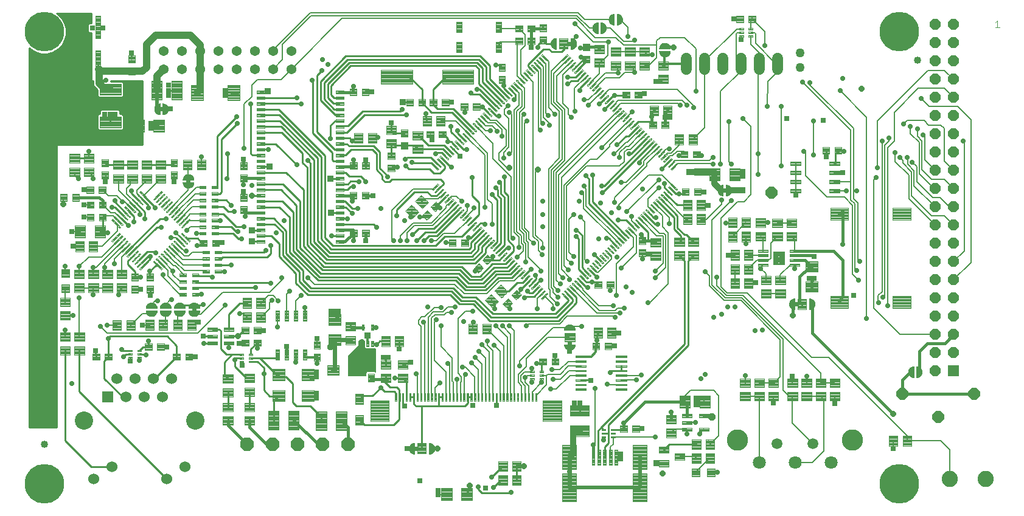
<source format=gtl>
G75*
%MOIN*%
%OFA0B0*%
%FSLAX25Y25*%
%IPPOS*%
%LPD*%
%AMOC8*
5,1,8,0,0,1.08239X$1,22.5*
%
%ADD10C,0.00400*%
%ADD11C,0.04000*%
%ADD12C,0.00394*%
%ADD13C,0.00409*%
%ADD14C,0.00402*%
%ADD15C,0.00378*%
%ADD16OC8,0.06496*%
%ADD17C,0.00425*%
%ADD18C,0.00457*%
%ADD19C,0.00390*%
%ADD20C,0.00100*%
%ADD21R,0.05906X0.05906*%
%ADD22OC8,0.05906*%
%ADD23C,0.05400*%
%ADD24OC8,0.07087*%
%ADD25C,0.07087*%
%ADD26C,0.05906*%
%ADD27C,0.11661*%
%ADD28C,0.06000*%
%ADD29R,0.06000X0.06000*%
%ADD30C,0.10000*%
%ADD31C,0.00403*%
%ADD32C,0.00396*%
%ADD33C,0.00413*%
%ADD34C,0.00408*%
%ADD35C,0.00372*%
%ADD36C,0.00404*%
%ADD37C,0.08858*%
%ADD38C,0.05906*%
%ADD39C,0.00400*%
%ADD40C,0.00390*%
%ADD41C,0.05000*%
%ADD42C,0.21654*%
%ADD43OC8,0.02781*%
%ADD44R,0.02781X0.02781*%
%ADD45R,0.03175X0.03175*%
%ADD46C,0.00600*%
%ADD47C,0.01000*%
%ADD48C,0.01600*%
%ADD49OC8,0.03175*%
%ADD50C,0.00800*%
%ADD51C,0.01400*%
%ADD52C,0.00900*%
%ADD53C,0.01200*%
%ADD54C,0.03200*%
%ADD55OC8,0.03962*%
%ADD56C,0.04000*%
%ADD57OC8,0.03569*%
%ADD58C,0.02400*%
%ADD59C,0.02000*%
D10*
X0240519Y0187749D02*
X0243619Y0187749D01*
X0240519Y0187749D02*
X0240519Y0188349D01*
X0243619Y0188349D01*
X0243619Y0187749D01*
X0243619Y0188148D02*
X0240519Y0188148D01*
X0244769Y0185249D02*
X0249369Y0185249D01*
X0244769Y0185249D02*
X0244769Y0190849D01*
X0249369Y0190849D01*
X0249369Y0185249D01*
X0249369Y0185648D02*
X0244769Y0185648D01*
X0244769Y0186047D02*
X0249369Y0186047D01*
X0249369Y0186446D02*
X0244769Y0186446D01*
X0244769Y0186845D02*
X0249369Y0186845D01*
X0249369Y0187244D02*
X0244769Y0187244D01*
X0244769Y0187643D02*
X0249369Y0187643D01*
X0249369Y0188042D02*
X0244769Y0188042D01*
X0244769Y0188441D02*
X0249369Y0188441D01*
X0249369Y0188840D02*
X0244769Y0188840D01*
X0244769Y0189239D02*
X0249369Y0189239D01*
X0249369Y0189638D02*
X0244769Y0189638D01*
X0244769Y0190037D02*
X0249369Y0190037D01*
X0249369Y0190436D02*
X0244769Y0190436D01*
X0244769Y0190835D02*
X0249369Y0190835D01*
X0252019Y0187749D02*
X0253619Y0187749D01*
X0252019Y0187749D02*
X0252019Y0188349D01*
X0253619Y0188349D01*
X0253619Y0187749D01*
X0253619Y0188148D02*
X0252019Y0188148D01*
X0328319Y0242499D02*
X0328319Y0245599D01*
X0328319Y0242499D02*
X0327719Y0242499D01*
X0327719Y0245599D01*
X0328319Y0245599D01*
X0328319Y0242898D02*
X0327719Y0242898D01*
X0327719Y0243297D02*
X0328319Y0243297D01*
X0328319Y0243696D02*
X0327719Y0243696D01*
X0327719Y0244095D02*
X0328319Y0244095D01*
X0328319Y0244494D02*
X0327719Y0244494D01*
X0327719Y0244893D02*
X0328319Y0244893D01*
X0328319Y0245292D02*
X0327719Y0245292D01*
X0330819Y0246749D02*
X0330819Y0251349D01*
X0330819Y0246749D02*
X0325219Y0246749D01*
X0325219Y0251349D01*
X0330819Y0251349D01*
X0330819Y0247148D02*
X0325219Y0247148D01*
X0325219Y0247547D02*
X0330819Y0247547D01*
X0330819Y0247946D02*
X0325219Y0247946D01*
X0325219Y0248345D02*
X0330819Y0248345D01*
X0330819Y0248744D02*
X0325219Y0248744D01*
X0325219Y0249143D02*
X0330819Y0249143D01*
X0330819Y0249542D02*
X0325219Y0249542D01*
X0325219Y0249941D02*
X0330819Y0249941D01*
X0330819Y0250340D02*
X0325219Y0250340D01*
X0325219Y0250739D02*
X0330819Y0250739D01*
X0330819Y0251138D02*
X0325219Y0251138D01*
X0328319Y0253999D02*
X0328319Y0255599D01*
X0328319Y0253999D02*
X0327719Y0253999D01*
X0327719Y0255599D01*
X0328319Y0255599D01*
X0328319Y0254398D02*
X0327719Y0254398D01*
X0327719Y0254797D02*
X0328319Y0254797D01*
X0328319Y0255196D02*
X0327719Y0255196D01*
X0327719Y0255595D02*
X0328319Y0255595D01*
X0409569Y0329349D02*
X0412669Y0329349D01*
X0409569Y0329349D02*
X0409569Y0329949D01*
X0412669Y0329949D01*
X0412669Y0329349D01*
X0412669Y0329748D02*
X0409569Y0329748D01*
X0414569Y0329349D02*
X0416169Y0329349D01*
X0414569Y0329349D02*
X0414569Y0329949D01*
X0416169Y0329949D01*
X0416169Y0329349D01*
X0416169Y0329748D02*
X0414569Y0329748D01*
X0448769Y0266949D02*
X0451869Y0266949D01*
X0448769Y0266949D02*
X0448769Y0267549D01*
X0451869Y0267549D01*
X0451869Y0266949D01*
X0451869Y0267348D02*
X0448769Y0267348D01*
X0453019Y0264449D02*
X0457619Y0264449D01*
X0453019Y0264449D02*
X0453019Y0270049D01*
X0457619Y0270049D01*
X0457619Y0264449D01*
X0457619Y0264848D02*
X0453019Y0264848D01*
X0453019Y0265247D02*
X0457619Y0265247D01*
X0457619Y0265646D02*
X0453019Y0265646D01*
X0453019Y0266045D02*
X0457619Y0266045D01*
X0457619Y0266444D02*
X0453019Y0266444D01*
X0453019Y0266843D02*
X0457619Y0266843D01*
X0457619Y0267242D02*
X0453019Y0267242D01*
X0453019Y0267641D02*
X0457619Y0267641D01*
X0457619Y0268040D02*
X0453019Y0268040D01*
X0453019Y0268439D02*
X0457619Y0268439D01*
X0457619Y0268838D02*
X0453019Y0268838D01*
X0453019Y0269237D02*
X0457619Y0269237D01*
X0457619Y0269636D02*
X0453019Y0269636D01*
X0453019Y0270035D02*
X0457619Y0270035D01*
X0460269Y0266949D02*
X0461869Y0266949D01*
X0460269Y0266949D02*
X0460269Y0267549D01*
X0461869Y0267549D01*
X0461869Y0266949D01*
X0461869Y0267348D02*
X0460269Y0267348D01*
X0513969Y0229749D02*
X0515569Y0229749D01*
X0513969Y0229749D02*
X0513969Y0230349D01*
X0515569Y0230349D01*
X0515569Y0229749D01*
X0515569Y0230148D02*
X0513969Y0230148D01*
X0518969Y0229749D02*
X0520569Y0229749D01*
X0518969Y0229749D02*
X0518969Y0230349D01*
X0520569Y0230349D01*
X0520569Y0229749D01*
X0520569Y0230148D02*
X0518969Y0230148D01*
X0379819Y0403399D02*
X0379819Y0404999D01*
X0380419Y0404999D01*
X0380419Y0403399D01*
X0379819Y0403399D01*
X0379819Y0403798D02*
X0380419Y0403798D01*
X0380419Y0404197D02*
X0379819Y0404197D01*
X0379819Y0404596D02*
X0380419Y0404596D01*
X0380419Y0404995D02*
X0379819Y0404995D01*
X0379819Y0408399D02*
X0379819Y0409999D01*
X0380419Y0409999D01*
X0380419Y0408399D01*
X0379819Y0408399D01*
X0379819Y0408798D02*
X0380419Y0408798D01*
X0380419Y0409197D02*
X0379819Y0409197D01*
X0379819Y0409596D02*
X0380419Y0409596D01*
X0380419Y0409995D02*
X0379819Y0409995D01*
X0356469Y0423049D02*
X0354869Y0423049D01*
X0354869Y0423649D01*
X0356469Y0423649D01*
X0356469Y0423049D01*
X0356469Y0423448D02*
X0354869Y0423448D01*
X0351469Y0423049D02*
X0349869Y0423049D01*
X0349869Y0423649D01*
X0351469Y0423649D01*
X0351469Y0423049D01*
X0351469Y0423448D02*
X0349869Y0423448D01*
X0347569Y0418999D02*
X0345969Y0418999D01*
X0347569Y0418999D02*
X0347569Y0418399D01*
X0345969Y0418399D01*
X0345969Y0418999D01*
X0345969Y0418798D02*
X0347569Y0418798D01*
X0342569Y0418999D02*
X0340969Y0418999D01*
X0342569Y0418999D02*
X0342569Y0418399D01*
X0340969Y0418399D01*
X0340969Y0418999D01*
X0340969Y0418798D02*
X0342569Y0418798D01*
X0331269Y0410399D02*
X0328169Y0410399D01*
X0331269Y0410399D02*
X0331269Y0409799D01*
X0328169Y0409799D01*
X0328169Y0410399D01*
X0328169Y0410198D02*
X0331269Y0410198D01*
X0327019Y0412899D02*
X0322419Y0412899D01*
X0327019Y0412899D02*
X0327019Y0407299D01*
X0322419Y0407299D01*
X0322419Y0412899D01*
X0322419Y0407698D02*
X0327019Y0407698D01*
X0327019Y0408097D02*
X0322419Y0408097D01*
X0322419Y0408496D02*
X0327019Y0408496D01*
X0327019Y0408895D02*
X0322419Y0408895D01*
X0322419Y0409294D02*
X0327019Y0409294D01*
X0327019Y0409693D02*
X0322419Y0409693D01*
X0322419Y0410092D02*
X0327019Y0410092D01*
X0327019Y0410491D02*
X0322419Y0410491D01*
X0322419Y0410890D02*
X0327019Y0410890D01*
X0327019Y0411289D02*
X0322419Y0411289D01*
X0322419Y0411688D02*
X0327019Y0411688D01*
X0327019Y0412087D02*
X0322419Y0412087D01*
X0322419Y0412486D02*
X0327019Y0412486D01*
X0327019Y0412885D02*
X0322419Y0412885D01*
X0319769Y0410399D02*
X0318169Y0410399D01*
X0319769Y0410399D02*
X0319769Y0409799D01*
X0318169Y0409799D01*
X0318169Y0410399D01*
X0318169Y0410198D02*
X0319769Y0410198D01*
X0121919Y0267599D02*
X0121919Y0264499D01*
X0121919Y0267599D02*
X0122519Y0267599D01*
X0122519Y0264499D01*
X0121919Y0264499D01*
X0121919Y0264898D02*
X0122519Y0264898D01*
X0122519Y0265297D02*
X0121919Y0265297D01*
X0121919Y0265696D02*
X0122519Y0265696D01*
X0122519Y0266095D02*
X0121919Y0266095D01*
X0121919Y0266494D02*
X0122519Y0266494D01*
X0122519Y0266893D02*
X0121919Y0266893D01*
X0121919Y0267292D02*
X0122519Y0267292D01*
X0121919Y0262599D02*
X0121919Y0260999D01*
X0121919Y0262599D02*
X0122519Y0262599D01*
X0122519Y0260999D01*
X0121919Y0260999D01*
X0121919Y0261398D02*
X0122519Y0261398D01*
X0122519Y0261797D02*
X0121919Y0261797D01*
X0121919Y0262196D02*
X0122519Y0262196D01*
X0122519Y0262595D02*
X0121919Y0262595D01*
X0113969Y0262599D02*
X0113969Y0260999D01*
X0113969Y0262599D02*
X0114569Y0262599D01*
X0114569Y0260999D01*
X0113969Y0260999D01*
X0113969Y0261398D02*
X0114569Y0261398D01*
X0114569Y0261797D02*
X0113969Y0261797D01*
X0113969Y0262196D02*
X0114569Y0262196D01*
X0114569Y0262595D02*
X0113969Y0262595D01*
X0113969Y0265999D02*
X0113969Y0267599D01*
X0114569Y0267599D01*
X0114569Y0265999D01*
X0113969Y0265999D01*
X0113969Y0266398D02*
X0114569Y0266398D01*
X0114569Y0266797D02*
X0113969Y0266797D01*
X0113969Y0267196D02*
X0114569Y0267196D01*
X0114569Y0267595D02*
X0113969Y0267595D01*
X0106269Y0267599D02*
X0106269Y0265999D01*
X0106269Y0267599D02*
X0106869Y0267599D01*
X0106869Y0265999D01*
X0106269Y0265999D01*
X0106269Y0266398D02*
X0106869Y0266398D01*
X0106869Y0266797D02*
X0106269Y0266797D01*
X0106269Y0267196D02*
X0106869Y0267196D01*
X0106869Y0267595D02*
X0106269Y0267595D01*
X0106269Y0262599D02*
X0106269Y0260999D01*
X0106269Y0262599D02*
X0106869Y0262599D01*
X0106869Y0260999D01*
X0106269Y0260999D01*
X0106269Y0261398D02*
X0106869Y0261398D01*
X0106869Y0261797D02*
X0106269Y0261797D01*
X0106269Y0262196D02*
X0106869Y0262196D01*
X0106869Y0262595D02*
X0106269Y0262595D01*
X0099169Y0262599D02*
X0099169Y0260999D01*
X0098569Y0260999D01*
X0098569Y0262599D01*
X0099169Y0262599D01*
X0099169Y0261398D02*
X0098569Y0261398D01*
X0098569Y0261797D02*
X0099169Y0261797D01*
X0099169Y0262196D02*
X0098569Y0262196D01*
X0098569Y0262595D02*
X0099169Y0262595D01*
X0099169Y0265999D02*
X0099169Y0267599D01*
X0099169Y0265999D02*
X0098569Y0265999D01*
X0098569Y0267599D01*
X0099169Y0267599D01*
X0099169Y0266398D02*
X0098569Y0266398D01*
X0098569Y0266797D02*
X0099169Y0266797D01*
X0099169Y0267196D02*
X0098569Y0267196D01*
X0098569Y0267595D02*
X0099169Y0267595D01*
X0118819Y0331399D02*
X0118819Y0332999D01*
X0119419Y0332999D01*
X0119419Y0331399D01*
X0118819Y0331399D01*
X0118819Y0331798D02*
X0119419Y0331798D01*
X0119419Y0332197D02*
X0118819Y0332197D01*
X0118819Y0332596D02*
X0119419Y0332596D01*
X0119419Y0332995D02*
X0118819Y0332995D01*
X0118819Y0334899D02*
X0118819Y0337999D01*
X0119419Y0337999D01*
X0119419Y0334899D01*
X0118819Y0334899D01*
X0118819Y0335298D02*
X0119419Y0335298D01*
X0119419Y0335697D02*
X0118819Y0335697D01*
X0118819Y0336096D02*
X0119419Y0336096D01*
X0119419Y0336495D02*
X0118819Y0336495D01*
X0118819Y0336894D02*
X0119419Y0336894D01*
X0119419Y0337293D02*
X0118819Y0337293D01*
X0118819Y0337692D02*
X0119419Y0337692D01*
X0107619Y0374499D02*
X0104519Y0374499D01*
X0107619Y0374499D02*
X0107619Y0373899D01*
X0104519Y0373899D01*
X0104519Y0374499D01*
X0104519Y0374298D02*
X0107619Y0374298D01*
X0102619Y0374499D02*
X0101019Y0374499D01*
X0102619Y0374499D02*
X0102619Y0373899D01*
X0101019Y0373899D01*
X0101019Y0374499D01*
X0101019Y0374298D02*
X0102619Y0374298D01*
X0561190Y0419129D02*
X0563592Y0419129D01*
X0562391Y0419129D02*
X0562391Y0422732D01*
X0561190Y0421531D01*
D11*
X0518510Y0400862D03*
X0040164Y0190232D03*
D12*
X0066555Y0236528D02*
X0070491Y0236528D01*
X0066555Y0236528D02*
X0066555Y0240070D01*
X0070491Y0240070D01*
X0070491Y0236528D01*
X0070491Y0236921D02*
X0066555Y0236921D01*
X0066555Y0237314D02*
X0070491Y0237314D01*
X0070491Y0237707D02*
X0066555Y0237707D01*
X0066555Y0238100D02*
X0070491Y0238100D01*
X0070491Y0238493D02*
X0066555Y0238493D01*
X0066555Y0238886D02*
X0070491Y0238886D01*
X0070491Y0239279D02*
X0066555Y0239279D01*
X0066555Y0239672D02*
X0070491Y0239672D01*
X0070491Y0240065D02*
X0066555Y0240065D01*
X0073248Y0236528D02*
X0077184Y0236528D01*
X0073248Y0236528D02*
X0073248Y0240070D01*
X0077184Y0240070D01*
X0077184Y0236528D01*
X0077184Y0236921D02*
X0073248Y0236921D01*
X0073248Y0237314D02*
X0077184Y0237314D01*
X0077184Y0237707D02*
X0073248Y0237707D01*
X0073248Y0238100D02*
X0077184Y0238100D01*
X0077184Y0238493D02*
X0073248Y0238493D01*
X0073248Y0238886D02*
X0077184Y0238886D01*
X0077184Y0239279D02*
X0073248Y0239279D01*
X0073248Y0239672D02*
X0077184Y0239672D01*
X0077184Y0240065D02*
X0073248Y0240065D01*
X0095405Y0242028D02*
X0099341Y0242028D01*
X0095405Y0242028D02*
X0095405Y0245570D01*
X0099341Y0245570D01*
X0099341Y0242028D01*
X0099341Y0242421D02*
X0095405Y0242421D01*
X0095405Y0242814D02*
X0099341Y0242814D01*
X0099341Y0243207D02*
X0095405Y0243207D01*
X0095405Y0243600D02*
X0099341Y0243600D01*
X0099341Y0243993D02*
X0095405Y0243993D01*
X0095405Y0244386D02*
X0099341Y0244386D01*
X0099341Y0244779D02*
X0095405Y0244779D01*
X0095405Y0245172D02*
X0099341Y0245172D01*
X0099341Y0245565D02*
X0095405Y0245565D01*
X0102098Y0242028D02*
X0106034Y0242028D01*
X0102098Y0242028D02*
X0102098Y0245570D01*
X0106034Y0245570D01*
X0106034Y0242028D01*
X0106034Y0242421D02*
X0102098Y0242421D01*
X0102098Y0242814D02*
X0106034Y0242814D01*
X0106034Y0243207D02*
X0102098Y0243207D01*
X0102098Y0243600D02*
X0106034Y0243600D01*
X0106034Y0243993D02*
X0102098Y0243993D01*
X0102098Y0244386D02*
X0106034Y0244386D01*
X0106034Y0244779D02*
X0102098Y0244779D01*
X0102098Y0245172D02*
X0106034Y0245172D01*
X0106034Y0245565D02*
X0102098Y0245565D01*
X0110805Y0240070D02*
X0114741Y0240070D01*
X0114741Y0236528D01*
X0110805Y0236528D01*
X0110805Y0240070D01*
X0110805Y0236921D02*
X0114741Y0236921D01*
X0114741Y0237314D02*
X0110805Y0237314D01*
X0110805Y0237707D02*
X0114741Y0237707D01*
X0114741Y0238100D02*
X0110805Y0238100D01*
X0110805Y0238493D02*
X0114741Y0238493D01*
X0114741Y0238886D02*
X0110805Y0238886D01*
X0110805Y0239279D02*
X0114741Y0239279D01*
X0114741Y0239672D02*
X0110805Y0239672D01*
X0110805Y0240065D02*
X0114741Y0240065D01*
X0117498Y0240070D02*
X0121434Y0240070D01*
X0121434Y0236528D01*
X0117498Y0236528D01*
X0117498Y0240070D01*
X0117498Y0236921D02*
X0121434Y0236921D01*
X0121434Y0237314D02*
X0117498Y0237314D01*
X0117498Y0237707D02*
X0121434Y0237707D01*
X0121434Y0238100D02*
X0117498Y0238100D01*
X0117498Y0238493D02*
X0121434Y0238493D01*
X0121434Y0238886D02*
X0117498Y0238886D01*
X0117498Y0239279D02*
X0121434Y0239279D01*
X0121434Y0239672D02*
X0117498Y0239672D01*
X0117498Y0240065D02*
X0121434Y0240065D01*
X0148255Y0247820D02*
X0152191Y0247820D01*
X0152191Y0244278D01*
X0148255Y0244278D01*
X0148255Y0247820D01*
X0148255Y0244671D02*
X0152191Y0244671D01*
X0152191Y0245064D02*
X0148255Y0245064D01*
X0148255Y0245457D02*
X0152191Y0245457D01*
X0152191Y0245850D02*
X0148255Y0245850D01*
X0148255Y0246243D02*
X0152191Y0246243D01*
X0152191Y0246636D02*
X0148255Y0246636D01*
X0148255Y0247029D02*
X0152191Y0247029D01*
X0152191Y0247422D02*
X0148255Y0247422D01*
X0148255Y0247815D02*
X0152191Y0247815D01*
X0154948Y0247820D02*
X0158884Y0247820D01*
X0158884Y0244278D01*
X0154948Y0244278D01*
X0154948Y0247820D01*
X0154948Y0244671D02*
X0158884Y0244671D01*
X0158884Y0245064D02*
X0154948Y0245064D01*
X0154948Y0245457D02*
X0158884Y0245457D01*
X0158884Y0245850D02*
X0154948Y0245850D01*
X0154948Y0246243D02*
X0158884Y0246243D01*
X0158884Y0246636D02*
X0154948Y0246636D01*
X0154948Y0247029D02*
X0158884Y0247029D01*
X0158884Y0247422D02*
X0154948Y0247422D01*
X0154948Y0247815D02*
X0158884Y0247815D01*
X0158884Y0251028D02*
X0154948Y0251028D01*
X0154948Y0254570D01*
X0158884Y0254570D01*
X0158884Y0251028D01*
X0158884Y0251421D02*
X0154948Y0251421D01*
X0154948Y0251814D02*
X0158884Y0251814D01*
X0158884Y0252207D02*
X0154948Y0252207D01*
X0154948Y0252600D02*
X0158884Y0252600D01*
X0158884Y0252993D02*
X0154948Y0252993D01*
X0154948Y0253386D02*
X0158884Y0253386D01*
X0158884Y0253779D02*
X0154948Y0253779D01*
X0154948Y0254172D02*
X0158884Y0254172D01*
X0158884Y0254565D02*
X0154948Y0254565D01*
X0152191Y0251028D02*
X0148255Y0251028D01*
X0148255Y0254570D01*
X0152191Y0254570D01*
X0152191Y0251028D01*
X0152191Y0251421D02*
X0148255Y0251421D01*
X0148255Y0251814D02*
X0152191Y0251814D01*
X0152191Y0252207D02*
X0148255Y0252207D01*
X0148255Y0252600D02*
X0152191Y0252600D01*
X0152191Y0252993D02*
X0148255Y0252993D01*
X0148255Y0253386D02*
X0152191Y0253386D01*
X0152191Y0253779D02*
X0148255Y0253779D01*
X0148255Y0254172D02*
X0152191Y0254172D01*
X0152191Y0254565D02*
X0148255Y0254565D01*
X0124687Y0271697D02*
X0124687Y0273271D01*
X0124687Y0271697D02*
X0121145Y0271697D01*
X0121145Y0273271D01*
X0124687Y0273271D01*
X0124687Y0272090D02*
X0121145Y0272090D01*
X0121145Y0272483D02*
X0124687Y0272483D01*
X0124687Y0272876D02*
X0121145Y0272876D01*
X0121145Y0273269D02*
X0124687Y0273269D01*
X0124687Y0275241D02*
X0124687Y0276815D01*
X0124687Y0275241D02*
X0121145Y0275241D01*
X0121145Y0276815D01*
X0124687Y0276815D01*
X0124687Y0275634D02*
X0121145Y0275634D01*
X0121145Y0276027D02*
X0124687Y0276027D01*
X0124687Y0276420D02*
X0121145Y0276420D01*
X0121145Y0276813D02*
X0124687Y0276813D01*
X0124687Y0278784D02*
X0124687Y0280358D01*
X0124687Y0278784D02*
X0121145Y0278784D01*
X0121145Y0280358D01*
X0124687Y0280358D01*
X0124687Y0279177D02*
X0121145Y0279177D01*
X0121145Y0279570D02*
X0124687Y0279570D01*
X0124687Y0279963D02*
X0121145Y0279963D01*
X0121145Y0280356D02*
X0124687Y0280356D01*
X0124687Y0282327D02*
X0124687Y0283901D01*
X0124687Y0282327D02*
X0121145Y0282327D01*
X0121145Y0283901D01*
X0124687Y0283901D01*
X0124687Y0282720D02*
X0121145Y0282720D01*
X0121145Y0283113D02*
X0124687Y0283113D01*
X0124687Y0283506D02*
X0121145Y0283506D01*
X0121145Y0283899D02*
X0124687Y0283899D01*
X0130644Y0284297D02*
X0130644Y0285871D01*
X0130644Y0284297D02*
X0127102Y0284297D01*
X0127102Y0285871D01*
X0130644Y0285871D01*
X0130644Y0284690D02*
X0127102Y0284690D01*
X0127102Y0285083D02*
X0130644Y0285083D01*
X0130644Y0285476D02*
X0127102Y0285476D01*
X0127102Y0285869D02*
X0130644Y0285869D01*
X0130644Y0287841D02*
X0130644Y0289415D01*
X0130644Y0287841D02*
X0127102Y0287841D01*
X0127102Y0289415D01*
X0130644Y0289415D01*
X0130644Y0288234D02*
X0127102Y0288234D01*
X0127102Y0288627D02*
X0130644Y0288627D01*
X0130644Y0289020D02*
X0127102Y0289020D01*
X0127102Y0289413D02*
X0130644Y0289413D01*
X0130644Y0291384D02*
X0130644Y0292958D01*
X0130644Y0291384D02*
X0127102Y0291384D01*
X0127102Y0292958D01*
X0130644Y0292958D01*
X0130644Y0291777D02*
X0127102Y0291777D01*
X0127102Y0292170D02*
X0130644Y0292170D01*
X0130644Y0292563D02*
X0127102Y0292563D01*
X0127102Y0292956D02*
X0130644Y0292956D01*
X0130644Y0294927D02*
X0130644Y0296501D01*
X0130644Y0294927D02*
X0127102Y0294927D01*
X0127102Y0296501D01*
X0130644Y0296501D01*
X0130644Y0295320D02*
X0127102Y0295320D01*
X0127102Y0295713D02*
X0130644Y0295713D01*
X0130644Y0296106D02*
X0127102Y0296106D01*
X0127102Y0296499D02*
X0130644Y0296499D01*
X0137337Y0296501D02*
X0137337Y0294927D01*
X0133795Y0294927D01*
X0133795Y0296501D01*
X0137337Y0296501D01*
X0137337Y0295320D02*
X0133795Y0295320D01*
X0133795Y0295713D02*
X0137337Y0295713D01*
X0137337Y0296106D02*
X0133795Y0296106D01*
X0133795Y0296499D02*
X0137337Y0296499D01*
X0137337Y0292958D02*
X0137337Y0291384D01*
X0133795Y0291384D01*
X0133795Y0292958D01*
X0137337Y0292958D01*
X0137337Y0291777D02*
X0133795Y0291777D01*
X0133795Y0292170D02*
X0137337Y0292170D01*
X0137337Y0292563D02*
X0133795Y0292563D01*
X0133795Y0292956D02*
X0137337Y0292956D01*
X0137337Y0289415D02*
X0137337Y0287841D01*
X0133795Y0287841D01*
X0133795Y0289415D01*
X0137337Y0289415D01*
X0137337Y0288234D02*
X0133795Y0288234D01*
X0133795Y0288627D02*
X0137337Y0288627D01*
X0137337Y0289020D02*
X0133795Y0289020D01*
X0133795Y0289413D02*
X0137337Y0289413D01*
X0137337Y0285871D02*
X0137337Y0284297D01*
X0133795Y0284297D01*
X0133795Y0285871D01*
X0137337Y0285871D01*
X0137337Y0284690D02*
X0133795Y0284690D01*
X0133795Y0285083D02*
X0137337Y0285083D01*
X0137337Y0285476D02*
X0133795Y0285476D01*
X0133795Y0285869D02*
X0137337Y0285869D01*
X0136084Y0298928D02*
X0132148Y0298928D01*
X0132148Y0302470D01*
X0136084Y0302470D01*
X0136084Y0298928D01*
X0136084Y0299321D02*
X0132148Y0299321D01*
X0132148Y0299714D02*
X0136084Y0299714D01*
X0136084Y0300107D02*
X0132148Y0300107D01*
X0132148Y0300500D02*
X0136084Y0300500D01*
X0136084Y0300893D02*
X0132148Y0300893D01*
X0132148Y0301286D02*
X0136084Y0301286D01*
X0136084Y0301679D02*
X0132148Y0301679D01*
X0132148Y0302072D02*
X0136084Y0302072D01*
X0136084Y0302465D02*
X0132148Y0302465D01*
X0135487Y0305197D02*
X0135487Y0306771D01*
X0135487Y0305197D02*
X0131945Y0305197D01*
X0131945Y0306771D01*
X0135487Y0306771D01*
X0135487Y0305590D02*
X0131945Y0305590D01*
X0131945Y0305983D02*
X0135487Y0305983D01*
X0135487Y0306376D02*
X0131945Y0306376D01*
X0131945Y0306769D02*
X0135487Y0306769D01*
X0135487Y0308741D02*
X0135487Y0310315D01*
X0135487Y0308741D02*
X0131945Y0308741D01*
X0131945Y0310315D01*
X0135487Y0310315D01*
X0135487Y0309134D02*
X0131945Y0309134D01*
X0131945Y0309527D02*
X0135487Y0309527D01*
X0135487Y0309920D02*
X0131945Y0309920D01*
X0131945Y0310313D02*
X0135487Y0310313D01*
X0135487Y0312284D02*
X0135487Y0313858D01*
X0135487Y0312284D02*
X0131945Y0312284D01*
X0131945Y0313858D01*
X0135487Y0313858D01*
X0135487Y0312677D02*
X0131945Y0312677D01*
X0131945Y0313070D02*
X0135487Y0313070D01*
X0135487Y0313463D02*
X0131945Y0313463D01*
X0131945Y0313856D02*
X0135487Y0313856D01*
X0135487Y0315827D02*
X0135487Y0317401D01*
X0135487Y0315827D02*
X0131945Y0315827D01*
X0131945Y0317401D01*
X0135487Y0317401D01*
X0135487Y0316220D02*
X0131945Y0316220D01*
X0131945Y0316613D02*
X0135487Y0316613D01*
X0135487Y0317006D02*
X0131945Y0317006D01*
X0131945Y0317399D02*
X0135487Y0317399D01*
X0135387Y0319897D02*
X0135387Y0321471D01*
X0135387Y0319897D02*
X0131845Y0319897D01*
X0131845Y0321471D01*
X0135387Y0321471D01*
X0135387Y0320290D02*
X0131845Y0320290D01*
X0131845Y0320683D02*
X0135387Y0320683D01*
X0135387Y0321076D02*
X0131845Y0321076D01*
X0131845Y0321469D02*
X0135387Y0321469D01*
X0135387Y0323441D02*
X0135387Y0325015D01*
X0135387Y0323441D02*
X0131845Y0323441D01*
X0131845Y0325015D01*
X0135387Y0325015D01*
X0135387Y0323834D02*
X0131845Y0323834D01*
X0131845Y0324227D02*
X0135387Y0324227D01*
X0135387Y0324620D02*
X0131845Y0324620D01*
X0131845Y0325013D02*
X0135387Y0325013D01*
X0135387Y0326984D02*
X0135387Y0328558D01*
X0135387Y0326984D02*
X0131845Y0326984D01*
X0131845Y0328558D01*
X0135387Y0328558D01*
X0135387Y0327377D02*
X0131845Y0327377D01*
X0131845Y0327770D02*
X0135387Y0327770D01*
X0135387Y0328163D02*
X0131845Y0328163D01*
X0131845Y0328556D02*
X0135387Y0328556D01*
X0135387Y0330527D02*
X0135387Y0332101D01*
X0135387Y0330527D02*
X0131845Y0330527D01*
X0131845Y0332101D01*
X0135387Y0332101D01*
X0135387Y0330920D02*
X0131845Y0330920D01*
X0131845Y0331313D02*
X0135387Y0331313D01*
X0135387Y0331706D02*
X0131845Y0331706D01*
X0131845Y0332099D02*
X0135387Y0332099D01*
X0128694Y0332101D02*
X0128694Y0330527D01*
X0125152Y0330527D01*
X0125152Y0332101D01*
X0128694Y0332101D01*
X0128694Y0330920D02*
X0125152Y0330920D01*
X0125152Y0331313D02*
X0128694Y0331313D01*
X0128694Y0331706D02*
X0125152Y0331706D01*
X0125152Y0332099D02*
X0128694Y0332099D01*
X0128694Y0328558D02*
X0128694Y0326984D01*
X0125152Y0326984D01*
X0125152Y0328558D01*
X0128694Y0328558D01*
X0128694Y0327377D02*
X0125152Y0327377D01*
X0125152Y0327770D02*
X0128694Y0327770D01*
X0128694Y0328163D02*
X0125152Y0328163D01*
X0125152Y0328556D02*
X0128694Y0328556D01*
X0128694Y0325015D02*
X0128694Y0323441D01*
X0125152Y0323441D01*
X0125152Y0325015D01*
X0128694Y0325015D01*
X0128694Y0323834D02*
X0125152Y0323834D01*
X0125152Y0324227D02*
X0128694Y0324227D01*
X0128694Y0324620D02*
X0125152Y0324620D01*
X0125152Y0325013D02*
X0128694Y0325013D01*
X0128694Y0321471D02*
X0128694Y0319897D01*
X0125152Y0319897D01*
X0125152Y0321471D01*
X0128694Y0321471D01*
X0128694Y0320290D02*
X0125152Y0320290D01*
X0125152Y0320683D02*
X0128694Y0320683D01*
X0128694Y0321076D02*
X0125152Y0321076D01*
X0125152Y0321469D02*
X0128694Y0321469D01*
X0128794Y0317401D02*
X0128794Y0315827D01*
X0125252Y0315827D01*
X0125252Y0317401D01*
X0128794Y0317401D01*
X0128794Y0316220D02*
X0125252Y0316220D01*
X0125252Y0316613D02*
X0128794Y0316613D01*
X0128794Y0317006D02*
X0125252Y0317006D01*
X0125252Y0317399D02*
X0128794Y0317399D01*
X0128794Y0313858D02*
X0128794Y0312284D01*
X0125252Y0312284D01*
X0125252Y0313858D01*
X0128794Y0313858D01*
X0128794Y0312677D02*
X0125252Y0312677D01*
X0125252Y0313070D02*
X0128794Y0313070D01*
X0128794Y0313463D02*
X0125252Y0313463D01*
X0125252Y0313856D02*
X0128794Y0313856D01*
X0128794Y0310315D02*
X0128794Y0308741D01*
X0125252Y0308741D01*
X0125252Y0310315D01*
X0128794Y0310315D01*
X0128794Y0309134D02*
X0125252Y0309134D01*
X0125252Y0309527D02*
X0128794Y0309527D01*
X0128794Y0309920D02*
X0125252Y0309920D01*
X0125252Y0310313D02*
X0128794Y0310313D01*
X0128794Y0306771D02*
X0128794Y0305197D01*
X0125252Y0305197D01*
X0125252Y0306771D01*
X0128794Y0306771D01*
X0128794Y0305590D02*
X0125252Y0305590D01*
X0125252Y0305983D02*
X0128794Y0305983D01*
X0128794Y0306376D02*
X0125252Y0306376D01*
X0125252Y0306769D02*
X0128794Y0306769D01*
X0129391Y0298928D02*
X0125455Y0298928D01*
X0125455Y0302470D01*
X0129391Y0302470D01*
X0129391Y0298928D01*
X0129391Y0299321D02*
X0125455Y0299321D01*
X0125455Y0299714D02*
X0129391Y0299714D01*
X0129391Y0300107D02*
X0125455Y0300107D01*
X0125455Y0300500D02*
X0129391Y0300500D01*
X0129391Y0300893D02*
X0125455Y0300893D01*
X0125455Y0301286D02*
X0129391Y0301286D01*
X0129391Y0301679D02*
X0125455Y0301679D01*
X0125455Y0302072D02*
X0129391Y0302072D01*
X0129391Y0302465D02*
X0125455Y0302465D01*
X0117994Y0283901D02*
X0117994Y0282327D01*
X0114452Y0282327D01*
X0114452Y0283901D01*
X0117994Y0283901D01*
X0117994Y0282720D02*
X0114452Y0282720D01*
X0114452Y0283113D02*
X0117994Y0283113D01*
X0117994Y0283506D02*
X0114452Y0283506D01*
X0114452Y0283899D02*
X0117994Y0283899D01*
X0117994Y0280358D02*
X0117994Y0278784D01*
X0114452Y0278784D01*
X0114452Y0280358D01*
X0117994Y0280358D01*
X0117994Y0279177D02*
X0114452Y0279177D01*
X0114452Y0279570D02*
X0117994Y0279570D01*
X0117994Y0279963D02*
X0114452Y0279963D01*
X0114452Y0280356D02*
X0117994Y0280356D01*
X0117994Y0276815D02*
X0117994Y0275241D01*
X0114452Y0275241D01*
X0114452Y0276815D01*
X0117994Y0276815D01*
X0117994Y0275634D02*
X0114452Y0275634D01*
X0114452Y0276027D02*
X0117994Y0276027D01*
X0117994Y0276420D02*
X0114452Y0276420D01*
X0114452Y0276813D02*
X0117994Y0276813D01*
X0117994Y0273271D02*
X0117994Y0271697D01*
X0114452Y0271697D01*
X0114452Y0273271D01*
X0117994Y0273271D01*
X0117994Y0272090D02*
X0114452Y0272090D01*
X0114452Y0272483D02*
X0117994Y0272483D01*
X0117994Y0272876D02*
X0114452Y0272876D01*
X0114452Y0273269D02*
X0117994Y0273269D01*
X0096298Y0273335D02*
X0096298Y0277271D01*
X0099840Y0277271D01*
X0099840Y0273335D01*
X0096298Y0273335D01*
X0096298Y0273728D02*
X0099840Y0273728D01*
X0099840Y0274121D02*
X0096298Y0274121D01*
X0096298Y0274514D02*
X0099840Y0274514D01*
X0099840Y0274907D02*
X0096298Y0274907D01*
X0096298Y0275300D02*
X0099840Y0275300D01*
X0099840Y0275693D02*
X0096298Y0275693D01*
X0096298Y0276086D02*
X0099840Y0276086D01*
X0099840Y0276479D02*
X0096298Y0276479D01*
X0096298Y0276872D02*
X0099840Y0276872D01*
X0099840Y0277265D02*
X0096298Y0277265D01*
X0096298Y0280028D02*
X0096298Y0283964D01*
X0099840Y0283964D01*
X0099840Y0280028D01*
X0096298Y0280028D01*
X0096298Y0280421D02*
X0099840Y0280421D01*
X0099840Y0280814D02*
X0096298Y0280814D01*
X0096298Y0281207D02*
X0099840Y0281207D01*
X0099840Y0281600D02*
X0096298Y0281600D01*
X0096298Y0281993D02*
X0099840Y0281993D01*
X0099840Y0282386D02*
X0096298Y0282386D01*
X0096298Y0282779D02*
X0099840Y0282779D01*
X0099840Y0283172D02*
X0096298Y0283172D01*
X0096298Y0283565D02*
X0099840Y0283565D01*
X0099840Y0283958D02*
X0096298Y0283958D01*
X0088048Y0284014D02*
X0088048Y0280078D01*
X0088048Y0284014D02*
X0091590Y0284014D01*
X0091590Y0280078D01*
X0088048Y0280078D01*
X0088048Y0280471D02*
X0091590Y0280471D01*
X0091590Y0280864D02*
X0088048Y0280864D01*
X0088048Y0281257D02*
X0091590Y0281257D01*
X0091590Y0281650D02*
X0088048Y0281650D01*
X0088048Y0282043D02*
X0091590Y0282043D01*
X0091590Y0282436D02*
X0088048Y0282436D01*
X0088048Y0282829D02*
X0091590Y0282829D01*
X0091590Y0283222D02*
X0088048Y0283222D01*
X0088048Y0283615D02*
X0091590Y0283615D01*
X0091590Y0284008D02*
X0088048Y0284008D01*
X0088048Y0277321D02*
X0088048Y0273385D01*
X0088048Y0277321D02*
X0091590Y0277321D01*
X0091590Y0273385D01*
X0088048Y0273385D01*
X0088048Y0273778D02*
X0091590Y0273778D01*
X0091590Y0274171D02*
X0088048Y0274171D01*
X0088048Y0274564D02*
X0091590Y0274564D01*
X0091590Y0274957D02*
X0088048Y0274957D01*
X0088048Y0275350D02*
X0091590Y0275350D01*
X0091590Y0275743D02*
X0088048Y0275743D01*
X0088048Y0276136D02*
X0091590Y0276136D01*
X0091590Y0276529D02*
X0088048Y0276529D01*
X0088048Y0276922D02*
X0091590Y0276922D01*
X0091590Y0277315D02*
X0088048Y0277315D01*
X0074134Y0316670D02*
X0070198Y0316670D01*
X0074134Y0316670D02*
X0074134Y0313128D01*
X0070198Y0313128D01*
X0070198Y0316670D01*
X0070198Y0313521D02*
X0074134Y0313521D01*
X0074134Y0313914D02*
X0070198Y0313914D01*
X0070198Y0314307D02*
X0074134Y0314307D01*
X0074134Y0314700D02*
X0070198Y0314700D01*
X0070198Y0315093D02*
X0074134Y0315093D01*
X0074134Y0315486D02*
X0070198Y0315486D01*
X0070198Y0315879D02*
X0074134Y0315879D01*
X0074134Y0316272D02*
X0070198Y0316272D01*
X0070198Y0316665D02*
X0074134Y0316665D01*
X0067441Y0316670D02*
X0063505Y0316670D01*
X0067441Y0316670D02*
X0067441Y0313128D01*
X0063505Y0313128D01*
X0063505Y0316670D01*
X0063505Y0313521D02*
X0067441Y0313521D01*
X0067441Y0313914D02*
X0063505Y0313914D01*
X0063505Y0314307D02*
X0067441Y0314307D01*
X0067441Y0314700D02*
X0063505Y0314700D01*
X0063505Y0315093D02*
X0067441Y0315093D01*
X0067441Y0315486D02*
X0063505Y0315486D01*
X0063505Y0315879D02*
X0067441Y0315879D01*
X0067441Y0316272D02*
X0063505Y0316272D01*
X0063505Y0316665D02*
X0067441Y0316665D01*
X0067441Y0323420D02*
X0063505Y0323420D01*
X0067441Y0323420D02*
X0067441Y0319878D01*
X0063505Y0319878D01*
X0063505Y0323420D01*
X0063505Y0320271D02*
X0067441Y0320271D01*
X0067441Y0320664D02*
X0063505Y0320664D01*
X0063505Y0321057D02*
X0067441Y0321057D01*
X0067441Y0321450D02*
X0063505Y0321450D01*
X0063505Y0321843D02*
X0067441Y0321843D01*
X0067441Y0322236D02*
X0063505Y0322236D01*
X0063505Y0322629D02*
X0067441Y0322629D01*
X0067441Y0323022D02*
X0063505Y0323022D01*
X0063505Y0323415D02*
X0067441Y0323415D01*
X0070198Y0323420D02*
X0074134Y0323420D01*
X0074134Y0319878D01*
X0070198Y0319878D01*
X0070198Y0323420D01*
X0070198Y0320271D02*
X0074134Y0320271D01*
X0074134Y0320664D02*
X0070198Y0320664D01*
X0070198Y0321057D02*
X0074134Y0321057D01*
X0074134Y0321450D02*
X0070198Y0321450D01*
X0070198Y0321843D02*
X0074134Y0321843D01*
X0074134Y0322236D02*
X0070198Y0322236D01*
X0070198Y0322629D02*
X0074134Y0322629D01*
X0074134Y0323022D02*
X0070198Y0323022D01*
X0070198Y0323415D02*
X0074134Y0323415D01*
X0074034Y0331620D02*
X0070098Y0331620D01*
X0074034Y0331620D02*
X0074034Y0328078D01*
X0070098Y0328078D01*
X0070098Y0331620D01*
X0070098Y0328471D02*
X0074034Y0328471D01*
X0074034Y0328864D02*
X0070098Y0328864D01*
X0070098Y0329257D02*
X0074034Y0329257D01*
X0074034Y0329650D02*
X0070098Y0329650D01*
X0070098Y0330043D02*
X0074034Y0330043D01*
X0074034Y0330436D02*
X0070098Y0330436D01*
X0070098Y0330829D02*
X0074034Y0330829D01*
X0074034Y0331222D02*
X0070098Y0331222D01*
X0070098Y0331615D02*
X0074034Y0331615D01*
X0071798Y0335935D02*
X0071798Y0339871D01*
X0075340Y0339871D01*
X0075340Y0335935D01*
X0071798Y0335935D01*
X0071798Y0336328D02*
X0075340Y0336328D01*
X0075340Y0336721D02*
X0071798Y0336721D01*
X0071798Y0337114D02*
X0075340Y0337114D01*
X0075340Y0337507D02*
X0071798Y0337507D01*
X0071798Y0337900D02*
X0075340Y0337900D01*
X0075340Y0338293D02*
X0071798Y0338293D01*
X0071798Y0338686D02*
X0075340Y0338686D01*
X0075340Y0339079D02*
X0071798Y0339079D01*
X0071798Y0339472D02*
X0075340Y0339472D01*
X0075340Y0339865D02*
X0071798Y0339865D01*
X0071798Y0342628D02*
X0071798Y0346564D01*
X0075340Y0346564D01*
X0075340Y0342628D01*
X0071798Y0342628D01*
X0071798Y0343021D02*
X0075340Y0343021D01*
X0075340Y0343414D02*
X0071798Y0343414D01*
X0071798Y0343807D02*
X0075340Y0343807D01*
X0075340Y0344200D02*
X0071798Y0344200D01*
X0071798Y0344593D02*
X0075340Y0344593D01*
X0075340Y0344986D02*
X0071798Y0344986D01*
X0071798Y0345379D02*
X0075340Y0345379D01*
X0075340Y0345772D02*
X0071798Y0345772D01*
X0071798Y0346165D02*
X0075340Y0346165D01*
X0075340Y0346558D02*
X0071798Y0346558D01*
X0067341Y0331620D02*
X0063405Y0331620D01*
X0067341Y0331620D02*
X0067341Y0328078D01*
X0063405Y0328078D01*
X0063405Y0331620D01*
X0063405Y0328471D02*
X0067341Y0328471D01*
X0067341Y0328864D02*
X0063405Y0328864D01*
X0063405Y0329257D02*
X0067341Y0329257D01*
X0067341Y0329650D02*
X0063405Y0329650D01*
X0063405Y0330043D02*
X0067341Y0330043D01*
X0067341Y0330436D02*
X0063405Y0330436D01*
X0063405Y0330829D02*
X0067341Y0330829D01*
X0067341Y0331222D02*
X0063405Y0331222D01*
X0063405Y0331615D02*
X0067341Y0331615D01*
X0059187Y0323731D02*
X0055645Y0323731D01*
X0055645Y0327667D01*
X0059187Y0327667D01*
X0059187Y0323731D01*
X0059187Y0324124D02*
X0055645Y0324124D01*
X0055645Y0324517D02*
X0059187Y0324517D01*
X0059187Y0324910D02*
X0055645Y0324910D01*
X0055645Y0325303D02*
X0059187Y0325303D01*
X0059187Y0325696D02*
X0055645Y0325696D01*
X0055645Y0326089D02*
X0059187Y0326089D01*
X0059187Y0326482D02*
X0055645Y0326482D01*
X0055645Y0326875D02*
X0059187Y0326875D01*
X0059187Y0327268D02*
X0055645Y0327268D01*
X0055645Y0327661D02*
X0059187Y0327661D01*
X0052494Y0323731D02*
X0048952Y0323731D01*
X0048952Y0327667D01*
X0052494Y0327667D01*
X0052494Y0323731D01*
X0052494Y0324124D02*
X0048952Y0324124D01*
X0048952Y0324517D02*
X0052494Y0324517D01*
X0052494Y0324910D02*
X0048952Y0324910D01*
X0048952Y0325303D02*
X0052494Y0325303D01*
X0052494Y0325696D02*
X0048952Y0325696D01*
X0048952Y0326089D02*
X0052494Y0326089D01*
X0052494Y0326482D02*
X0048952Y0326482D01*
X0048952Y0326875D02*
X0052494Y0326875D01*
X0052494Y0327268D02*
X0048952Y0327268D01*
X0048952Y0327661D02*
X0052494Y0327661D01*
X0109498Y0335935D02*
X0109498Y0339871D01*
X0113040Y0339871D01*
X0113040Y0335935D01*
X0109498Y0335935D01*
X0109498Y0336328D02*
X0113040Y0336328D01*
X0113040Y0336721D02*
X0109498Y0336721D01*
X0109498Y0337114D02*
X0113040Y0337114D01*
X0113040Y0337507D02*
X0109498Y0337507D01*
X0109498Y0337900D02*
X0113040Y0337900D01*
X0113040Y0338293D02*
X0109498Y0338293D01*
X0109498Y0338686D02*
X0113040Y0338686D01*
X0113040Y0339079D02*
X0109498Y0339079D01*
X0109498Y0339472D02*
X0113040Y0339472D01*
X0113040Y0339865D02*
X0109498Y0339865D01*
X0109498Y0342628D02*
X0109498Y0346564D01*
X0113040Y0346564D01*
X0113040Y0342628D01*
X0109498Y0342628D01*
X0109498Y0343021D02*
X0113040Y0343021D01*
X0113040Y0343414D02*
X0109498Y0343414D01*
X0109498Y0343807D02*
X0113040Y0343807D01*
X0113040Y0344200D02*
X0109498Y0344200D01*
X0109498Y0344593D02*
X0113040Y0344593D01*
X0113040Y0344986D02*
X0109498Y0344986D01*
X0109498Y0345379D02*
X0113040Y0345379D01*
X0113040Y0345772D02*
X0109498Y0345772D01*
X0109498Y0346165D02*
X0113040Y0346165D01*
X0113040Y0346558D02*
X0109498Y0346558D01*
X0151140Y0344914D02*
X0151140Y0340978D01*
X0147598Y0340978D01*
X0147598Y0344914D01*
X0151140Y0344914D01*
X0151140Y0341371D02*
X0147598Y0341371D01*
X0147598Y0341764D02*
X0151140Y0341764D01*
X0151140Y0342157D02*
X0147598Y0342157D01*
X0147598Y0342550D02*
X0151140Y0342550D01*
X0151140Y0342943D02*
X0147598Y0342943D01*
X0147598Y0343336D02*
X0151140Y0343336D01*
X0151140Y0343729D02*
X0147598Y0343729D01*
X0147598Y0344122D02*
X0151140Y0344122D01*
X0151140Y0344515D02*
X0147598Y0344515D01*
X0147598Y0344908D02*
X0151140Y0344908D01*
X0156492Y0344912D02*
X0156492Y0346486D01*
X0160822Y0346486D01*
X0160822Y0344912D01*
X0156492Y0344912D01*
X0156492Y0345305D02*
X0160822Y0345305D01*
X0160822Y0345698D02*
X0156492Y0345698D01*
X0156492Y0346091D02*
X0160822Y0346091D01*
X0160822Y0346484D02*
X0156492Y0346484D01*
X0156492Y0348061D02*
X0156492Y0349635D01*
X0160822Y0349635D01*
X0160822Y0348061D01*
X0156492Y0348061D01*
X0156492Y0348454D02*
X0160822Y0348454D01*
X0160822Y0348847D02*
X0156492Y0348847D01*
X0156492Y0349240D02*
X0160822Y0349240D01*
X0160822Y0349633D02*
X0156492Y0349633D01*
X0156492Y0351211D02*
X0156492Y0352785D01*
X0160822Y0352785D01*
X0160822Y0351211D01*
X0156492Y0351211D01*
X0156492Y0351604D02*
X0160822Y0351604D01*
X0160822Y0351997D02*
X0156492Y0351997D01*
X0156492Y0352390D02*
X0160822Y0352390D01*
X0160822Y0352783D02*
X0156492Y0352783D01*
X0156492Y0354361D02*
X0156492Y0355935D01*
X0160822Y0355935D01*
X0160822Y0354361D01*
X0156492Y0354361D01*
X0156492Y0354754D02*
X0160822Y0354754D01*
X0160822Y0355147D02*
X0156492Y0355147D01*
X0156492Y0355540D02*
X0160822Y0355540D01*
X0160822Y0355933D02*
X0156492Y0355933D01*
X0156492Y0357510D02*
X0156492Y0359084D01*
X0160822Y0359084D01*
X0160822Y0357510D01*
X0156492Y0357510D01*
X0156492Y0357903D02*
X0160822Y0357903D01*
X0160822Y0358296D02*
X0156492Y0358296D01*
X0156492Y0358689D02*
X0160822Y0358689D01*
X0160822Y0359082D02*
X0156492Y0359082D01*
X0156492Y0360660D02*
X0156492Y0362234D01*
X0160822Y0362234D01*
X0160822Y0360660D01*
X0156492Y0360660D01*
X0156492Y0361053D02*
X0160822Y0361053D01*
X0160822Y0361446D02*
X0156492Y0361446D01*
X0156492Y0361839D02*
X0160822Y0361839D01*
X0160822Y0362232D02*
X0156492Y0362232D01*
X0156492Y0363809D02*
X0156492Y0365383D01*
X0160822Y0365383D01*
X0160822Y0363809D01*
X0156492Y0363809D01*
X0156492Y0364202D02*
X0160822Y0364202D01*
X0160822Y0364595D02*
X0156492Y0364595D01*
X0156492Y0364988D02*
X0160822Y0364988D01*
X0160822Y0365381D02*
X0156492Y0365381D01*
X0156492Y0366959D02*
X0156492Y0368533D01*
X0160822Y0368533D01*
X0160822Y0366959D01*
X0156492Y0366959D01*
X0156492Y0367352D02*
X0160822Y0367352D01*
X0160822Y0367745D02*
X0156492Y0367745D01*
X0156492Y0368138D02*
X0160822Y0368138D01*
X0160822Y0368531D02*
X0156492Y0368531D01*
X0156492Y0370109D02*
X0156492Y0371683D01*
X0160822Y0371683D01*
X0160822Y0370109D01*
X0156492Y0370109D01*
X0156492Y0370502D02*
X0160822Y0370502D01*
X0160822Y0370895D02*
X0156492Y0370895D01*
X0156492Y0371288D02*
X0160822Y0371288D01*
X0160822Y0371681D02*
X0156492Y0371681D01*
X0156492Y0373258D02*
X0156492Y0374832D01*
X0160822Y0374832D01*
X0160822Y0373258D01*
X0156492Y0373258D01*
X0156492Y0373651D02*
X0160822Y0373651D01*
X0160822Y0374044D02*
X0156492Y0374044D01*
X0156492Y0374437D02*
X0160822Y0374437D01*
X0160822Y0374830D02*
X0156492Y0374830D01*
X0156492Y0376408D02*
X0156492Y0377982D01*
X0160822Y0377982D01*
X0160822Y0376408D01*
X0156492Y0376408D01*
X0156492Y0376801D02*
X0160822Y0376801D01*
X0160822Y0377194D02*
X0156492Y0377194D01*
X0156492Y0377587D02*
X0160822Y0377587D01*
X0160822Y0377980D02*
X0156492Y0377980D01*
X0156492Y0379557D02*
X0156492Y0381131D01*
X0160822Y0381131D01*
X0160822Y0379557D01*
X0156492Y0379557D01*
X0156492Y0379950D02*
X0160822Y0379950D01*
X0160822Y0380343D02*
X0156492Y0380343D01*
X0156492Y0380736D02*
X0160822Y0380736D01*
X0160822Y0381129D02*
X0156492Y0381129D01*
X0156492Y0382707D02*
X0156492Y0384281D01*
X0160822Y0384281D01*
X0160822Y0382707D01*
X0156492Y0382707D01*
X0156492Y0383100D02*
X0160822Y0383100D01*
X0160822Y0383493D02*
X0156492Y0383493D01*
X0156492Y0383886D02*
X0160822Y0383886D01*
X0160822Y0384279D02*
X0156492Y0384279D01*
X0204147Y0384281D02*
X0204147Y0382707D01*
X0199817Y0382707D01*
X0199817Y0384281D01*
X0204147Y0384281D01*
X0204147Y0383100D02*
X0199817Y0383100D01*
X0199817Y0383493D02*
X0204147Y0383493D01*
X0204147Y0383886D02*
X0199817Y0383886D01*
X0199817Y0384279D02*
X0204147Y0384279D01*
X0204147Y0381131D02*
X0204147Y0379557D01*
X0199817Y0379557D01*
X0199817Y0381131D01*
X0204147Y0381131D01*
X0204147Y0379950D02*
X0199817Y0379950D01*
X0199817Y0380343D02*
X0204147Y0380343D01*
X0204147Y0380736D02*
X0199817Y0380736D01*
X0199817Y0381129D02*
X0204147Y0381129D01*
X0204147Y0377982D02*
X0204147Y0376408D01*
X0199817Y0376408D01*
X0199817Y0377982D01*
X0204147Y0377982D01*
X0204147Y0376801D02*
X0199817Y0376801D01*
X0199817Y0377194D02*
X0204147Y0377194D01*
X0204147Y0377587D02*
X0199817Y0377587D01*
X0199817Y0377980D02*
X0204147Y0377980D01*
X0204147Y0374832D02*
X0204147Y0373258D01*
X0199817Y0373258D01*
X0199817Y0374832D01*
X0204147Y0374832D01*
X0204147Y0373651D02*
X0199817Y0373651D01*
X0199817Y0374044D02*
X0204147Y0374044D01*
X0204147Y0374437D02*
X0199817Y0374437D01*
X0199817Y0374830D02*
X0204147Y0374830D01*
X0204147Y0371683D02*
X0204147Y0370109D01*
X0199817Y0370109D01*
X0199817Y0371683D01*
X0204147Y0371683D01*
X0204147Y0370502D02*
X0199817Y0370502D01*
X0199817Y0370895D02*
X0204147Y0370895D01*
X0204147Y0371288D02*
X0199817Y0371288D01*
X0199817Y0371681D02*
X0204147Y0371681D01*
X0204147Y0368533D02*
X0204147Y0366959D01*
X0199817Y0366959D01*
X0199817Y0368533D01*
X0204147Y0368533D01*
X0204147Y0367352D02*
X0199817Y0367352D01*
X0199817Y0367745D02*
X0204147Y0367745D01*
X0204147Y0368138D02*
X0199817Y0368138D01*
X0199817Y0368531D02*
X0204147Y0368531D01*
X0204147Y0365383D02*
X0204147Y0363809D01*
X0199817Y0363809D01*
X0199817Y0365383D01*
X0204147Y0365383D01*
X0204147Y0364202D02*
X0199817Y0364202D01*
X0199817Y0364595D02*
X0204147Y0364595D01*
X0204147Y0364988D02*
X0199817Y0364988D01*
X0199817Y0365381D02*
X0204147Y0365381D01*
X0204147Y0362234D02*
X0204147Y0360660D01*
X0199817Y0360660D01*
X0199817Y0362234D01*
X0204147Y0362234D01*
X0204147Y0361053D02*
X0199817Y0361053D01*
X0199817Y0361446D02*
X0204147Y0361446D01*
X0204147Y0361839D02*
X0199817Y0361839D01*
X0199817Y0362232D02*
X0204147Y0362232D01*
X0204147Y0359084D02*
X0204147Y0357510D01*
X0199817Y0357510D01*
X0199817Y0359084D01*
X0204147Y0359084D01*
X0204147Y0357903D02*
X0199817Y0357903D01*
X0199817Y0358296D02*
X0204147Y0358296D01*
X0204147Y0358689D02*
X0199817Y0358689D01*
X0199817Y0359082D02*
X0204147Y0359082D01*
X0204147Y0355935D02*
X0204147Y0354361D01*
X0199817Y0354361D01*
X0199817Y0355935D01*
X0204147Y0355935D01*
X0204147Y0354754D02*
X0199817Y0354754D01*
X0199817Y0355147D02*
X0204147Y0355147D01*
X0204147Y0355540D02*
X0199817Y0355540D01*
X0199817Y0355933D02*
X0204147Y0355933D01*
X0204147Y0352785D02*
X0204147Y0351211D01*
X0199817Y0351211D01*
X0199817Y0352785D01*
X0204147Y0352785D01*
X0204147Y0351604D02*
X0199817Y0351604D01*
X0199817Y0351997D02*
X0204147Y0351997D01*
X0204147Y0352390D02*
X0199817Y0352390D01*
X0199817Y0352783D02*
X0204147Y0352783D01*
X0204147Y0349635D02*
X0204147Y0348061D01*
X0199817Y0348061D01*
X0199817Y0349635D01*
X0204147Y0349635D01*
X0204147Y0348454D02*
X0199817Y0348454D01*
X0199817Y0348847D02*
X0204147Y0348847D01*
X0204147Y0349240D02*
X0199817Y0349240D01*
X0199817Y0349633D02*
X0204147Y0349633D01*
X0204147Y0346486D02*
X0204147Y0344912D01*
X0199817Y0344912D01*
X0199817Y0346486D01*
X0204147Y0346486D01*
X0204147Y0345305D02*
X0199817Y0345305D01*
X0199817Y0345698D02*
X0204147Y0345698D01*
X0204147Y0346091D02*
X0199817Y0346091D01*
X0199817Y0346484D02*
X0204147Y0346484D01*
X0204147Y0343336D02*
X0204147Y0341762D01*
X0199817Y0341762D01*
X0199817Y0343336D01*
X0204147Y0343336D01*
X0204147Y0342155D02*
X0199817Y0342155D01*
X0199817Y0342548D02*
X0204147Y0342548D01*
X0204147Y0342941D02*
X0199817Y0342941D01*
X0199817Y0343334D02*
X0204147Y0343334D01*
X0204147Y0340187D02*
X0204147Y0338613D01*
X0199817Y0338613D01*
X0199817Y0340187D01*
X0204147Y0340187D01*
X0204147Y0339006D02*
X0199817Y0339006D01*
X0199817Y0339399D02*
X0204147Y0339399D01*
X0204147Y0339792D02*
X0199817Y0339792D01*
X0199817Y0340185D02*
X0204147Y0340185D01*
X0204147Y0337037D02*
X0204147Y0335463D01*
X0199817Y0335463D01*
X0199817Y0337037D01*
X0204147Y0337037D01*
X0204147Y0335856D02*
X0199817Y0335856D01*
X0199817Y0336249D02*
X0204147Y0336249D01*
X0204147Y0336642D02*
X0199817Y0336642D01*
X0199817Y0337035D02*
X0204147Y0337035D01*
X0204147Y0333887D02*
X0204147Y0332313D01*
X0199817Y0332313D01*
X0199817Y0333887D01*
X0204147Y0333887D01*
X0204147Y0332706D02*
X0199817Y0332706D01*
X0199817Y0333099D02*
X0204147Y0333099D01*
X0204147Y0333492D02*
X0199817Y0333492D01*
X0199817Y0333885D02*
X0204147Y0333885D01*
X0204147Y0330738D02*
X0204147Y0329164D01*
X0199817Y0329164D01*
X0199817Y0330738D01*
X0204147Y0330738D01*
X0204147Y0329557D02*
X0199817Y0329557D01*
X0199817Y0329950D02*
X0204147Y0329950D01*
X0204147Y0330343D02*
X0199817Y0330343D01*
X0199817Y0330736D02*
X0204147Y0330736D01*
X0204147Y0327588D02*
X0204147Y0326014D01*
X0199817Y0326014D01*
X0199817Y0327588D01*
X0204147Y0327588D01*
X0204147Y0326407D02*
X0199817Y0326407D01*
X0199817Y0326800D02*
X0204147Y0326800D01*
X0204147Y0327193D02*
X0199817Y0327193D01*
X0199817Y0327586D02*
X0204147Y0327586D01*
X0204147Y0324439D02*
X0204147Y0322865D01*
X0199817Y0322865D01*
X0199817Y0324439D01*
X0204147Y0324439D01*
X0204147Y0323258D02*
X0199817Y0323258D01*
X0199817Y0323651D02*
X0204147Y0323651D01*
X0204147Y0324044D02*
X0199817Y0324044D01*
X0199817Y0324437D02*
X0204147Y0324437D01*
X0204147Y0321289D02*
X0204147Y0319715D01*
X0199817Y0319715D01*
X0199817Y0321289D01*
X0204147Y0321289D01*
X0204147Y0320108D02*
X0199817Y0320108D01*
X0199817Y0320501D02*
X0204147Y0320501D01*
X0204147Y0320894D02*
X0199817Y0320894D01*
X0199817Y0321287D02*
X0204147Y0321287D01*
X0204147Y0318139D02*
X0204147Y0316565D01*
X0199817Y0316565D01*
X0199817Y0318139D01*
X0204147Y0318139D01*
X0204147Y0316958D02*
X0199817Y0316958D01*
X0199817Y0317351D02*
X0204147Y0317351D01*
X0204147Y0317744D02*
X0199817Y0317744D01*
X0199817Y0318137D02*
X0204147Y0318137D01*
X0204147Y0314990D02*
X0204147Y0313416D01*
X0199817Y0313416D01*
X0199817Y0314990D01*
X0204147Y0314990D01*
X0204147Y0313809D02*
X0199817Y0313809D01*
X0199817Y0314202D02*
X0204147Y0314202D01*
X0204147Y0314595D02*
X0199817Y0314595D01*
X0199817Y0314988D02*
X0204147Y0314988D01*
X0204147Y0311840D02*
X0204147Y0310266D01*
X0199817Y0310266D01*
X0199817Y0311840D01*
X0204147Y0311840D01*
X0204147Y0310659D02*
X0199817Y0310659D01*
X0199817Y0311052D02*
X0204147Y0311052D01*
X0204147Y0311445D02*
X0199817Y0311445D01*
X0199817Y0311838D02*
X0204147Y0311838D01*
X0204147Y0308691D02*
X0204147Y0307117D01*
X0199817Y0307117D01*
X0199817Y0308691D01*
X0204147Y0308691D01*
X0204147Y0307510D02*
X0199817Y0307510D01*
X0199817Y0307903D02*
X0204147Y0307903D01*
X0204147Y0308296D02*
X0199817Y0308296D01*
X0199817Y0308689D02*
X0204147Y0308689D01*
X0204147Y0305541D02*
X0204147Y0303967D01*
X0199817Y0303967D01*
X0199817Y0305541D01*
X0204147Y0305541D01*
X0204147Y0304360D02*
X0199817Y0304360D01*
X0199817Y0304753D02*
X0204147Y0304753D01*
X0204147Y0305146D02*
X0199817Y0305146D01*
X0199817Y0305539D02*
X0204147Y0305539D01*
X0204147Y0302391D02*
X0204147Y0300817D01*
X0199817Y0300817D01*
X0199817Y0302391D01*
X0204147Y0302391D01*
X0204147Y0301210D02*
X0199817Y0301210D01*
X0199817Y0301603D02*
X0204147Y0301603D01*
X0204147Y0301996D02*
X0199817Y0301996D01*
X0199817Y0302389D02*
X0204147Y0302389D01*
X0207655Y0304378D02*
X0211591Y0304378D01*
X0207655Y0304378D02*
X0207655Y0307920D01*
X0211591Y0307920D01*
X0211591Y0304378D01*
X0211591Y0304771D02*
X0207655Y0304771D01*
X0207655Y0305164D02*
X0211591Y0305164D01*
X0211591Y0305557D02*
X0207655Y0305557D01*
X0207655Y0305950D02*
X0211591Y0305950D01*
X0211591Y0306343D02*
X0207655Y0306343D01*
X0207655Y0306736D02*
X0211591Y0306736D01*
X0211591Y0307129D02*
X0207655Y0307129D01*
X0207655Y0307522D02*
X0211591Y0307522D01*
X0211591Y0307915D02*
X0207655Y0307915D01*
X0214348Y0304378D02*
X0218284Y0304378D01*
X0214348Y0304378D02*
X0214348Y0307920D01*
X0218284Y0307920D01*
X0218284Y0304378D01*
X0218284Y0304771D02*
X0214348Y0304771D01*
X0214348Y0305164D02*
X0218284Y0305164D01*
X0218284Y0305557D02*
X0214348Y0305557D01*
X0214348Y0305950D02*
X0218284Y0305950D01*
X0218284Y0306343D02*
X0214348Y0306343D01*
X0214348Y0306736D02*
X0218284Y0306736D01*
X0218284Y0307129D02*
X0214348Y0307129D01*
X0214348Y0307522D02*
X0218284Y0307522D01*
X0218284Y0307915D02*
X0214348Y0307915D01*
X0214198Y0325028D02*
X0218134Y0325028D01*
X0214198Y0325028D02*
X0214198Y0328570D01*
X0218134Y0328570D01*
X0218134Y0325028D01*
X0218134Y0325421D02*
X0214198Y0325421D01*
X0214198Y0325814D02*
X0218134Y0325814D01*
X0218134Y0326207D02*
X0214198Y0326207D01*
X0214198Y0326600D02*
X0218134Y0326600D01*
X0218134Y0326993D02*
X0214198Y0326993D01*
X0214198Y0327386D02*
X0218134Y0327386D01*
X0218134Y0327779D02*
X0214198Y0327779D01*
X0214198Y0328172D02*
X0218134Y0328172D01*
X0218134Y0328565D02*
X0214198Y0328565D01*
X0211441Y0325028D02*
X0207505Y0325028D01*
X0207505Y0328570D01*
X0211441Y0328570D01*
X0211441Y0325028D01*
X0211441Y0325421D02*
X0207505Y0325421D01*
X0207505Y0325814D02*
X0211441Y0325814D01*
X0211441Y0326207D02*
X0207505Y0326207D01*
X0207505Y0326600D02*
X0211441Y0326600D01*
X0211441Y0326993D02*
X0207505Y0326993D01*
X0207505Y0327386D02*
X0211441Y0327386D01*
X0211441Y0327779D02*
X0207505Y0327779D01*
X0207505Y0328172D02*
X0211441Y0328172D01*
X0211441Y0328565D02*
X0207505Y0328565D01*
X0207555Y0341378D02*
X0211491Y0341378D01*
X0207555Y0341378D02*
X0207555Y0344920D01*
X0211491Y0344920D01*
X0211491Y0341378D01*
X0211491Y0341771D02*
X0207555Y0341771D01*
X0207555Y0342164D02*
X0211491Y0342164D01*
X0211491Y0342557D02*
X0207555Y0342557D01*
X0207555Y0342950D02*
X0211491Y0342950D01*
X0211491Y0343343D02*
X0207555Y0343343D01*
X0207555Y0343736D02*
X0211491Y0343736D01*
X0211491Y0344129D02*
X0207555Y0344129D01*
X0207555Y0344522D02*
X0211491Y0344522D01*
X0211491Y0344915D02*
X0207555Y0344915D01*
X0214248Y0341378D02*
X0218184Y0341378D01*
X0214248Y0341378D02*
X0214248Y0344920D01*
X0218184Y0344920D01*
X0218184Y0341378D01*
X0218184Y0341771D02*
X0214248Y0341771D01*
X0214248Y0342164D02*
X0218184Y0342164D01*
X0218184Y0342557D02*
X0214248Y0342557D01*
X0214248Y0342950D02*
X0218184Y0342950D01*
X0218184Y0343343D02*
X0214248Y0343343D01*
X0214248Y0343736D02*
X0218184Y0343736D01*
X0218184Y0344129D02*
X0214248Y0344129D01*
X0214248Y0344522D02*
X0218184Y0344522D01*
X0218184Y0344915D02*
X0214248Y0344915D01*
X0232337Y0343674D02*
X0232337Y0340132D01*
X0228401Y0340132D01*
X0228401Y0343674D01*
X0232337Y0343674D01*
X0232337Y0340525D02*
X0228401Y0340525D01*
X0228401Y0340918D02*
X0232337Y0340918D01*
X0232337Y0341311D02*
X0228401Y0341311D01*
X0228401Y0341704D02*
X0232337Y0341704D01*
X0232337Y0342097D02*
X0228401Y0342097D01*
X0228401Y0342490D02*
X0232337Y0342490D01*
X0232337Y0342883D02*
X0228401Y0342883D01*
X0228401Y0343276D02*
X0232337Y0343276D01*
X0232337Y0343669D02*
X0228401Y0343669D01*
X0232337Y0346825D02*
X0232337Y0350367D01*
X0232337Y0346825D02*
X0228401Y0346825D01*
X0228401Y0350367D01*
X0232337Y0350367D01*
X0232337Y0347218D02*
X0228401Y0347218D01*
X0228401Y0347611D02*
X0232337Y0347611D01*
X0232337Y0348004D02*
X0228401Y0348004D01*
X0228401Y0348397D02*
X0232337Y0348397D01*
X0232337Y0348790D02*
X0228401Y0348790D01*
X0228401Y0349183D02*
X0232337Y0349183D01*
X0232337Y0349576D02*
X0228401Y0349576D01*
X0228401Y0349969D02*
X0232337Y0349969D01*
X0232337Y0350362D02*
X0228401Y0350362D01*
X0239340Y0352235D02*
X0239340Y0356171D01*
X0239340Y0352235D02*
X0235798Y0352235D01*
X0235798Y0356171D01*
X0239340Y0356171D01*
X0239340Y0352628D02*
X0235798Y0352628D01*
X0235798Y0353021D02*
X0239340Y0353021D01*
X0239340Y0353414D02*
X0235798Y0353414D01*
X0235798Y0353807D02*
X0239340Y0353807D01*
X0239340Y0354200D02*
X0235798Y0354200D01*
X0235798Y0354593D02*
X0239340Y0354593D01*
X0239340Y0354986D02*
X0235798Y0354986D01*
X0235798Y0355379D02*
X0239340Y0355379D01*
X0239340Y0355772D02*
X0235798Y0355772D01*
X0235798Y0356165D02*
X0239340Y0356165D01*
X0239340Y0358928D02*
X0239340Y0362864D01*
X0239340Y0358928D02*
X0235798Y0358928D01*
X0235798Y0362864D01*
X0239340Y0362864D01*
X0239340Y0359321D02*
X0235798Y0359321D01*
X0235798Y0359714D02*
X0239340Y0359714D01*
X0239340Y0360107D02*
X0235798Y0360107D01*
X0235798Y0360500D02*
X0239340Y0360500D01*
X0239340Y0360893D02*
X0235798Y0360893D01*
X0235798Y0361286D02*
X0239340Y0361286D01*
X0239340Y0361679D02*
X0235798Y0361679D01*
X0235798Y0362072D02*
X0239340Y0362072D01*
X0239340Y0362465D02*
X0235798Y0362465D01*
X0235798Y0362858D02*
X0239340Y0362858D01*
X0249755Y0362070D02*
X0253691Y0362070D01*
X0253691Y0358528D01*
X0249755Y0358528D01*
X0249755Y0362070D01*
X0249755Y0358921D02*
X0253691Y0358921D01*
X0253691Y0359314D02*
X0249755Y0359314D01*
X0249755Y0359707D02*
X0253691Y0359707D01*
X0253691Y0360100D02*
X0249755Y0360100D01*
X0249755Y0360493D02*
X0253691Y0360493D01*
X0253691Y0360886D02*
X0249755Y0360886D01*
X0249755Y0361279D02*
X0253691Y0361279D01*
X0253691Y0361672D02*
X0249755Y0361672D01*
X0249755Y0362065D02*
X0253691Y0362065D01*
X0256448Y0362070D02*
X0260384Y0362070D01*
X0260384Y0358528D01*
X0256448Y0358528D01*
X0256448Y0362070D01*
X0256448Y0358921D02*
X0260384Y0358921D01*
X0260384Y0359314D02*
X0256448Y0359314D01*
X0256448Y0359707D02*
X0260384Y0359707D01*
X0260384Y0360100D02*
X0256448Y0360100D01*
X0256448Y0360493D02*
X0260384Y0360493D01*
X0260384Y0360886D02*
X0256448Y0360886D01*
X0256448Y0361279D02*
X0260384Y0361279D01*
X0260384Y0361672D02*
X0256448Y0361672D01*
X0256448Y0362065D02*
X0260384Y0362065D01*
X0268205Y0377320D02*
X0272141Y0377320D01*
X0272141Y0373778D01*
X0268205Y0373778D01*
X0268205Y0377320D01*
X0268205Y0374171D02*
X0272141Y0374171D01*
X0272141Y0374564D02*
X0268205Y0374564D01*
X0268205Y0374957D02*
X0272141Y0374957D01*
X0272141Y0375350D02*
X0268205Y0375350D01*
X0268205Y0375743D02*
X0272141Y0375743D01*
X0272141Y0376136D02*
X0268205Y0376136D01*
X0268205Y0376529D02*
X0272141Y0376529D01*
X0272141Y0376922D02*
X0268205Y0376922D01*
X0268205Y0377315D02*
X0272141Y0377315D01*
X0274898Y0377320D02*
X0278834Y0377320D01*
X0278834Y0373778D01*
X0274898Y0373778D01*
X0274898Y0377320D01*
X0274898Y0374171D02*
X0278834Y0374171D01*
X0278834Y0374564D02*
X0274898Y0374564D01*
X0274898Y0374957D02*
X0278834Y0374957D01*
X0278834Y0375350D02*
X0274898Y0375350D01*
X0274898Y0375743D02*
X0278834Y0375743D01*
X0278834Y0376136D02*
X0274898Y0376136D01*
X0274898Y0376529D02*
X0278834Y0376529D01*
X0278834Y0376922D02*
X0274898Y0376922D01*
X0274898Y0377315D02*
X0278834Y0377315D01*
X0292740Y0388385D02*
X0292740Y0392321D01*
X0292740Y0388385D02*
X0289198Y0388385D01*
X0289198Y0392321D01*
X0292740Y0392321D01*
X0292740Y0388778D02*
X0289198Y0388778D01*
X0289198Y0389171D02*
X0292740Y0389171D01*
X0292740Y0389564D02*
X0289198Y0389564D01*
X0289198Y0389957D02*
X0292740Y0389957D01*
X0292740Y0390350D02*
X0289198Y0390350D01*
X0289198Y0390743D02*
X0292740Y0390743D01*
X0292740Y0391136D02*
X0289198Y0391136D01*
X0289198Y0391529D02*
X0292740Y0391529D01*
X0292740Y0391922D02*
X0289198Y0391922D01*
X0289198Y0392315D02*
X0292740Y0392315D01*
X0292740Y0395078D02*
X0292740Y0399014D01*
X0292740Y0395078D02*
X0289198Y0395078D01*
X0289198Y0399014D01*
X0292740Y0399014D01*
X0292740Y0395471D02*
X0289198Y0395471D01*
X0289198Y0395864D02*
X0292740Y0395864D01*
X0292740Y0396257D02*
X0289198Y0396257D01*
X0289198Y0396650D02*
X0292740Y0396650D01*
X0292740Y0397043D02*
X0289198Y0397043D01*
X0289198Y0397436D02*
X0292740Y0397436D01*
X0292740Y0397829D02*
X0289198Y0397829D01*
X0289198Y0398222D02*
X0292740Y0398222D01*
X0292740Y0398615D02*
X0289198Y0398615D01*
X0289198Y0399008D02*
X0292740Y0399008D01*
X0298305Y0409828D02*
X0302241Y0409828D01*
X0298305Y0409828D02*
X0298305Y0413370D01*
X0302241Y0413370D01*
X0302241Y0409828D01*
X0302241Y0410221D02*
X0298305Y0410221D01*
X0298305Y0410614D02*
X0302241Y0410614D01*
X0302241Y0411007D02*
X0298305Y0411007D01*
X0298305Y0411400D02*
X0302241Y0411400D01*
X0302241Y0411793D02*
X0298305Y0411793D01*
X0298305Y0412186D02*
X0302241Y0412186D01*
X0302241Y0412579D02*
X0298305Y0412579D01*
X0298305Y0412972D02*
X0302241Y0412972D01*
X0302241Y0413365D02*
X0298305Y0413365D01*
X0298305Y0416628D02*
X0302241Y0416628D01*
X0298305Y0416628D02*
X0298305Y0420170D01*
X0302241Y0420170D01*
X0302241Y0416628D01*
X0302241Y0417021D02*
X0298305Y0417021D01*
X0298305Y0417414D02*
X0302241Y0417414D01*
X0302241Y0417807D02*
X0298305Y0417807D01*
X0298305Y0418200D02*
X0302241Y0418200D01*
X0302241Y0418593D02*
X0298305Y0418593D01*
X0298305Y0418986D02*
X0302241Y0418986D01*
X0302241Y0419379D02*
X0298305Y0419379D01*
X0298305Y0419772D02*
X0302241Y0419772D01*
X0302241Y0420165D02*
X0298305Y0420165D01*
X0304998Y0416628D02*
X0308934Y0416628D01*
X0304998Y0416628D02*
X0304998Y0420170D01*
X0308934Y0420170D01*
X0308934Y0416628D01*
X0308934Y0417021D02*
X0304998Y0417021D01*
X0304998Y0417414D02*
X0308934Y0417414D01*
X0308934Y0417807D02*
X0304998Y0417807D01*
X0304998Y0418200D02*
X0308934Y0418200D01*
X0308934Y0418593D02*
X0304998Y0418593D01*
X0304998Y0418986D02*
X0308934Y0418986D01*
X0308934Y0419379D02*
X0304998Y0419379D01*
X0304998Y0419772D02*
X0308934Y0419772D01*
X0308934Y0420165D02*
X0304998Y0420165D01*
X0315140Y0420714D02*
X0315140Y0416778D01*
X0311598Y0416778D01*
X0311598Y0420714D01*
X0315140Y0420714D01*
X0315140Y0417171D02*
X0311598Y0417171D01*
X0311598Y0417564D02*
X0315140Y0417564D01*
X0315140Y0417957D02*
X0311598Y0417957D01*
X0311598Y0418350D02*
X0315140Y0418350D01*
X0315140Y0418743D02*
X0311598Y0418743D01*
X0311598Y0419136D02*
X0315140Y0419136D01*
X0315140Y0419529D02*
X0311598Y0419529D01*
X0311598Y0419922D02*
X0315140Y0419922D01*
X0315140Y0420315D02*
X0311598Y0420315D01*
X0311598Y0420708D02*
X0315140Y0420708D01*
X0315140Y0414021D02*
X0315140Y0410085D01*
X0311598Y0410085D01*
X0311598Y0414021D01*
X0315140Y0414021D01*
X0315140Y0410478D02*
X0311598Y0410478D01*
X0311598Y0410871D02*
X0315140Y0410871D01*
X0315140Y0411264D02*
X0311598Y0411264D01*
X0311598Y0411657D02*
X0315140Y0411657D01*
X0315140Y0412050D02*
X0311598Y0412050D01*
X0311598Y0412443D02*
X0315140Y0412443D01*
X0315140Y0412836D02*
X0311598Y0412836D01*
X0311598Y0413229D02*
X0315140Y0413229D01*
X0315140Y0413622D02*
X0311598Y0413622D01*
X0311598Y0414015D02*
X0315140Y0414015D01*
X0308934Y0409828D02*
X0304998Y0409828D01*
X0304998Y0413370D01*
X0308934Y0413370D01*
X0308934Y0409828D01*
X0308934Y0410221D02*
X0304998Y0410221D01*
X0304998Y0410614D02*
X0308934Y0410614D01*
X0308934Y0411007D02*
X0304998Y0411007D01*
X0304998Y0411400D02*
X0308934Y0411400D01*
X0308934Y0411793D02*
X0304998Y0411793D01*
X0304998Y0412186D02*
X0308934Y0412186D01*
X0308934Y0412579D02*
X0304998Y0412579D01*
X0304998Y0412972D02*
X0308934Y0412972D01*
X0308934Y0413365D02*
X0304998Y0413365D01*
X0338840Y0410164D02*
X0338840Y0406228D01*
X0335298Y0406228D01*
X0335298Y0410164D01*
X0338840Y0410164D01*
X0338840Y0406621D02*
X0335298Y0406621D01*
X0335298Y0407014D02*
X0338840Y0407014D01*
X0338840Y0407407D02*
X0335298Y0407407D01*
X0335298Y0407800D02*
X0338840Y0407800D01*
X0338840Y0408193D02*
X0335298Y0408193D01*
X0335298Y0408586D02*
X0338840Y0408586D01*
X0338840Y0408979D02*
X0335298Y0408979D01*
X0335298Y0409372D02*
X0338840Y0409372D01*
X0338840Y0409765D02*
X0335298Y0409765D01*
X0335298Y0410158D02*
X0338840Y0410158D01*
X0338840Y0403471D02*
X0338840Y0399535D01*
X0335298Y0399535D01*
X0335298Y0403471D01*
X0338840Y0403471D01*
X0338840Y0399928D02*
X0335298Y0399928D01*
X0335298Y0400321D02*
X0338840Y0400321D01*
X0338840Y0400714D02*
X0335298Y0400714D01*
X0335298Y0401107D02*
X0338840Y0401107D01*
X0338840Y0401500D02*
X0335298Y0401500D01*
X0335298Y0401893D02*
X0338840Y0401893D01*
X0338840Y0402286D02*
X0335298Y0402286D01*
X0335298Y0402679D02*
X0338840Y0402679D01*
X0338840Y0403072D02*
X0335298Y0403072D01*
X0335298Y0403465D02*
X0338840Y0403465D01*
X0356955Y0380228D02*
X0360891Y0380228D01*
X0356955Y0380228D02*
X0356955Y0383770D01*
X0360891Y0383770D01*
X0360891Y0380228D01*
X0360891Y0380621D02*
X0356955Y0380621D01*
X0356955Y0381014D02*
X0360891Y0381014D01*
X0360891Y0381407D02*
X0356955Y0381407D01*
X0356955Y0381800D02*
X0360891Y0381800D01*
X0360891Y0382193D02*
X0356955Y0382193D01*
X0356955Y0382586D02*
X0360891Y0382586D01*
X0360891Y0382979D02*
X0356955Y0382979D01*
X0356955Y0383372D02*
X0360891Y0383372D01*
X0360891Y0383765D02*
X0356955Y0383765D01*
X0363648Y0380228D02*
X0367584Y0380228D01*
X0363648Y0380228D02*
X0363648Y0383770D01*
X0367584Y0383770D01*
X0367584Y0380228D01*
X0367584Y0380621D02*
X0363648Y0380621D01*
X0363648Y0381014D02*
X0367584Y0381014D01*
X0367584Y0381407D02*
X0363648Y0381407D01*
X0363648Y0381800D02*
X0367584Y0381800D01*
X0367584Y0382193D02*
X0363648Y0382193D01*
X0363648Y0382586D02*
X0367584Y0382586D01*
X0367584Y0382979D02*
X0363648Y0382979D01*
X0363648Y0383372D02*
X0367584Y0383372D01*
X0367584Y0383765D02*
X0363648Y0383765D01*
X0371655Y0363828D02*
X0375591Y0363828D01*
X0371655Y0363828D02*
X0371655Y0367370D01*
X0375591Y0367370D01*
X0375591Y0363828D01*
X0375591Y0364221D02*
X0371655Y0364221D01*
X0371655Y0364614D02*
X0375591Y0364614D01*
X0375591Y0365007D02*
X0371655Y0365007D01*
X0371655Y0365400D02*
X0375591Y0365400D01*
X0375591Y0365793D02*
X0371655Y0365793D01*
X0371655Y0366186D02*
X0375591Y0366186D01*
X0375591Y0366579D02*
X0371655Y0366579D01*
X0371655Y0366972D02*
X0375591Y0366972D01*
X0375591Y0367365D02*
X0371655Y0367365D01*
X0378348Y0363828D02*
X0382284Y0363828D01*
X0378348Y0363828D02*
X0378348Y0367370D01*
X0382284Y0367370D01*
X0382284Y0363828D01*
X0382284Y0364221D02*
X0378348Y0364221D01*
X0378348Y0364614D02*
X0382284Y0364614D01*
X0382284Y0365007D02*
X0378348Y0365007D01*
X0378348Y0365400D02*
X0382284Y0365400D01*
X0382284Y0365793D02*
X0378348Y0365793D01*
X0378348Y0366186D02*
X0382284Y0366186D01*
X0382284Y0366579D02*
X0378348Y0366579D01*
X0378348Y0366972D02*
X0382284Y0366972D01*
X0382284Y0367365D02*
X0378348Y0367365D01*
X0388855Y0347628D02*
X0392791Y0347628D01*
X0388855Y0347628D02*
X0388855Y0351170D01*
X0392791Y0351170D01*
X0392791Y0347628D01*
X0392791Y0348021D02*
X0388855Y0348021D01*
X0388855Y0348414D02*
X0392791Y0348414D01*
X0392791Y0348807D02*
X0388855Y0348807D01*
X0388855Y0349200D02*
X0392791Y0349200D01*
X0392791Y0349593D02*
X0388855Y0349593D01*
X0388855Y0349986D02*
X0392791Y0349986D01*
X0392791Y0350379D02*
X0388855Y0350379D01*
X0388855Y0350772D02*
X0392791Y0350772D01*
X0392791Y0351165D02*
X0388855Y0351165D01*
X0395548Y0347628D02*
X0399484Y0347628D01*
X0395548Y0347628D02*
X0395548Y0351170D01*
X0399484Y0351170D01*
X0399484Y0347628D01*
X0399484Y0348021D02*
X0395548Y0348021D01*
X0395548Y0348414D02*
X0399484Y0348414D01*
X0399484Y0348807D02*
X0395548Y0348807D01*
X0395548Y0349200D02*
X0399484Y0349200D01*
X0399484Y0349593D02*
X0395548Y0349593D01*
X0395548Y0349986D02*
X0399484Y0349986D01*
X0399484Y0350379D02*
X0395548Y0350379D01*
X0395548Y0350772D02*
X0399484Y0350772D01*
X0399484Y0351165D02*
X0395548Y0351165D01*
X0396198Y0327028D02*
X0400134Y0327028D01*
X0396198Y0327028D02*
X0396198Y0330570D01*
X0400134Y0330570D01*
X0400134Y0327028D01*
X0400134Y0327421D02*
X0396198Y0327421D01*
X0396198Y0327814D02*
X0400134Y0327814D01*
X0400134Y0328207D02*
X0396198Y0328207D01*
X0396198Y0328600D02*
X0400134Y0328600D01*
X0400134Y0328993D02*
X0396198Y0328993D01*
X0396198Y0329386D02*
X0400134Y0329386D01*
X0400134Y0329779D02*
X0396198Y0329779D01*
X0396198Y0330172D02*
X0400134Y0330172D01*
X0400134Y0330565D02*
X0396198Y0330565D01*
X0393441Y0327028D02*
X0389505Y0327028D01*
X0389505Y0330570D01*
X0393441Y0330570D01*
X0393441Y0327028D01*
X0393441Y0327421D02*
X0389505Y0327421D01*
X0389505Y0327814D02*
X0393441Y0327814D01*
X0393441Y0328207D02*
X0389505Y0328207D01*
X0389505Y0328600D02*
X0393441Y0328600D01*
X0393441Y0328993D02*
X0389505Y0328993D01*
X0389505Y0329386D02*
X0393441Y0329386D01*
X0393441Y0329779D02*
X0389505Y0329779D01*
X0389505Y0330172D02*
X0393441Y0330172D01*
X0393441Y0330565D02*
X0389505Y0330565D01*
X0366048Y0304064D02*
X0366048Y0300128D01*
X0366048Y0304064D02*
X0369590Y0304064D01*
X0369590Y0300128D01*
X0366048Y0300128D01*
X0366048Y0300521D02*
X0369590Y0300521D01*
X0369590Y0300914D02*
X0366048Y0300914D01*
X0366048Y0301307D02*
X0369590Y0301307D01*
X0369590Y0301700D02*
X0366048Y0301700D01*
X0366048Y0302093D02*
X0369590Y0302093D01*
X0369590Y0302486D02*
X0366048Y0302486D01*
X0366048Y0302879D02*
X0369590Y0302879D01*
X0369590Y0303272D02*
X0366048Y0303272D01*
X0366048Y0303665D02*
X0369590Y0303665D01*
X0369590Y0304058D02*
X0366048Y0304058D01*
X0366048Y0297371D02*
X0366048Y0293435D01*
X0366048Y0297371D02*
X0369590Y0297371D01*
X0369590Y0293435D01*
X0366048Y0293435D01*
X0366048Y0293828D02*
X0369590Y0293828D01*
X0369590Y0294221D02*
X0366048Y0294221D01*
X0366048Y0294614D02*
X0369590Y0294614D01*
X0369590Y0295007D02*
X0366048Y0295007D01*
X0366048Y0295400D02*
X0369590Y0295400D01*
X0369590Y0295793D02*
X0366048Y0295793D01*
X0366048Y0296186D02*
X0369590Y0296186D01*
X0369590Y0296579D02*
X0366048Y0296579D01*
X0366048Y0296972D02*
X0369590Y0296972D01*
X0369590Y0297365D02*
X0366048Y0297365D01*
X0352234Y0276128D02*
X0348298Y0276128D01*
X0348298Y0279670D01*
X0352234Y0279670D01*
X0352234Y0276128D01*
X0352234Y0276521D02*
X0348298Y0276521D01*
X0348298Y0276914D02*
X0352234Y0276914D01*
X0352234Y0277307D02*
X0348298Y0277307D01*
X0348298Y0277700D02*
X0352234Y0277700D01*
X0352234Y0278093D02*
X0348298Y0278093D01*
X0348298Y0278486D02*
X0352234Y0278486D01*
X0352234Y0278879D02*
X0348298Y0278879D01*
X0348298Y0279272D02*
X0352234Y0279272D01*
X0352234Y0279665D02*
X0348298Y0279665D01*
X0345541Y0276128D02*
X0341605Y0276128D01*
X0341605Y0279670D01*
X0345541Y0279670D01*
X0345541Y0276128D01*
X0345541Y0276521D02*
X0341605Y0276521D01*
X0341605Y0276914D02*
X0345541Y0276914D01*
X0345541Y0277307D02*
X0341605Y0277307D01*
X0341605Y0277700D02*
X0345541Y0277700D01*
X0345541Y0278093D02*
X0341605Y0278093D01*
X0341605Y0278486D02*
X0345541Y0278486D01*
X0345541Y0278879D02*
X0341605Y0278879D01*
X0341605Y0279272D02*
X0345541Y0279272D01*
X0345541Y0279665D02*
X0341605Y0279665D01*
X0298975Y0275009D02*
X0296193Y0272227D01*
X0298975Y0275009D02*
X0301479Y0272505D01*
X0298697Y0269723D01*
X0296193Y0272227D01*
X0298304Y0270116D02*
X0299090Y0270116D01*
X0299483Y0270509D02*
X0297911Y0270509D01*
X0297518Y0270902D02*
X0299876Y0270902D01*
X0300269Y0271295D02*
X0297125Y0271295D01*
X0296732Y0271688D02*
X0300662Y0271688D01*
X0301055Y0272081D02*
X0296339Y0272081D01*
X0296440Y0272474D02*
X0301448Y0272474D01*
X0301117Y0272867D02*
X0296833Y0272867D01*
X0297226Y0273260D02*
X0300724Y0273260D01*
X0300331Y0273653D02*
X0297619Y0273653D01*
X0298012Y0274046D02*
X0299938Y0274046D01*
X0299545Y0274439D02*
X0298405Y0274439D01*
X0298798Y0274832D02*
X0299152Y0274832D01*
X0294242Y0270276D02*
X0291460Y0267494D01*
X0294242Y0270276D02*
X0296746Y0267772D01*
X0293964Y0264990D01*
X0291460Y0267494D01*
X0293571Y0265383D02*
X0294357Y0265383D01*
X0294750Y0265776D02*
X0293178Y0265776D01*
X0292785Y0266169D02*
X0295143Y0266169D01*
X0295536Y0266562D02*
X0292392Y0266562D01*
X0291999Y0266955D02*
X0295929Y0266955D01*
X0296322Y0267348D02*
X0291606Y0267348D01*
X0291707Y0267741D02*
X0296715Y0267741D01*
X0296384Y0268134D02*
X0292100Y0268134D01*
X0292493Y0268527D02*
X0295991Y0268527D01*
X0295598Y0268920D02*
X0292886Y0268920D01*
X0293279Y0269313D02*
X0295205Y0269313D01*
X0294812Y0269706D02*
X0293672Y0269706D01*
X0294065Y0270099D02*
X0294419Y0270099D01*
X0275510Y0286744D02*
X0278292Y0289526D01*
X0280796Y0287022D01*
X0278014Y0284240D01*
X0275510Y0286744D01*
X0277621Y0284633D02*
X0278407Y0284633D01*
X0278800Y0285026D02*
X0277228Y0285026D01*
X0276835Y0285419D02*
X0279193Y0285419D01*
X0279586Y0285812D02*
X0276442Y0285812D01*
X0276049Y0286205D02*
X0279979Y0286205D01*
X0280372Y0286598D02*
X0275656Y0286598D01*
X0275757Y0286991D02*
X0280765Y0286991D01*
X0280434Y0287384D02*
X0276150Y0287384D01*
X0276543Y0287777D02*
X0280041Y0287777D01*
X0279648Y0288170D02*
X0276936Y0288170D01*
X0277329Y0288563D02*
X0279255Y0288563D01*
X0278862Y0288956D02*
X0277722Y0288956D01*
X0278115Y0289349D02*
X0278469Y0289349D01*
X0280243Y0291477D02*
X0283025Y0294259D01*
X0285529Y0291755D01*
X0282747Y0288973D01*
X0280243Y0291477D01*
X0282354Y0289366D02*
X0283140Y0289366D01*
X0283533Y0289759D02*
X0281961Y0289759D01*
X0281568Y0290152D02*
X0283926Y0290152D01*
X0284319Y0290545D02*
X0281175Y0290545D01*
X0280782Y0290938D02*
X0284712Y0290938D01*
X0285105Y0291331D02*
X0280389Y0291331D01*
X0280490Y0291724D02*
X0285498Y0291724D01*
X0285167Y0292117D02*
X0280883Y0292117D01*
X0281276Y0292510D02*
X0284774Y0292510D01*
X0284381Y0292903D02*
X0281669Y0292903D01*
X0282062Y0293296D02*
X0283988Y0293296D01*
X0283595Y0293689D02*
X0282455Y0293689D01*
X0282848Y0294082D02*
X0283202Y0294082D01*
X0272484Y0302670D02*
X0268548Y0302670D01*
X0272484Y0302670D02*
X0272484Y0299128D01*
X0268548Y0299128D01*
X0268548Y0302670D01*
X0268548Y0299521D02*
X0272484Y0299521D01*
X0272484Y0299914D02*
X0268548Y0299914D01*
X0268548Y0300307D02*
X0272484Y0300307D01*
X0272484Y0300700D02*
X0268548Y0300700D01*
X0268548Y0301093D02*
X0272484Y0301093D01*
X0272484Y0301486D02*
X0268548Y0301486D01*
X0268548Y0301879D02*
X0272484Y0301879D01*
X0272484Y0302272D02*
X0268548Y0302272D01*
X0268548Y0302665D02*
X0272484Y0302665D01*
X0265791Y0302670D02*
X0261855Y0302670D01*
X0265791Y0302670D02*
X0265791Y0299128D01*
X0261855Y0299128D01*
X0261855Y0302670D01*
X0261855Y0299521D02*
X0265791Y0299521D01*
X0265791Y0299914D02*
X0261855Y0299914D01*
X0261855Y0300307D02*
X0265791Y0300307D01*
X0265791Y0300700D02*
X0261855Y0300700D01*
X0261855Y0301093D02*
X0265791Y0301093D01*
X0265791Y0301486D02*
X0261855Y0301486D01*
X0261855Y0301879D02*
X0265791Y0301879D01*
X0265791Y0302272D02*
X0261855Y0302272D01*
X0261855Y0302665D02*
X0265791Y0302665D01*
X0249992Y0318626D02*
X0247210Y0315844D01*
X0249992Y0318626D02*
X0252496Y0316122D01*
X0249714Y0313340D01*
X0247210Y0315844D01*
X0249321Y0313733D02*
X0250107Y0313733D01*
X0250500Y0314126D02*
X0248928Y0314126D01*
X0248535Y0314519D02*
X0250893Y0314519D01*
X0251286Y0314912D02*
X0248142Y0314912D01*
X0247749Y0315305D02*
X0251679Y0315305D01*
X0252072Y0315698D02*
X0247356Y0315698D01*
X0247457Y0316091D02*
X0252465Y0316091D01*
X0252134Y0316484D02*
X0247850Y0316484D01*
X0248243Y0316877D02*
X0251741Y0316877D01*
X0251348Y0317270D02*
X0248636Y0317270D01*
X0249029Y0317663D02*
X0250955Y0317663D01*
X0250562Y0318056D02*
X0249422Y0318056D01*
X0249815Y0318449D02*
X0250169Y0318449D01*
X0251943Y0320577D02*
X0254725Y0323359D01*
X0257229Y0320855D01*
X0254447Y0318073D01*
X0251943Y0320577D01*
X0254054Y0318466D02*
X0254840Y0318466D01*
X0255233Y0318859D02*
X0253661Y0318859D01*
X0253268Y0319252D02*
X0255626Y0319252D01*
X0256019Y0319645D02*
X0252875Y0319645D01*
X0252482Y0320038D02*
X0256412Y0320038D01*
X0256805Y0320431D02*
X0252089Y0320431D01*
X0252190Y0320824D02*
X0257198Y0320824D01*
X0256867Y0321217D02*
X0252583Y0321217D01*
X0252976Y0321610D02*
X0256474Y0321610D01*
X0256081Y0322003D02*
X0253369Y0322003D01*
X0253762Y0322396D02*
X0255688Y0322396D01*
X0255295Y0322789D02*
X0254155Y0322789D01*
X0254548Y0323182D02*
X0254902Y0323182D01*
X0255191Y0379570D02*
X0251255Y0379570D01*
X0255191Y0379570D02*
X0255191Y0376028D01*
X0251255Y0376028D01*
X0251255Y0379570D01*
X0251255Y0376421D02*
X0255191Y0376421D01*
X0255191Y0376814D02*
X0251255Y0376814D01*
X0251255Y0377207D02*
X0255191Y0377207D01*
X0255191Y0377600D02*
X0251255Y0377600D01*
X0251255Y0377993D02*
X0255191Y0377993D01*
X0255191Y0378386D02*
X0251255Y0378386D01*
X0251255Y0378779D02*
X0255191Y0378779D01*
X0255191Y0379172D02*
X0251255Y0379172D01*
X0251255Y0379565D02*
X0255191Y0379565D01*
X0257948Y0379570D02*
X0261884Y0379570D01*
X0261884Y0376028D01*
X0257948Y0376028D01*
X0257948Y0379570D01*
X0257948Y0376421D02*
X0261884Y0376421D01*
X0261884Y0376814D02*
X0257948Y0376814D01*
X0257948Y0377207D02*
X0261884Y0377207D01*
X0261884Y0377600D02*
X0257948Y0377600D01*
X0257948Y0377993D02*
X0261884Y0377993D01*
X0261884Y0378386D02*
X0257948Y0378386D01*
X0257948Y0378779D02*
X0261884Y0378779D01*
X0261884Y0379172D02*
X0257948Y0379172D01*
X0257948Y0379565D02*
X0261884Y0379565D01*
X0249134Y0376028D02*
X0245198Y0376028D01*
X0245198Y0379570D01*
X0249134Y0379570D01*
X0249134Y0376028D01*
X0249134Y0376421D02*
X0245198Y0376421D01*
X0245198Y0376814D02*
X0249134Y0376814D01*
X0249134Y0377207D02*
X0245198Y0377207D01*
X0245198Y0377600D02*
X0249134Y0377600D01*
X0249134Y0377993D02*
X0245198Y0377993D01*
X0245198Y0378386D02*
X0249134Y0378386D01*
X0249134Y0378779D02*
X0245198Y0378779D01*
X0245198Y0379172D02*
X0249134Y0379172D01*
X0249134Y0379565D02*
X0245198Y0379565D01*
X0242441Y0376028D02*
X0238505Y0376028D01*
X0238505Y0379570D01*
X0242441Y0379570D01*
X0242441Y0376028D01*
X0242441Y0376421D02*
X0238505Y0376421D01*
X0238505Y0376814D02*
X0242441Y0376814D01*
X0242441Y0377207D02*
X0238505Y0377207D01*
X0238505Y0377600D02*
X0242441Y0377600D01*
X0242441Y0377993D02*
X0238505Y0377993D01*
X0238505Y0378386D02*
X0242441Y0378386D01*
X0242441Y0378779D02*
X0238505Y0378779D01*
X0238505Y0379172D02*
X0242441Y0379172D01*
X0242441Y0379565D02*
X0238505Y0379565D01*
X0241998Y0388059D02*
X0224676Y0388059D01*
X0224676Y0395539D01*
X0241998Y0395539D01*
X0241998Y0388059D01*
X0241998Y0388452D02*
X0224676Y0388452D01*
X0224676Y0388845D02*
X0241998Y0388845D01*
X0241998Y0389238D02*
X0224676Y0389238D01*
X0224676Y0389631D02*
X0241998Y0389631D01*
X0241998Y0390024D02*
X0224676Y0390024D01*
X0224676Y0390417D02*
X0241998Y0390417D01*
X0241998Y0390810D02*
X0224676Y0390810D01*
X0224676Y0391203D02*
X0241998Y0391203D01*
X0241998Y0391596D02*
X0224676Y0391596D01*
X0224676Y0391989D02*
X0241998Y0391989D01*
X0241998Y0392382D02*
X0224676Y0392382D01*
X0224676Y0392775D02*
X0241998Y0392775D01*
X0241998Y0393168D02*
X0224676Y0393168D01*
X0224676Y0393561D02*
X0241998Y0393561D01*
X0241998Y0393954D02*
X0224676Y0393954D01*
X0224676Y0394347D02*
X0241998Y0394347D01*
X0241998Y0394740D02*
X0224676Y0394740D01*
X0224676Y0395133D02*
X0241998Y0395133D01*
X0241998Y0395526D02*
X0224676Y0395526D01*
X0218134Y0381778D02*
X0214198Y0381778D01*
X0214198Y0385320D01*
X0218134Y0385320D01*
X0218134Y0381778D01*
X0218134Y0382171D02*
X0214198Y0382171D01*
X0214198Y0382564D02*
X0218134Y0382564D01*
X0218134Y0382957D02*
X0214198Y0382957D01*
X0214198Y0383350D02*
X0218134Y0383350D01*
X0218134Y0383743D02*
X0214198Y0383743D01*
X0214198Y0384136D02*
X0218134Y0384136D01*
X0218134Y0384529D02*
X0214198Y0384529D01*
X0214198Y0384922D02*
X0218134Y0384922D01*
X0218134Y0385315D02*
X0214198Y0385315D01*
X0211441Y0381778D02*
X0207505Y0381778D01*
X0207505Y0385320D01*
X0211441Y0385320D01*
X0211441Y0381778D01*
X0211441Y0382171D02*
X0207505Y0382171D01*
X0207505Y0382564D02*
X0211441Y0382564D01*
X0211441Y0382957D02*
X0207505Y0382957D01*
X0207505Y0383350D02*
X0211441Y0383350D01*
X0211441Y0383743D02*
X0207505Y0383743D01*
X0207505Y0384136D02*
X0211441Y0384136D01*
X0211441Y0384529D02*
X0207505Y0384529D01*
X0207505Y0384922D02*
X0211441Y0384922D01*
X0211441Y0385315D02*
X0207505Y0385315D01*
X0156492Y0343336D02*
X0156492Y0341762D01*
X0156492Y0343336D02*
X0160822Y0343336D01*
X0160822Y0341762D01*
X0156492Y0341762D01*
X0156492Y0342155D02*
X0160822Y0342155D01*
X0160822Y0342548D02*
X0156492Y0342548D01*
X0156492Y0342941D02*
X0160822Y0342941D01*
X0160822Y0343334D02*
X0156492Y0343334D01*
X0156492Y0340187D02*
X0156492Y0338613D01*
X0156492Y0340187D02*
X0160822Y0340187D01*
X0160822Y0338613D01*
X0156492Y0338613D01*
X0156492Y0339006D02*
X0160822Y0339006D01*
X0160822Y0339399D02*
X0156492Y0339399D01*
X0156492Y0339792D02*
X0160822Y0339792D01*
X0160822Y0340185D02*
X0156492Y0340185D01*
X0156492Y0337037D02*
X0156492Y0335463D01*
X0156492Y0337037D02*
X0160822Y0337037D01*
X0160822Y0335463D01*
X0156492Y0335463D01*
X0156492Y0335856D02*
X0160822Y0335856D01*
X0160822Y0336249D02*
X0156492Y0336249D01*
X0156492Y0336642D02*
X0160822Y0336642D01*
X0160822Y0337035D02*
X0156492Y0337035D01*
X0156492Y0333887D02*
X0156492Y0332313D01*
X0156492Y0333887D02*
X0160822Y0333887D01*
X0160822Y0332313D01*
X0156492Y0332313D01*
X0156492Y0332706D02*
X0160822Y0332706D01*
X0160822Y0333099D02*
X0156492Y0333099D01*
X0156492Y0333492D02*
X0160822Y0333492D01*
X0160822Y0333885D02*
X0156492Y0333885D01*
X0156492Y0330738D02*
X0156492Y0329164D01*
X0156492Y0330738D02*
X0160822Y0330738D01*
X0160822Y0329164D01*
X0156492Y0329164D01*
X0156492Y0329557D02*
X0160822Y0329557D01*
X0160822Y0329950D02*
X0156492Y0329950D01*
X0156492Y0330343D02*
X0160822Y0330343D01*
X0160822Y0330736D02*
X0156492Y0330736D01*
X0156492Y0327588D02*
X0156492Y0326014D01*
X0156492Y0327588D02*
X0160822Y0327588D01*
X0160822Y0326014D01*
X0156492Y0326014D01*
X0156492Y0326407D02*
X0160822Y0326407D01*
X0160822Y0326800D02*
X0156492Y0326800D01*
X0156492Y0327193D02*
X0160822Y0327193D01*
X0160822Y0327586D02*
X0156492Y0327586D01*
X0156492Y0324439D02*
X0156492Y0322865D01*
X0156492Y0324439D02*
X0160822Y0324439D01*
X0160822Y0322865D01*
X0156492Y0322865D01*
X0156492Y0323258D02*
X0160822Y0323258D01*
X0160822Y0323651D02*
X0156492Y0323651D01*
X0156492Y0324044D02*
X0160822Y0324044D01*
X0160822Y0324437D02*
X0156492Y0324437D01*
X0156492Y0321289D02*
X0156492Y0319715D01*
X0156492Y0321289D02*
X0160822Y0321289D01*
X0160822Y0319715D01*
X0156492Y0319715D01*
X0156492Y0320108D02*
X0160822Y0320108D01*
X0160822Y0320501D02*
X0156492Y0320501D01*
X0156492Y0320894D02*
X0160822Y0320894D01*
X0160822Y0321287D02*
X0156492Y0321287D01*
X0156492Y0318139D02*
X0156492Y0316565D01*
X0156492Y0318139D02*
X0160822Y0318139D01*
X0160822Y0316565D01*
X0156492Y0316565D01*
X0156492Y0316958D02*
X0160822Y0316958D01*
X0160822Y0317351D02*
X0156492Y0317351D01*
X0156492Y0317744D02*
X0160822Y0317744D01*
X0160822Y0318137D02*
X0156492Y0318137D01*
X0156492Y0314990D02*
X0156492Y0313416D01*
X0156492Y0314990D02*
X0160822Y0314990D01*
X0160822Y0313416D01*
X0156492Y0313416D01*
X0156492Y0313809D02*
X0160822Y0313809D01*
X0160822Y0314202D02*
X0156492Y0314202D01*
X0156492Y0314595D02*
X0160822Y0314595D01*
X0160822Y0314988D02*
X0156492Y0314988D01*
X0156492Y0311840D02*
X0156492Y0310266D01*
X0156492Y0311840D02*
X0160822Y0311840D01*
X0160822Y0310266D01*
X0156492Y0310266D01*
X0156492Y0310659D02*
X0160822Y0310659D01*
X0160822Y0311052D02*
X0156492Y0311052D01*
X0156492Y0311445D02*
X0160822Y0311445D01*
X0160822Y0311838D02*
X0156492Y0311838D01*
X0156492Y0308691D02*
X0156492Y0307117D01*
X0156492Y0308691D02*
X0160822Y0308691D01*
X0160822Y0307117D01*
X0156492Y0307117D01*
X0156492Y0307510D02*
X0160822Y0307510D01*
X0160822Y0307903D02*
X0156492Y0307903D01*
X0156492Y0308296D02*
X0160822Y0308296D01*
X0160822Y0308689D02*
X0156492Y0308689D01*
X0156492Y0305541D02*
X0156492Y0303967D01*
X0156492Y0305541D02*
X0160822Y0305541D01*
X0160822Y0303967D01*
X0156492Y0303967D01*
X0156492Y0304360D02*
X0160822Y0304360D01*
X0160822Y0304753D02*
X0156492Y0304753D01*
X0156492Y0305146D02*
X0160822Y0305146D01*
X0160822Y0305539D02*
X0156492Y0305539D01*
X0156492Y0302391D02*
X0156492Y0300817D01*
X0156492Y0302391D02*
X0160822Y0302391D01*
X0160822Y0300817D01*
X0156492Y0300817D01*
X0156492Y0301210D02*
X0160822Y0301210D01*
X0160822Y0301603D02*
X0156492Y0301603D01*
X0156492Y0301996D02*
X0160822Y0301996D01*
X0160822Y0302389D02*
X0156492Y0302389D01*
X0151140Y0316985D02*
X0151140Y0320921D01*
X0151140Y0316985D02*
X0147598Y0316985D01*
X0147598Y0320921D01*
X0151140Y0320921D01*
X0151140Y0317378D02*
X0147598Y0317378D01*
X0147598Y0317771D02*
X0151140Y0317771D01*
X0151140Y0318164D02*
X0147598Y0318164D01*
X0147598Y0318557D02*
X0151140Y0318557D01*
X0151140Y0318950D02*
X0147598Y0318950D01*
X0147598Y0319343D02*
X0151140Y0319343D01*
X0151140Y0319736D02*
X0147598Y0319736D01*
X0147598Y0320129D02*
X0151140Y0320129D01*
X0151140Y0320522D02*
X0147598Y0320522D01*
X0147598Y0320915D02*
X0151140Y0320915D01*
X0151140Y0323678D02*
X0151140Y0327614D01*
X0151140Y0323678D02*
X0147598Y0323678D01*
X0147598Y0327614D01*
X0151140Y0327614D01*
X0151140Y0324071D02*
X0147598Y0324071D01*
X0147598Y0324464D02*
X0151140Y0324464D01*
X0151140Y0324857D02*
X0147598Y0324857D01*
X0147598Y0325250D02*
X0151140Y0325250D01*
X0151140Y0325643D02*
X0147598Y0325643D01*
X0147598Y0326036D02*
X0151140Y0326036D01*
X0151140Y0326429D02*
X0147598Y0326429D01*
X0147598Y0326822D02*
X0151140Y0326822D01*
X0151140Y0327215D02*
X0147598Y0327215D01*
X0147598Y0327608D02*
X0151140Y0327608D01*
X0151140Y0334285D02*
X0151140Y0338221D01*
X0151140Y0334285D02*
X0147598Y0334285D01*
X0147598Y0338221D01*
X0151140Y0338221D01*
X0151140Y0334678D02*
X0147598Y0334678D01*
X0147598Y0335071D02*
X0151140Y0335071D01*
X0151140Y0335464D02*
X0147598Y0335464D01*
X0147598Y0335857D02*
X0151140Y0335857D01*
X0151140Y0336250D02*
X0147598Y0336250D01*
X0147598Y0336643D02*
X0151140Y0336643D01*
X0151140Y0337036D02*
X0147598Y0337036D01*
X0147598Y0337429D02*
X0151140Y0337429D01*
X0151140Y0337822D02*
X0147598Y0337822D01*
X0147598Y0338215D02*
X0151140Y0338215D01*
X0089840Y0392885D02*
X0089840Y0396821D01*
X0089840Y0392885D02*
X0086298Y0392885D01*
X0086298Y0396821D01*
X0089840Y0396821D01*
X0089840Y0393278D02*
X0086298Y0393278D01*
X0086298Y0393671D02*
X0089840Y0393671D01*
X0089840Y0394064D02*
X0086298Y0394064D01*
X0086298Y0394457D02*
X0089840Y0394457D01*
X0089840Y0394850D02*
X0086298Y0394850D01*
X0086298Y0395243D02*
X0089840Y0395243D01*
X0089840Y0395636D02*
X0086298Y0395636D01*
X0086298Y0396029D02*
X0089840Y0396029D01*
X0089840Y0396422D02*
X0086298Y0396422D01*
X0086298Y0396815D02*
X0089840Y0396815D01*
X0089840Y0399578D02*
X0089840Y0403514D01*
X0089840Y0399578D02*
X0086298Y0399578D01*
X0086298Y0403514D01*
X0089840Y0403514D01*
X0089840Y0399971D02*
X0086298Y0399971D01*
X0086298Y0400364D02*
X0089840Y0400364D01*
X0089840Y0400757D02*
X0086298Y0400757D01*
X0086298Y0401150D02*
X0089840Y0401150D01*
X0089840Y0401543D02*
X0086298Y0401543D01*
X0086298Y0401936D02*
X0089840Y0401936D01*
X0089840Y0402329D02*
X0086298Y0402329D01*
X0086298Y0402722D02*
X0089840Y0402722D01*
X0089840Y0403115D02*
X0086298Y0403115D01*
X0086298Y0403508D02*
X0089840Y0403508D01*
X0258141Y0388059D02*
X0275463Y0388059D01*
X0258141Y0388059D02*
X0258141Y0395539D01*
X0275463Y0395539D01*
X0275463Y0388059D01*
X0275463Y0388452D02*
X0258141Y0388452D01*
X0258141Y0388845D02*
X0275463Y0388845D01*
X0275463Y0389238D02*
X0258141Y0389238D01*
X0258141Y0389631D02*
X0275463Y0389631D01*
X0275463Y0390024D02*
X0258141Y0390024D01*
X0258141Y0390417D02*
X0275463Y0390417D01*
X0275463Y0390810D02*
X0258141Y0390810D01*
X0258141Y0391203D02*
X0275463Y0391203D01*
X0275463Y0391596D02*
X0258141Y0391596D01*
X0258141Y0391989D02*
X0275463Y0391989D01*
X0275463Y0392382D02*
X0258141Y0392382D01*
X0258141Y0392775D02*
X0275463Y0392775D01*
X0275463Y0393168D02*
X0258141Y0393168D01*
X0258141Y0393561D02*
X0275463Y0393561D01*
X0275463Y0393954D02*
X0258141Y0393954D01*
X0258141Y0394347D02*
X0275463Y0394347D01*
X0275463Y0394740D02*
X0258141Y0394740D01*
X0258141Y0395133D02*
X0275463Y0395133D01*
X0275463Y0395526D02*
X0258141Y0395526D01*
X0419355Y0425320D02*
X0423291Y0425320D01*
X0423291Y0421778D01*
X0419355Y0421778D01*
X0419355Y0425320D01*
X0419355Y0422171D02*
X0423291Y0422171D01*
X0423291Y0422564D02*
X0419355Y0422564D01*
X0419355Y0422957D02*
X0423291Y0422957D01*
X0423291Y0423350D02*
X0419355Y0423350D01*
X0419355Y0423743D02*
X0423291Y0423743D01*
X0423291Y0424136D02*
X0419355Y0424136D01*
X0419355Y0424529D02*
X0423291Y0424529D01*
X0423291Y0424922D02*
X0419355Y0424922D01*
X0419355Y0425315D02*
X0423291Y0425315D01*
X0426048Y0425320D02*
X0429984Y0425320D01*
X0429984Y0421778D01*
X0426048Y0421778D01*
X0426048Y0425320D01*
X0426048Y0422171D02*
X0429984Y0422171D01*
X0429984Y0422564D02*
X0426048Y0422564D01*
X0426048Y0422957D02*
X0429984Y0422957D01*
X0429984Y0423350D02*
X0426048Y0423350D01*
X0426048Y0423743D02*
X0429984Y0423743D01*
X0429984Y0424136D02*
X0426048Y0424136D01*
X0426048Y0424529D02*
X0429984Y0424529D01*
X0429984Y0424922D02*
X0426048Y0424922D01*
X0426048Y0425315D02*
X0429984Y0425315D01*
X0466505Y0349678D02*
X0470441Y0349678D01*
X0466505Y0349678D02*
X0466505Y0353220D01*
X0470441Y0353220D01*
X0470441Y0349678D01*
X0470441Y0350071D02*
X0466505Y0350071D01*
X0466505Y0350464D02*
X0470441Y0350464D01*
X0470441Y0350857D02*
X0466505Y0350857D01*
X0466505Y0351250D02*
X0470441Y0351250D01*
X0470441Y0351643D02*
X0466505Y0351643D01*
X0466505Y0352036D02*
X0470441Y0352036D01*
X0470441Y0352429D02*
X0466505Y0352429D01*
X0466505Y0352822D02*
X0470441Y0352822D01*
X0470441Y0353215D02*
X0466505Y0353215D01*
X0473198Y0349678D02*
X0477134Y0349678D01*
X0473198Y0349678D02*
X0473198Y0353220D01*
X0477134Y0353220D01*
X0477134Y0349678D01*
X0477134Y0350071D02*
X0473198Y0350071D01*
X0473198Y0350464D02*
X0477134Y0350464D01*
X0477134Y0350857D02*
X0473198Y0350857D01*
X0473198Y0351250D02*
X0477134Y0351250D01*
X0477134Y0351643D02*
X0473198Y0351643D01*
X0473198Y0352036D02*
X0477134Y0352036D01*
X0477134Y0352429D02*
X0473198Y0352429D01*
X0473198Y0352822D02*
X0477134Y0352822D01*
X0477134Y0353215D02*
X0473198Y0353215D01*
X0351134Y0246020D02*
X0347198Y0246020D01*
X0351134Y0246020D02*
X0351134Y0242478D01*
X0347198Y0242478D01*
X0347198Y0246020D01*
X0347198Y0242871D02*
X0351134Y0242871D01*
X0351134Y0243264D02*
X0347198Y0243264D01*
X0347198Y0243657D02*
X0351134Y0243657D01*
X0351134Y0244050D02*
X0347198Y0244050D01*
X0347198Y0244443D02*
X0351134Y0244443D01*
X0351134Y0244836D02*
X0347198Y0244836D01*
X0347198Y0245229D02*
X0351134Y0245229D01*
X0351134Y0245622D02*
X0347198Y0245622D01*
X0347198Y0246015D02*
X0351134Y0246015D01*
X0344441Y0246020D02*
X0340505Y0246020D01*
X0344441Y0246020D02*
X0344441Y0242478D01*
X0340505Y0242478D01*
X0340505Y0246020D01*
X0340505Y0242871D02*
X0344441Y0242871D01*
X0344441Y0243264D02*
X0340505Y0243264D01*
X0340505Y0243657D02*
X0344441Y0243657D01*
X0344441Y0244050D02*
X0340505Y0244050D01*
X0340505Y0244443D02*
X0344441Y0244443D01*
X0344441Y0244836D02*
X0340505Y0244836D01*
X0340505Y0245229D02*
X0344441Y0245229D01*
X0344441Y0245622D02*
X0340505Y0245622D01*
X0340505Y0246015D02*
X0344441Y0246015D01*
X0322084Y0237420D02*
X0318148Y0237420D01*
X0322084Y0237420D02*
X0322084Y0233878D01*
X0318148Y0233878D01*
X0318148Y0237420D01*
X0318148Y0234271D02*
X0322084Y0234271D01*
X0322084Y0234664D02*
X0318148Y0234664D01*
X0318148Y0235057D02*
X0322084Y0235057D01*
X0322084Y0235450D02*
X0318148Y0235450D01*
X0318148Y0235843D02*
X0322084Y0235843D01*
X0322084Y0236236D02*
X0318148Y0236236D01*
X0318148Y0236629D02*
X0322084Y0236629D01*
X0322084Y0237022D02*
X0318148Y0237022D01*
X0318148Y0237415D02*
X0322084Y0237415D01*
X0315391Y0237420D02*
X0311455Y0237420D01*
X0315391Y0237420D02*
X0315391Y0233878D01*
X0311455Y0233878D01*
X0311455Y0237420D01*
X0311455Y0234271D02*
X0315391Y0234271D01*
X0315391Y0234664D02*
X0311455Y0234664D01*
X0311455Y0235057D02*
X0315391Y0235057D01*
X0315391Y0235450D02*
X0311455Y0235450D01*
X0311455Y0235843D02*
X0315391Y0235843D01*
X0315391Y0236236D02*
X0311455Y0236236D01*
X0311455Y0236629D02*
X0315391Y0236629D01*
X0315391Y0237022D02*
X0311455Y0237022D01*
X0311455Y0237415D02*
X0315391Y0237415D01*
X0355755Y0200670D02*
X0359691Y0200670D01*
X0359691Y0197128D01*
X0355755Y0197128D01*
X0355755Y0200670D01*
X0355755Y0197521D02*
X0359691Y0197521D01*
X0359691Y0197914D02*
X0355755Y0197914D01*
X0355755Y0198307D02*
X0359691Y0198307D01*
X0359691Y0198700D02*
X0355755Y0198700D01*
X0355755Y0199093D02*
X0359691Y0199093D01*
X0359691Y0199486D02*
X0355755Y0199486D01*
X0355755Y0199879D02*
X0359691Y0199879D01*
X0359691Y0200272D02*
X0355755Y0200272D01*
X0355755Y0200665D02*
X0359691Y0200665D01*
X0362448Y0200670D02*
X0366384Y0200670D01*
X0366384Y0197128D01*
X0362448Y0197128D01*
X0362448Y0200670D01*
X0362448Y0197521D02*
X0366384Y0197521D01*
X0366384Y0197914D02*
X0362448Y0197914D01*
X0362448Y0198307D02*
X0366384Y0198307D01*
X0366384Y0198700D02*
X0362448Y0198700D01*
X0362448Y0199093D02*
X0366384Y0199093D01*
X0366384Y0199486D02*
X0362448Y0199486D01*
X0362448Y0199879D02*
X0366384Y0199879D01*
X0366384Y0200272D02*
X0362448Y0200272D01*
X0362448Y0200665D02*
X0366384Y0200665D01*
X0377080Y0189110D02*
X0377080Y0185568D01*
X0377080Y0189110D02*
X0382198Y0189110D01*
X0382198Y0185568D01*
X0377080Y0185568D01*
X0377080Y0185961D02*
X0382198Y0185961D01*
X0382198Y0186354D02*
X0377080Y0186354D01*
X0377080Y0186747D02*
X0382198Y0186747D01*
X0382198Y0187140D02*
X0377080Y0187140D01*
X0377080Y0187533D02*
X0382198Y0187533D01*
X0382198Y0187926D02*
X0377080Y0187926D01*
X0377080Y0188319D02*
X0382198Y0188319D01*
X0382198Y0188712D02*
X0377080Y0188712D01*
X0377080Y0189105D02*
X0382198Y0189105D01*
X0385741Y0185370D02*
X0385741Y0181828D01*
X0385741Y0185370D02*
X0390859Y0185370D01*
X0390859Y0181828D01*
X0385741Y0181828D01*
X0385741Y0182221D02*
X0390859Y0182221D01*
X0390859Y0182614D02*
X0385741Y0182614D01*
X0385741Y0183007D02*
X0390859Y0183007D01*
X0390859Y0183400D02*
X0385741Y0183400D01*
X0385741Y0183793D02*
X0390859Y0183793D01*
X0390859Y0184186D02*
X0385741Y0184186D01*
X0385741Y0184579D02*
X0390859Y0184579D01*
X0390859Y0184972D02*
X0385741Y0184972D01*
X0385741Y0185365D02*
X0390859Y0185365D01*
X0377080Y0181630D02*
X0377080Y0178088D01*
X0377080Y0181630D02*
X0382198Y0181630D01*
X0382198Y0178088D01*
X0377080Y0178088D01*
X0377080Y0178481D02*
X0382198Y0178481D01*
X0382198Y0178874D02*
X0377080Y0178874D01*
X0377080Y0179267D02*
X0382198Y0179267D01*
X0382198Y0179660D02*
X0377080Y0179660D01*
X0377080Y0180053D02*
X0382198Y0180053D01*
X0382198Y0180446D02*
X0377080Y0180446D01*
X0377080Y0180839D02*
X0382198Y0180839D01*
X0382198Y0181232D02*
X0377080Y0181232D01*
X0377080Y0181625D02*
X0382198Y0181625D01*
X0354337Y0179012D02*
X0354337Y0187476D01*
X0354337Y0179012D02*
X0352763Y0179012D01*
X0352763Y0187476D01*
X0354337Y0187476D01*
X0354337Y0179405D02*
X0352763Y0179405D01*
X0352763Y0179798D02*
X0354337Y0179798D01*
X0354337Y0180191D02*
X0352763Y0180191D01*
X0352763Y0180584D02*
X0354337Y0180584D01*
X0354337Y0180977D02*
X0352763Y0180977D01*
X0352763Y0181370D02*
X0354337Y0181370D01*
X0354337Y0181763D02*
X0352763Y0181763D01*
X0352763Y0182156D02*
X0354337Y0182156D01*
X0354337Y0182549D02*
X0352763Y0182549D01*
X0352763Y0182942D02*
X0354337Y0182942D01*
X0354337Y0183335D02*
X0352763Y0183335D01*
X0352763Y0183728D02*
X0354337Y0183728D01*
X0354337Y0184121D02*
X0352763Y0184121D01*
X0352763Y0184514D02*
X0354337Y0184514D01*
X0354337Y0184907D02*
X0352763Y0184907D01*
X0352763Y0185300D02*
X0354337Y0185300D01*
X0354337Y0185693D02*
X0352763Y0185693D01*
X0352763Y0186086D02*
X0354337Y0186086D01*
X0354337Y0186479D02*
X0352763Y0186479D01*
X0352763Y0186872D02*
X0354337Y0186872D01*
X0354337Y0187265D02*
X0352763Y0187265D01*
X0351187Y0187476D02*
X0351187Y0179012D01*
X0349613Y0179012D01*
X0349613Y0187476D01*
X0351187Y0187476D01*
X0351187Y0179405D02*
X0349613Y0179405D01*
X0349613Y0179798D02*
X0351187Y0179798D01*
X0351187Y0180191D02*
X0349613Y0180191D01*
X0349613Y0180584D02*
X0351187Y0180584D01*
X0351187Y0180977D02*
X0349613Y0180977D01*
X0349613Y0181370D02*
X0351187Y0181370D01*
X0351187Y0181763D02*
X0349613Y0181763D01*
X0349613Y0182156D02*
X0351187Y0182156D01*
X0351187Y0182549D02*
X0349613Y0182549D01*
X0349613Y0182942D02*
X0351187Y0182942D01*
X0351187Y0183335D02*
X0349613Y0183335D01*
X0349613Y0183728D02*
X0351187Y0183728D01*
X0351187Y0184121D02*
X0349613Y0184121D01*
X0349613Y0184514D02*
X0351187Y0184514D01*
X0351187Y0184907D02*
X0349613Y0184907D01*
X0349613Y0185300D02*
X0351187Y0185300D01*
X0351187Y0185693D02*
X0349613Y0185693D01*
X0349613Y0186086D02*
X0351187Y0186086D01*
X0351187Y0186479D02*
X0349613Y0186479D01*
X0349613Y0186872D02*
X0351187Y0186872D01*
X0351187Y0187265D02*
X0349613Y0187265D01*
X0348038Y0187476D02*
X0348038Y0179012D01*
X0346464Y0179012D01*
X0346464Y0187476D01*
X0348038Y0187476D01*
X0348038Y0179405D02*
X0346464Y0179405D01*
X0346464Y0179798D02*
X0348038Y0179798D01*
X0348038Y0180191D02*
X0346464Y0180191D01*
X0346464Y0180584D02*
X0348038Y0180584D01*
X0348038Y0180977D02*
X0346464Y0180977D01*
X0346464Y0181370D02*
X0348038Y0181370D01*
X0348038Y0181763D02*
X0346464Y0181763D01*
X0346464Y0182156D02*
X0348038Y0182156D01*
X0348038Y0182549D02*
X0346464Y0182549D01*
X0346464Y0182942D02*
X0348038Y0182942D01*
X0348038Y0183335D02*
X0346464Y0183335D01*
X0346464Y0183728D02*
X0348038Y0183728D01*
X0348038Y0184121D02*
X0346464Y0184121D01*
X0346464Y0184514D02*
X0348038Y0184514D01*
X0348038Y0184907D02*
X0346464Y0184907D01*
X0346464Y0185300D02*
X0348038Y0185300D01*
X0348038Y0185693D02*
X0346464Y0185693D01*
X0346464Y0186086D02*
X0348038Y0186086D01*
X0348038Y0186479D02*
X0346464Y0186479D01*
X0346464Y0186872D02*
X0348038Y0186872D01*
X0348038Y0187265D02*
X0346464Y0187265D01*
X0344888Y0187476D02*
X0344888Y0179012D01*
X0343314Y0179012D01*
X0343314Y0187476D01*
X0344888Y0187476D01*
X0344888Y0179405D02*
X0343314Y0179405D01*
X0343314Y0179798D02*
X0344888Y0179798D01*
X0344888Y0180191D02*
X0343314Y0180191D01*
X0343314Y0180584D02*
X0344888Y0180584D01*
X0344888Y0180977D02*
X0343314Y0180977D01*
X0343314Y0181370D02*
X0344888Y0181370D01*
X0344888Y0181763D02*
X0343314Y0181763D01*
X0343314Y0182156D02*
X0344888Y0182156D01*
X0344888Y0182549D02*
X0343314Y0182549D01*
X0343314Y0182942D02*
X0344888Y0182942D01*
X0344888Y0183335D02*
X0343314Y0183335D01*
X0343314Y0183728D02*
X0344888Y0183728D01*
X0344888Y0184121D02*
X0343314Y0184121D01*
X0343314Y0184514D02*
X0344888Y0184514D01*
X0344888Y0184907D02*
X0343314Y0184907D01*
X0343314Y0185300D02*
X0344888Y0185300D01*
X0344888Y0185693D02*
X0343314Y0185693D01*
X0343314Y0186086D02*
X0344888Y0186086D01*
X0344888Y0186479D02*
X0343314Y0186479D01*
X0343314Y0186872D02*
X0344888Y0186872D01*
X0344888Y0187265D02*
X0343314Y0187265D01*
X0341738Y0187476D02*
X0341738Y0179012D01*
X0340164Y0179012D01*
X0340164Y0187476D01*
X0341738Y0187476D01*
X0341738Y0179405D02*
X0340164Y0179405D01*
X0340164Y0179798D02*
X0341738Y0179798D01*
X0341738Y0180191D02*
X0340164Y0180191D01*
X0340164Y0180584D02*
X0341738Y0180584D01*
X0341738Y0180977D02*
X0340164Y0180977D01*
X0340164Y0181370D02*
X0341738Y0181370D01*
X0341738Y0181763D02*
X0340164Y0181763D01*
X0340164Y0182156D02*
X0341738Y0182156D01*
X0341738Y0182549D02*
X0340164Y0182549D01*
X0340164Y0182942D02*
X0341738Y0182942D01*
X0341738Y0183335D02*
X0340164Y0183335D01*
X0340164Y0183728D02*
X0341738Y0183728D01*
X0341738Y0184121D02*
X0340164Y0184121D01*
X0340164Y0184514D02*
X0341738Y0184514D01*
X0341738Y0184907D02*
X0340164Y0184907D01*
X0340164Y0185300D02*
X0341738Y0185300D01*
X0341738Y0185693D02*
X0340164Y0185693D01*
X0340164Y0186086D02*
X0341738Y0186086D01*
X0341738Y0186479D02*
X0340164Y0186479D01*
X0340164Y0186872D02*
X0341738Y0186872D01*
X0341738Y0187265D02*
X0340164Y0187265D01*
X0221040Y0224566D02*
X0221040Y0228896D01*
X0221040Y0224566D02*
X0217498Y0224566D01*
X0217498Y0228896D01*
X0221040Y0228896D01*
X0221040Y0224959D02*
X0217498Y0224959D01*
X0217498Y0225352D02*
X0221040Y0225352D01*
X0221040Y0225745D02*
X0217498Y0225745D01*
X0217498Y0226138D02*
X0221040Y0226138D01*
X0221040Y0226531D02*
X0217498Y0226531D01*
X0217498Y0226924D02*
X0221040Y0226924D01*
X0221040Y0227317D02*
X0217498Y0227317D01*
X0217498Y0227710D02*
X0221040Y0227710D01*
X0221040Y0228103D02*
X0217498Y0228103D01*
X0217498Y0228496D02*
X0221040Y0228496D01*
X0221040Y0228889D02*
X0217498Y0228889D01*
X0221040Y0234802D02*
X0221040Y0239132D01*
X0221040Y0234802D02*
X0217498Y0234802D01*
X0217498Y0239132D01*
X0221040Y0239132D01*
X0221040Y0235195D02*
X0217498Y0235195D01*
X0217498Y0235588D02*
X0221040Y0235588D01*
X0221040Y0235981D02*
X0217498Y0235981D01*
X0217498Y0236374D02*
X0221040Y0236374D01*
X0221040Y0236767D02*
X0217498Y0236767D01*
X0217498Y0237160D02*
X0221040Y0237160D01*
X0221040Y0237553D02*
X0217498Y0237553D01*
X0217498Y0237946D02*
X0221040Y0237946D01*
X0221040Y0238339D02*
X0217498Y0238339D01*
X0217498Y0238732D02*
X0221040Y0238732D01*
X0221040Y0239125D02*
X0217498Y0239125D01*
X0217959Y0246996D02*
X0216779Y0246996D01*
X0217959Y0246996D02*
X0217959Y0244044D01*
X0216779Y0244044D01*
X0216779Y0246996D01*
X0216779Y0244437D02*
X0217959Y0244437D01*
X0217959Y0244830D02*
X0216779Y0244830D01*
X0216779Y0245223D02*
X0217959Y0245223D01*
X0217959Y0245616D02*
X0216779Y0245616D01*
X0216779Y0246009D02*
X0217959Y0246009D01*
X0217959Y0246402D02*
X0216779Y0246402D01*
X0216779Y0246795D02*
X0217959Y0246795D01*
X0219338Y0246996D02*
X0220518Y0246996D01*
X0220518Y0244044D01*
X0219338Y0244044D01*
X0219338Y0246996D01*
X0219338Y0244437D02*
X0220518Y0244437D01*
X0220518Y0244830D02*
X0219338Y0244830D01*
X0219338Y0245223D02*
X0220518Y0245223D01*
X0220518Y0245616D02*
X0219338Y0245616D01*
X0219338Y0246009D02*
X0220518Y0246009D01*
X0220518Y0246402D02*
X0219338Y0246402D01*
X0219338Y0246795D02*
X0220518Y0246795D01*
X0215400Y0246996D02*
X0214220Y0246996D01*
X0215400Y0246996D02*
X0215400Y0244044D01*
X0214220Y0244044D01*
X0214220Y0246996D01*
X0214220Y0244437D02*
X0215400Y0244437D01*
X0215400Y0244830D02*
X0214220Y0244830D01*
X0214220Y0245223D02*
X0215400Y0245223D01*
X0215400Y0245616D02*
X0214220Y0245616D01*
X0214220Y0246009D02*
X0215400Y0246009D01*
X0215400Y0246402D02*
X0214220Y0246402D01*
X0214220Y0246795D02*
X0215400Y0246795D01*
X0215400Y0255854D02*
X0214220Y0255854D01*
X0215400Y0255854D02*
X0215400Y0252902D01*
X0214220Y0252902D01*
X0214220Y0255854D01*
X0214220Y0253295D02*
X0215400Y0253295D01*
X0215400Y0253688D02*
X0214220Y0253688D01*
X0214220Y0254081D02*
X0215400Y0254081D01*
X0215400Y0254474D02*
X0214220Y0254474D01*
X0214220Y0254867D02*
X0215400Y0254867D01*
X0215400Y0255260D02*
X0214220Y0255260D01*
X0214220Y0255653D02*
X0215400Y0255653D01*
X0219338Y0255854D02*
X0220518Y0255854D01*
X0220518Y0252902D01*
X0219338Y0252902D01*
X0219338Y0255854D01*
X0219338Y0253295D02*
X0220518Y0253295D01*
X0220518Y0253688D02*
X0219338Y0253688D01*
X0219338Y0254081D02*
X0220518Y0254081D01*
X0220518Y0254474D02*
X0219338Y0254474D01*
X0219338Y0254867D02*
X0220518Y0254867D01*
X0220518Y0255260D02*
X0219338Y0255260D01*
X0219338Y0255653D02*
X0220518Y0255653D01*
X0187848Y0246764D02*
X0187848Y0242828D01*
X0187848Y0246764D02*
X0191390Y0246764D01*
X0191390Y0242828D01*
X0187848Y0242828D01*
X0187848Y0243221D02*
X0191390Y0243221D01*
X0191390Y0243614D02*
X0187848Y0243614D01*
X0187848Y0244007D02*
X0191390Y0244007D01*
X0191390Y0244400D02*
X0187848Y0244400D01*
X0187848Y0244793D02*
X0191390Y0244793D01*
X0191390Y0245186D02*
X0187848Y0245186D01*
X0187848Y0245579D02*
X0191390Y0245579D01*
X0191390Y0245972D02*
X0187848Y0245972D01*
X0187848Y0246365D02*
X0191390Y0246365D01*
X0191390Y0246758D02*
X0187848Y0246758D01*
X0187848Y0240071D02*
X0187848Y0236135D01*
X0187848Y0240071D02*
X0191390Y0240071D01*
X0191390Y0236135D01*
X0187848Y0236135D01*
X0187848Y0236528D02*
X0191390Y0236528D01*
X0191390Y0236921D02*
X0187848Y0236921D01*
X0187848Y0237314D02*
X0191390Y0237314D01*
X0191390Y0237707D02*
X0187848Y0237707D01*
X0187848Y0238100D02*
X0191390Y0238100D01*
X0191390Y0238493D02*
X0187848Y0238493D01*
X0187848Y0238886D02*
X0191390Y0238886D01*
X0191390Y0239279D02*
X0187848Y0239279D01*
X0187848Y0239672D02*
X0191390Y0239672D01*
X0191390Y0240065D02*
X0187848Y0240065D01*
D13*
X0210668Y0245104D02*
X0210668Y0249814D01*
X0210668Y0245104D02*
X0205170Y0245104D01*
X0205170Y0249814D01*
X0210668Y0249814D01*
X0210668Y0245512D02*
X0205170Y0245512D01*
X0205170Y0245920D02*
X0210668Y0245920D01*
X0210668Y0246328D02*
X0205170Y0246328D01*
X0205170Y0246736D02*
X0210668Y0246736D01*
X0210668Y0247144D02*
X0205170Y0247144D01*
X0205170Y0247552D02*
X0210668Y0247552D01*
X0210668Y0247960D02*
X0205170Y0247960D01*
X0205170Y0248368D02*
X0210668Y0248368D01*
X0210668Y0248776D02*
X0205170Y0248776D01*
X0205170Y0249184D02*
X0210668Y0249184D01*
X0210668Y0249592D02*
X0205170Y0249592D01*
X0210668Y0252584D02*
X0210668Y0257294D01*
X0210668Y0252584D02*
X0205170Y0252584D01*
X0205170Y0257294D01*
X0210668Y0257294D01*
X0210668Y0252992D02*
X0205170Y0252992D01*
X0205170Y0253400D02*
X0210668Y0253400D01*
X0210668Y0253808D02*
X0205170Y0253808D01*
X0205170Y0254216D02*
X0210668Y0254216D01*
X0210668Y0254624D02*
X0205170Y0254624D01*
X0205170Y0255032D02*
X0210668Y0255032D01*
X0210668Y0255440D02*
X0205170Y0255440D01*
X0205170Y0255848D02*
X0210668Y0255848D01*
X0210668Y0256256D02*
X0205170Y0256256D01*
X0205170Y0256664D02*
X0210668Y0256664D01*
X0210668Y0257072D02*
X0205170Y0257072D01*
X0224824Y0244100D02*
X0229534Y0244100D01*
X0224824Y0244100D02*
X0224824Y0249598D01*
X0229534Y0249598D01*
X0229534Y0244100D01*
X0229534Y0244508D02*
X0224824Y0244508D01*
X0224824Y0244916D02*
X0229534Y0244916D01*
X0229534Y0245324D02*
X0224824Y0245324D01*
X0224824Y0245732D02*
X0229534Y0245732D01*
X0229534Y0246140D02*
X0224824Y0246140D01*
X0224824Y0246548D02*
X0229534Y0246548D01*
X0229534Y0246956D02*
X0224824Y0246956D01*
X0224824Y0247364D02*
X0229534Y0247364D01*
X0229534Y0247772D02*
X0224824Y0247772D01*
X0224824Y0248180D02*
X0229534Y0248180D01*
X0229534Y0248588D02*
X0224824Y0248588D01*
X0224824Y0248996D02*
X0229534Y0248996D01*
X0229534Y0249404D02*
X0224824Y0249404D01*
X0232305Y0244100D02*
X0237015Y0244100D01*
X0232305Y0244100D02*
X0232305Y0249598D01*
X0237015Y0249598D01*
X0237015Y0244100D01*
X0237015Y0244508D02*
X0232305Y0244508D01*
X0232305Y0244916D02*
X0237015Y0244916D01*
X0237015Y0245324D02*
X0232305Y0245324D01*
X0232305Y0245732D02*
X0237015Y0245732D01*
X0237015Y0246140D02*
X0232305Y0246140D01*
X0232305Y0246548D02*
X0237015Y0246548D01*
X0237015Y0246956D02*
X0232305Y0246956D01*
X0232305Y0247364D02*
X0237015Y0247364D01*
X0237015Y0247772D02*
X0232305Y0247772D01*
X0232305Y0248180D02*
X0237015Y0248180D01*
X0237015Y0248588D02*
X0232305Y0248588D01*
X0232305Y0248996D02*
X0237015Y0248996D01*
X0237015Y0249404D02*
X0232305Y0249404D01*
X0239368Y0236494D02*
X0239368Y0231784D01*
X0233870Y0231784D01*
X0233870Y0236494D01*
X0239368Y0236494D01*
X0239368Y0232192D02*
X0233870Y0232192D01*
X0233870Y0232600D02*
X0239368Y0232600D01*
X0239368Y0233008D02*
X0233870Y0233008D01*
X0233870Y0233416D02*
X0239368Y0233416D01*
X0239368Y0233824D02*
X0233870Y0233824D01*
X0233870Y0234232D02*
X0239368Y0234232D01*
X0239368Y0234640D02*
X0233870Y0234640D01*
X0233870Y0235048D02*
X0239368Y0235048D01*
X0239368Y0235456D02*
X0233870Y0235456D01*
X0233870Y0235864D02*
X0239368Y0235864D01*
X0239368Y0236272D02*
X0233870Y0236272D01*
X0230018Y0236444D02*
X0230018Y0231734D01*
X0224520Y0231734D01*
X0224520Y0236444D01*
X0230018Y0236444D01*
X0230018Y0232142D02*
X0224520Y0232142D01*
X0224520Y0232550D02*
X0230018Y0232550D01*
X0230018Y0232958D02*
X0224520Y0232958D01*
X0224520Y0233366D02*
X0230018Y0233366D01*
X0230018Y0233774D02*
X0224520Y0233774D01*
X0224520Y0234182D02*
X0230018Y0234182D01*
X0230018Y0234590D02*
X0224520Y0234590D01*
X0224520Y0234998D02*
X0230018Y0234998D01*
X0230018Y0235406D02*
X0224520Y0235406D01*
X0224520Y0235814D02*
X0230018Y0235814D01*
X0230018Y0236222D02*
X0224520Y0236222D01*
X0230018Y0228964D02*
X0230018Y0224254D01*
X0224520Y0224254D01*
X0224520Y0228964D01*
X0230018Y0228964D01*
X0230018Y0224662D02*
X0224520Y0224662D01*
X0224520Y0225070D02*
X0230018Y0225070D01*
X0230018Y0225478D02*
X0224520Y0225478D01*
X0224520Y0225886D02*
X0230018Y0225886D01*
X0230018Y0226294D02*
X0224520Y0226294D01*
X0224520Y0226702D02*
X0230018Y0226702D01*
X0230018Y0227110D02*
X0224520Y0227110D01*
X0224520Y0227518D02*
X0230018Y0227518D01*
X0230018Y0227926D02*
X0224520Y0227926D01*
X0224520Y0228334D02*
X0230018Y0228334D01*
X0230018Y0228742D02*
X0224520Y0228742D01*
X0239368Y0229014D02*
X0239368Y0224304D01*
X0233870Y0224304D01*
X0233870Y0229014D01*
X0239368Y0229014D01*
X0239368Y0224712D02*
X0233870Y0224712D01*
X0233870Y0225120D02*
X0239368Y0225120D01*
X0239368Y0225528D02*
X0233870Y0225528D01*
X0233870Y0225936D02*
X0239368Y0225936D01*
X0239368Y0226344D02*
X0233870Y0226344D01*
X0233870Y0226752D02*
X0239368Y0226752D01*
X0239368Y0227160D02*
X0233870Y0227160D01*
X0233870Y0227568D02*
X0239368Y0227568D01*
X0239368Y0227976D02*
X0233870Y0227976D01*
X0233870Y0228384D02*
X0239368Y0228384D01*
X0239368Y0228792D02*
X0233870Y0228792D01*
X0272674Y0256398D02*
X0277384Y0256398D01*
X0277384Y0250900D01*
X0272674Y0250900D01*
X0272674Y0256398D01*
X0272674Y0251308D02*
X0277384Y0251308D01*
X0277384Y0251716D02*
X0272674Y0251716D01*
X0272674Y0252124D02*
X0277384Y0252124D01*
X0277384Y0252532D02*
X0272674Y0252532D01*
X0272674Y0252940D02*
X0277384Y0252940D01*
X0277384Y0253348D02*
X0272674Y0253348D01*
X0272674Y0253756D02*
X0277384Y0253756D01*
X0277384Y0254164D02*
X0272674Y0254164D01*
X0272674Y0254572D02*
X0277384Y0254572D01*
X0277384Y0254980D02*
X0272674Y0254980D01*
X0272674Y0255388D02*
X0277384Y0255388D01*
X0277384Y0255796D02*
X0272674Y0255796D01*
X0272674Y0256204D02*
X0277384Y0256204D01*
X0280155Y0256398D02*
X0284865Y0256398D01*
X0284865Y0250900D01*
X0280155Y0250900D01*
X0280155Y0256398D01*
X0280155Y0251308D02*
X0284865Y0251308D01*
X0284865Y0251716D02*
X0280155Y0251716D01*
X0280155Y0252124D02*
X0284865Y0252124D01*
X0284865Y0252532D02*
X0280155Y0252532D01*
X0280155Y0252940D02*
X0284865Y0252940D01*
X0284865Y0253348D02*
X0280155Y0253348D01*
X0280155Y0253756D02*
X0284865Y0253756D01*
X0284865Y0254164D02*
X0280155Y0254164D01*
X0280155Y0254572D02*
X0284865Y0254572D01*
X0284865Y0254980D02*
X0280155Y0254980D01*
X0280155Y0255388D02*
X0284865Y0255388D01*
X0284865Y0255796D02*
X0280155Y0255796D01*
X0280155Y0256204D02*
X0284865Y0256204D01*
X0281616Y0269283D02*
X0284947Y0272614D01*
X0288834Y0268727D01*
X0285503Y0265396D01*
X0281616Y0269283D01*
X0285095Y0265804D02*
X0285911Y0265804D01*
X0286319Y0266212D02*
X0284687Y0266212D01*
X0284279Y0266620D02*
X0286727Y0266620D01*
X0287135Y0267028D02*
X0283871Y0267028D01*
X0283463Y0267436D02*
X0287543Y0267436D01*
X0287951Y0267844D02*
X0283055Y0267844D01*
X0282647Y0268252D02*
X0288359Y0268252D01*
X0288767Y0268660D02*
X0282239Y0268660D01*
X0281831Y0269068D02*
X0288493Y0269068D01*
X0288085Y0269476D02*
X0281809Y0269476D01*
X0282217Y0269884D02*
X0287677Y0269884D01*
X0287269Y0270292D02*
X0282625Y0270292D01*
X0283033Y0270700D02*
X0286861Y0270700D01*
X0286453Y0271108D02*
X0283441Y0271108D01*
X0283849Y0271516D02*
X0286045Y0271516D01*
X0285637Y0271924D02*
X0284257Y0271924D01*
X0284665Y0272332D02*
X0285229Y0272332D01*
X0286905Y0274572D02*
X0290236Y0277903D01*
X0294123Y0274016D01*
X0290792Y0270685D01*
X0286905Y0274572D01*
X0290384Y0271093D02*
X0291200Y0271093D01*
X0291608Y0271501D02*
X0289976Y0271501D01*
X0289568Y0271909D02*
X0292016Y0271909D01*
X0292424Y0272317D02*
X0289160Y0272317D01*
X0288752Y0272725D02*
X0292832Y0272725D01*
X0293240Y0273133D02*
X0288344Y0273133D01*
X0287936Y0273541D02*
X0293648Y0273541D01*
X0294056Y0273949D02*
X0287528Y0273949D01*
X0287120Y0274357D02*
X0293782Y0274357D01*
X0293374Y0274765D02*
X0287098Y0274765D01*
X0287506Y0275173D02*
X0292966Y0275173D01*
X0292558Y0275581D02*
X0287914Y0275581D01*
X0288322Y0275989D02*
X0292150Y0275989D01*
X0291742Y0276397D02*
X0288730Y0276397D01*
X0289138Y0276805D02*
X0291334Y0276805D01*
X0290926Y0277213D02*
X0289546Y0277213D01*
X0289954Y0277621D02*
X0290518Y0277621D01*
X0341224Y0254248D02*
X0345934Y0254248D01*
X0345934Y0248750D01*
X0341224Y0248750D01*
X0341224Y0254248D01*
X0341224Y0249158D02*
X0345934Y0249158D01*
X0345934Y0249566D02*
X0341224Y0249566D01*
X0341224Y0249974D02*
X0345934Y0249974D01*
X0345934Y0250382D02*
X0341224Y0250382D01*
X0341224Y0250790D02*
X0345934Y0250790D01*
X0345934Y0251198D02*
X0341224Y0251198D01*
X0341224Y0251606D02*
X0345934Y0251606D01*
X0345934Y0252014D02*
X0341224Y0252014D01*
X0341224Y0252422D02*
X0345934Y0252422D01*
X0345934Y0252830D02*
X0341224Y0252830D01*
X0341224Y0253238D02*
X0345934Y0253238D01*
X0345934Y0253646D02*
X0341224Y0253646D01*
X0341224Y0254054D02*
X0345934Y0254054D01*
X0348705Y0254248D02*
X0353415Y0254248D01*
X0353415Y0248750D01*
X0348705Y0248750D01*
X0348705Y0254248D01*
X0348705Y0249158D02*
X0353415Y0249158D01*
X0353415Y0249566D02*
X0348705Y0249566D01*
X0348705Y0249974D02*
X0353415Y0249974D01*
X0353415Y0250382D02*
X0348705Y0250382D01*
X0348705Y0250790D02*
X0353415Y0250790D01*
X0353415Y0251198D02*
X0348705Y0251198D01*
X0348705Y0251606D02*
X0353415Y0251606D01*
X0353415Y0252014D02*
X0348705Y0252014D01*
X0348705Y0252422D02*
X0353415Y0252422D01*
X0353415Y0252830D02*
X0348705Y0252830D01*
X0348705Y0253238D02*
X0353415Y0253238D01*
X0353415Y0253646D02*
X0348705Y0253646D01*
X0348705Y0254054D02*
X0353415Y0254054D01*
X0372320Y0291204D02*
X0372320Y0295914D01*
X0377818Y0295914D01*
X0377818Y0291204D01*
X0372320Y0291204D01*
X0372320Y0291612D02*
X0377818Y0291612D01*
X0377818Y0292020D02*
X0372320Y0292020D01*
X0372320Y0292428D02*
X0377818Y0292428D01*
X0377818Y0292836D02*
X0372320Y0292836D01*
X0372320Y0293244D02*
X0377818Y0293244D01*
X0377818Y0293652D02*
X0372320Y0293652D01*
X0372320Y0294060D02*
X0377818Y0294060D01*
X0377818Y0294468D02*
X0372320Y0294468D01*
X0372320Y0294876D02*
X0377818Y0294876D01*
X0377818Y0295284D02*
X0372320Y0295284D01*
X0372320Y0295692D02*
X0377818Y0295692D01*
X0372320Y0298684D02*
X0372320Y0303394D01*
X0377818Y0303394D01*
X0377818Y0298684D01*
X0372320Y0298684D01*
X0372320Y0299092D02*
X0377818Y0299092D01*
X0377818Y0299500D02*
X0372320Y0299500D01*
X0372320Y0299908D02*
X0377818Y0299908D01*
X0377818Y0300316D02*
X0372320Y0300316D01*
X0372320Y0300724D02*
X0377818Y0300724D01*
X0377818Y0301132D02*
X0372320Y0301132D01*
X0372320Y0301540D02*
X0377818Y0301540D01*
X0377818Y0301948D02*
X0372320Y0301948D01*
X0372320Y0302356D02*
X0377818Y0302356D01*
X0377818Y0302764D02*
X0372320Y0302764D01*
X0372320Y0303172D02*
X0377818Y0303172D01*
X0390868Y0303694D02*
X0390868Y0298984D01*
X0385370Y0298984D01*
X0385370Y0303694D01*
X0390868Y0303694D01*
X0390868Y0299392D02*
X0385370Y0299392D01*
X0385370Y0299800D02*
X0390868Y0299800D01*
X0390868Y0300208D02*
X0385370Y0300208D01*
X0385370Y0300616D02*
X0390868Y0300616D01*
X0390868Y0301024D02*
X0385370Y0301024D01*
X0385370Y0301432D02*
X0390868Y0301432D01*
X0390868Y0301840D02*
X0385370Y0301840D01*
X0385370Y0302248D02*
X0390868Y0302248D01*
X0390868Y0302656D02*
X0385370Y0302656D01*
X0385370Y0303064D02*
X0390868Y0303064D01*
X0390868Y0303472D02*
X0385370Y0303472D01*
X0398568Y0303694D02*
X0398568Y0298984D01*
X0393070Y0298984D01*
X0393070Y0303694D01*
X0398568Y0303694D01*
X0398568Y0299392D02*
X0393070Y0299392D01*
X0393070Y0299800D02*
X0398568Y0299800D01*
X0398568Y0300208D02*
X0393070Y0300208D01*
X0393070Y0300616D02*
X0398568Y0300616D01*
X0398568Y0301024D02*
X0393070Y0301024D01*
X0393070Y0301432D02*
X0398568Y0301432D01*
X0398568Y0301840D02*
X0393070Y0301840D01*
X0393070Y0302248D02*
X0398568Y0302248D01*
X0398568Y0302656D02*
X0393070Y0302656D01*
X0393070Y0303064D02*
X0398568Y0303064D01*
X0398568Y0303472D02*
X0393070Y0303472D01*
X0398568Y0296214D02*
X0398568Y0291504D01*
X0393070Y0291504D01*
X0393070Y0296214D01*
X0398568Y0296214D01*
X0398568Y0291912D02*
X0393070Y0291912D01*
X0393070Y0292320D02*
X0398568Y0292320D01*
X0398568Y0292728D02*
X0393070Y0292728D01*
X0393070Y0293136D02*
X0398568Y0293136D01*
X0398568Y0293544D02*
X0393070Y0293544D01*
X0393070Y0293952D02*
X0398568Y0293952D01*
X0398568Y0294360D02*
X0393070Y0294360D01*
X0393070Y0294768D02*
X0398568Y0294768D01*
X0398568Y0295176D02*
X0393070Y0295176D01*
X0393070Y0295584D02*
X0398568Y0295584D01*
X0398568Y0295992D02*
X0393070Y0295992D01*
X0390868Y0296214D02*
X0390868Y0291504D01*
X0385370Y0291504D01*
X0385370Y0296214D01*
X0390868Y0296214D01*
X0390868Y0291912D02*
X0385370Y0291912D01*
X0385370Y0292320D02*
X0390868Y0292320D01*
X0390868Y0292728D02*
X0385370Y0292728D01*
X0385370Y0293136D02*
X0390868Y0293136D01*
X0390868Y0293544D02*
X0385370Y0293544D01*
X0385370Y0293952D02*
X0390868Y0293952D01*
X0390868Y0294360D02*
X0385370Y0294360D01*
X0385370Y0294768D02*
X0390868Y0294768D01*
X0390868Y0295176D02*
X0385370Y0295176D01*
X0385370Y0295584D02*
X0390868Y0295584D01*
X0390868Y0295992D02*
X0385370Y0295992D01*
X0390224Y0311050D02*
X0394934Y0311050D01*
X0390224Y0311050D02*
X0390224Y0316548D01*
X0394934Y0316548D01*
X0394934Y0311050D01*
X0394934Y0311458D02*
X0390224Y0311458D01*
X0390224Y0311866D02*
X0394934Y0311866D01*
X0394934Y0312274D02*
X0390224Y0312274D01*
X0390224Y0312682D02*
X0394934Y0312682D01*
X0394934Y0313090D02*
X0390224Y0313090D01*
X0390224Y0313498D02*
X0394934Y0313498D01*
X0394934Y0313906D02*
X0390224Y0313906D01*
X0390224Y0314314D02*
X0394934Y0314314D01*
X0394934Y0314722D02*
X0390224Y0314722D01*
X0390224Y0315130D02*
X0394934Y0315130D01*
X0394934Y0315538D02*
X0390224Y0315538D01*
X0390224Y0315946D02*
X0394934Y0315946D01*
X0394934Y0316354D02*
X0390224Y0316354D01*
X0390224Y0318800D02*
X0394934Y0318800D01*
X0390224Y0318800D02*
X0390224Y0324298D01*
X0394934Y0324298D01*
X0394934Y0318800D01*
X0394934Y0319208D02*
X0390224Y0319208D01*
X0390224Y0319616D02*
X0394934Y0319616D01*
X0394934Y0320024D02*
X0390224Y0320024D01*
X0390224Y0320432D02*
X0394934Y0320432D01*
X0394934Y0320840D02*
X0390224Y0320840D01*
X0390224Y0321248D02*
X0394934Y0321248D01*
X0394934Y0321656D02*
X0390224Y0321656D01*
X0390224Y0322064D02*
X0394934Y0322064D01*
X0394934Y0322472D02*
X0390224Y0322472D01*
X0390224Y0322880D02*
X0394934Y0322880D01*
X0394934Y0323288D02*
X0390224Y0323288D01*
X0390224Y0323696D02*
X0394934Y0323696D01*
X0394934Y0324104D02*
X0390224Y0324104D01*
X0397705Y0318800D02*
X0402415Y0318800D01*
X0397705Y0318800D02*
X0397705Y0324298D01*
X0402415Y0324298D01*
X0402415Y0318800D01*
X0402415Y0319208D02*
X0397705Y0319208D01*
X0397705Y0319616D02*
X0402415Y0319616D01*
X0402415Y0320024D02*
X0397705Y0320024D01*
X0397705Y0320432D02*
X0402415Y0320432D01*
X0402415Y0320840D02*
X0397705Y0320840D01*
X0397705Y0321248D02*
X0402415Y0321248D01*
X0402415Y0321656D02*
X0397705Y0321656D01*
X0397705Y0322064D02*
X0402415Y0322064D01*
X0402415Y0322472D02*
X0397705Y0322472D01*
X0397705Y0322880D02*
X0402415Y0322880D01*
X0402415Y0323288D02*
X0397705Y0323288D01*
X0397705Y0323696D02*
X0402415Y0323696D01*
X0402415Y0324104D02*
X0397705Y0324104D01*
X0397705Y0311050D02*
X0402415Y0311050D01*
X0397705Y0311050D02*
X0397705Y0316548D01*
X0402415Y0316548D01*
X0402415Y0311050D01*
X0402415Y0311458D02*
X0397705Y0311458D01*
X0397705Y0311866D02*
X0402415Y0311866D01*
X0402415Y0312274D02*
X0397705Y0312274D01*
X0397705Y0312682D02*
X0402415Y0312682D01*
X0402415Y0313090D02*
X0397705Y0313090D01*
X0397705Y0313498D02*
X0402415Y0313498D01*
X0402415Y0313906D02*
X0397705Y0313906D01*
X0397705Y0314314D02*
X0402415Y0314314D01*
X0402415Y0314722D02*
X0397705Y0314722D01*
X0397705Y0315130D02*
X0402415Y0315130D01*
X0402415Y0315538D02*
X0397705Y0315538D01*
X0397705Y0315946D02*
X0402415Y0315946D01*
X0402415Y0316354D02*
X0397705Y0316354D01*
X0414874Y0314748D02*
X0419584Y0314748D01*
X0419584Y0309250D01*
X0414874Y0309250D01*
X0414874Y0314748D01*
X0414874Y0309658D02*
X0419584Y0309658D01*
X0419584Y0310066D02*
X0414874Y0310066D01*
X0414874Y0310474D02*
X0419584Y0310474D01*
X0419584Y0310882D02*
X0414874Y0310882D01*
X0414874Y0311290D02*
X0419584Y0311290D01*
X0419584Y0311698D02*
X0414874Y0311698D01*
X0414874Y0312106D02*
X0419584Y0312106D01*
X0419584Y0312514D02*
X0414874Y0312514D01*
X0414874Y0312922D02*
X0419584Y0312922D01*
X0419584Y0313330D02*
X0414874Y0313330D01*
X0414874Y0313738D02*
X0419584Y0313738D01*
X0419584Y0314146D02*
X0414874Y0314146D01*
X0414874Y0314554D02*
X0419584Y0314554D01*
X0422355Y0314748D02*
X0427065Y0314748D01*
X0427065Y0309250D01*
X0422355Y0309250D01*
X0422355Y0314748D01*
X0422355Y0309658D02*
X0427065Y0309658D01*
X0427065Y0310066D02*
X0422355Y0310066D01*
X0422355Y0310474D02*
X0427065Y0310474D01*
X0427065Y0310882D02*
X0422355Y0310882D01*
X0422355Y0311290D02*
X0427065Y0311290D01*
X0427065Y0311698D02*
X0422355Y0311698D01*
X0422355Y0312106D02*
X0427065Y0312106D01*
X0427065Y0312514D02*
X0422355Y0312514D01*
X0422355Y0312922D02*
X0427065Y0312922D01*
X0427065Y0313330D02*
X0422355Y0313330D01*
X0422355Y0313738D02*
X0427065Y0313738D01*
X0427065Y0314146D02*
X0422355Y0314146D01*
X0422355Y0314554D02*
X0427065Y0314554D01*
X0435368Y0314194D02*
X0435368Y0309484D01*
X0429870Y0309484D01*
X0429870Y0314194D01*
X0435368Y0314194D01*
X0435368Y0309892D02*
X0429870Y0309892D01*
X0429870Y0310300D02*
X0435368Y0310300D01*
X0435368Y0310708D02*
X0429870Y0310708D01*
X0429870Y0311116D02*
X0435368Y0311116D01*
X0435368Y0311524D02*
X0429870Y0311524D01*
X0429870Y0311932D02*
X0435368Y0311932D01*
X0435368Y0312340D02*
X0429870Y0312340D01*
X0429870Y0312748D02*
X0435368Y0312748D01*
X0435368Y0313156D02*
X0429870Y0313156D01*
X0429870Y0313564D02*
X0435368Y0313564D01*
X0435368Y0313972D02*
X0429870Y0313972D01*
X0435368Y0306714D02*
X0435368Y0302004D01*
X0429870Y0302004D01*
X0429870Y0306714D01*
X0435368Y0306714D01*
X0435368Y0302412D02*
X0429870Y0302412D01*
X0429870Y0302820D02*
X0435368Y0302820D01*
X0435368Y0303228D02*
X0429870Y0303228D01*
X0429870Y0303636D02*
X0435368Y0303636D01*
X0435368Y0304044D02*
X0429870Y0304044D01*
X0429870Y0304452D02*
X0435368Y0304452D01*
X0435368Y0304860D02*
X0429870Y0304860D01*
X0429870Y0305268D02*
X0435368Y0305268D01*
X0435368Y0305676D02*
X0429870Y0305676D01*
X0429870Y0306084D02*
X0435368Y0306084D01*
X0435368Y0306492D02*
X0429870Y0306492D01*
X0427065Y0306998D02*
X0422355Y0306998D01*
X0427065Y0306998D02*
X0427065Y0301500D01*
X0422355Y0301500D01*
X0422355Y0306998D01*
X0422355Y0301908D02*
X0427065Y0301908D01*
X0427065Y0302316D02*
X0422355Y0302316D01*
X0422355Y0302724D02*
X0427065Y0302724D01*
X0427065Y0303132D02*
X0422355Y0303132D01*
X0422355Y0303540D02*
X0427065Y0303540D01*
X0427065Y0303948D02*
X0422355Y0303948D01*
X0422355Y0304356D02*
X0427065Y0304356D01*
X0427065Y0304764D02*
X0422355Y0304764D01*
X0422355Y0305172D02*
X0427065Y0305172D01*
X0427065Y0305580D02*
X0422355Y0305580D01*
X0422355Y0305988D02*
X0427065Y0305988D01*
X0427065Y0306396D02*
X0422355Y0306396D01*
X0422355Y0306804D02*
X0427065Y0306804D01*
X0419584Y0306998D02*
X0414874Y0306998D01*
X0419584Y0306998D02*
X0419584Y0301500D01*
X0414874Y0301500D01*
X0414874Y0306998D01*
X0414874Y0301908D02*
X0419584Y0301908D01*
X0419584Y0302316D02*
X0414874Y0302316D01*
X0414874Y0302724D02*
X0419584Y0302724D01*
X0419584Y0303132D02*
X0414874Y0303132D01*
X0414874Y0303540D02*
X0419584Y0303540D01*
X0419584Y0303948D02*
X0414874Y0303948D01*
X0414874Y0304356D02*
X0419584Y0304356D01*
X0419584Y0304764D02*
X0414874Y0304764D01*
X0414874Y0305172D02*
X0419584Y0305172D01*
X0419584Y0305580D02*
X0414874Y0305580D01*
X0414874Y0305988D02*
X0419584Y0305988D01*
X0419584Y0306396D02*
X0414874Y0306396D01*
X0414874Y0306804D02*
X0419584Y0306804D01*
X0420984Y0291350D02*
X0416274Y0291350D01*
X0416274Y0296848D01*
X0420984Y0296848D01*
X0420984Y0291350D01*
X0420984Y0291758D02*
X0416274Y0291758D01*
X0416274Y0292166D02*
X0420984Y0292166D01*
X0420984Y0292574D02*
X0416274Y0292574D01*
X0416274Y0292982D02*
X0420984Y0292982D01*
X0420984Y0293390D02*
X0416274Y0293390D01*
X0416274Y0293798D02*
X0420984Y0293798D01*
X0420984Y0294206D02*
X0416274Y0294206D01*
X0416274Y0294614D02*
X0420984Y0294614D01*
X0420984Y0295022D02*
X0416274Y0295022D01*
X0416274Y0295430D02*
X0420984Y0295430D01*
X0420984Y0295838D02*
X0416274Y0295838D01*
X0416274Y0296246D02*
X0420984Y0296246D01*
X0420984Y0296654D02*
X0416274Y0296654D01*
X0423755Y0291350D02*
X0428465Y0291350D01*
X0423755Y0291350D02*
X0423755Y0296848D01*
X0428465Y0296848D01*
X0428465Y0291350D01*
X0428465Y0291758D02*
X0423755Y0291758D01*
X0423755Y0292166D02*
X0428465Y0292166D01*
X0428465Y0292574D02*
X0423755Y0292574D01*
X0423755Y0292982D02*
X0428465Y0292982D01*
X0428465Y0293390D02*
X0423755Y0293390D01*
X0423755Y0293798D02*
X0428465Y0293798D01*
X0428465Y0294206D02*
X0423755Y0294206D01*
X0423755Y0294614D02*
X0428465Y0294614D01*
X0428465Y0295022D02*
X0423755Y0295022D01*
X0423755Y0295430D02*
X0428465Y0295430D01*
X0428465Y0295838D02*
X0423755Y0295838D01*
X0423755Y0296246D02*
X0428465Y0296246D01*
X0428465Y0296654D02*
X0423755Y0296654D01*
X0423755Y0289098D02*
X0428465Y0289098D01*
X0428465Y0283600D01*
X0423755Y0283600D01*
X0423755Y0289098D01*
X0423755Y0284008D02*
X0428465Y0284008D01*
X0428465Y0284416D02*
X0423755Y0284416D01*
X0423755Y0284824D02*
X0428465Y0284824D01*
X0428465Y0285232D02*
X0423755Y0285232D01*
X0423755Y0285640D02*
X0428465Y0285640D01*
X0428465Y0286048D02*
X0423755Y0286048D01*
X0423755Y0286456D02*
X0428465Y0286456D01*
X0428465Y0286864D02*
X0423755Y0286864D01*
X0423755Y0287272D02*
X0428465Y0287272D01*
X0428465Y0287680D02*
X0423755Y0287680D01*
X0423755Y0288088D02*
X0428465Y0288088D01*
X0428465Y0288496D02*
X0423755Y0288496D01*
X0423755Y0288904D02*
X0428465Y0288904D01*
X0438418Y0282744D02*
X0438418Y0278034D01*
X0432920Y0278034D01*
X0432920Y0282744D01*
X0438418Y0282744D01*
X0438418Y0278442D02*
X0432920Y0278442D01*
X0432920Y0278850D02*
X0438418Y0278850D01*
X0438418Y0279258D02*
X0432920Y0279258D01*
X0432920Y0279666D02*
X0438418Y0279666D01*
X0438418Y0280074D02*
X0432920Y0280074D01*
X0432920Y0280482D02*
X0438418Y0280482D01*
X0438418Y0280890D02*
X0432920Y0280890D01*
X0432920Y0281298D02*
X0438418Y0281298D01*
X0438418Y0281706D02*
X0432920Y0281706D01*
X0432920Y0282114D02*
X0438418Y0282114D01*
X0438418Y0282522D02*
X0432920Y0282522D01*
X0428465Y0275850D02*
X0423755Y0275850D01*
X0423755Y0281348D01*
X0428465Y0281348D01*
X0428465Y0275850D01*
X0428465Y0276258D02*
X0423755Y0276258D01*
X0423755Y0276666D02*
X0428465Y0276666D01*
X0428465Y0277074D02*
X0423755Y0277074D01*
X0423755Y0277482D02*
X0428465Y0277482D01*
X0428465Y0277890D02*
X0423755Y0277890D01*
X0423755Y0278298D02*
X0428465Y0278298D01*
X0428465Y0278706D02*
X0423755Y0278706D01*
X0423755Y0279114D02*
X0428465Y0279114D01*
X0428465Y0279522D02*
X0423755Y0279522D01*
X0423755Y0279930D02*
X0428465Y0279930D01*
X0428465Y0280338D02*
X0423755Y0280338D01*
X0423755Y0280746D02*
X0428465Y0280746D01*
X0428465Y0281154D02*
X0423755Y0281154D01*
X0420984Y0275850D02*
X0416274Y0275850D01*
X0416274Y0281348D01*
X0420984Y0281348D01*
X0420984Y0275850D01*
X0420984Y0276258D02*
X0416274Y0276258D01*
X0416274Y0276666D02*
X0420984Y0276666D01*
X0420984Y0277074D02*
X0416274Y0277074D01*
X0416274Y0277482D02*
X0420984Y0277482D01*
X0420984Y0277890D02*
X0416274Y0277890D01*
X0416274Y0278298D02*
X0420984Y0278298D01*
X0420984Y0278706D02*
X0416274Y0278706D01*
X0416274Y0279114D02*
X0420984Y0279114D01*
X0420984Y0279522D02*
X0416274Y0279522D01*
X0416274Y0279930D02*
X0420984Y0279930D01*
X0420984Y0280338D02*
X0416274Y0280338D01*
X0416274Y0280746D02*
X0420984Y0280746D01*
X0420984Y0281154D02*
X0416274Y0281154D01*
X0416274Y0289098D02*
X0420984Y0289098D01*
X0420984Y0283600D01*
X0416274Y0283600D01*
X0416274Y0289098D01*
X0416274Y0284008D02*
X0420984Y0284008D01*
X0420984Y0284416D02*
X0416274Y0284416D01*
X0416274Y0284824D02*
X0420984Y0284824D01*
X0420984Y0285232D02*
X0416274Y0285232D01*
X0416274Y0285640D02*
X0420984Y0285640D01*
X0420984Y0286048D02*
X0416274Y0286048D01*
X0416274Y0286456D02*
X0420984Y0286456D01*
X0420984Y0286864D02*
X0416274Y0286864D01*
X0416274Y0287272D02*
X0420984Y0287272D01*
X0420984Y0287680D02*
X0416274Y0287680D01*
X0416274Y0288088D02*
X0420984Y0288088D01*
X0420984Y0288496D02*
X0416274Y0288496D01*
X0416274Y0288904D02*
X0420984Y0288904D01*
X0438418Y0275264D02*
X0438418Y0270554D01*
X0432920Y0270554D01*
X0432920Y0275264D01*
X0438418Y0275264D01*
X0438418Y0270962D02*
X0432920Y0270962D01*
X0432920Y0271370D02*
X0438418Y0271370D01*
X0438418Y0271778D02*
X0432920Y0271778D01*
X0432920Y0272186D02*
X0438418Y0272186D01*
X0438418Y0272594D02*
X0432920Y0272594D01*
X0432920Y0273002D02*
X0438418Y0273002D01*
X0438418Y0273410D02*
X0432920Y0273410D01*
X0432920Y0273818D02*
X0438418Y0273818D01*
X0438418Y0274226D02*
X0432920Y0274226D01*
X0432920Y0274634D02*
X0438418Y0274634D01*
X0438418Y0275042D02*
X0432920Y0275042D01*
X0440670Y0275264D02*
X0440670Y0270554D01*
X0440670Y0275264D02*
X0446168Y0275264D01*
X0446168Y0270554D01*
X0440670Y0270554D01*
X0440670Y0270962D02*
X0446168Y0270962D01*
X0446168Y0271370D02*
X0440670Y0271370D01*
X0440670Y0271778D02*
X0446168Y0271778D01*
X0446168Y0272186D02*
X0440670Y0272186D01*
X0440670Y0272594D02*
X0446168Y0272594D01*
X0446168Y0273002D02*
X0440670Y0273002D01*
X0440670Y0273410D02*
X0446168Y0273410D01*
X0446168Y0273818D02*
X0440670Y0273818D01*
X0440670Y0274226D02*
X0446168Y0274226D01*
X0446168Y0274634D02*
X0440670Y0274634D01*
X0440670Y0275042D02*
X0446168Y0275042D01*
X0440670Y0278034D02*
X0440670Y0282744D01*
X0446168Y0282744D01*
X0446168Y0278034D01*
X0440670Y0278034D01*
X0440670Y0278442D02*
X0446168Y0278442D01*
X0446168Y0278850D02*
X0440670Y0278850D01*
X0440670Y0279258D02*
X0446168Y0279258D01*
X0446168Y0279666D02*
X0440670Y0279666D01*
X0440670Y0280074D02*
X0446168Y0280074D01*
X0446168Y0280482D02*
X0440670Y0280482D01*
X0440670Y0280890D02*
X0446168Y0280890D01*
X0446168Y0281298D02*
X0440670Y0281298D01*
X0440670Y0281706D02*
X0446168Y0281706D01*
X0446168Y0282114D02*
X0440670Y0282114D01*
X0440670Y0282522D02*
X0446168Y0282522D01*
X0452318Y0301904D02*
X0452318Y0306614D01*
X0452318Y0301904D02*
X0446820Y0301904D01*
X0446820Y0306614D01*
X0452318Y0306614D01*
X0452318Y0302312D02*
X0446820Y0302312D01*
X0446820Y0302720D02*
X0452318Y0302720D01*
X0452318Y0303128D02*
X0446820Y0303128D01*
X0446820Y0303536D02*
X0452318Y0303536D01*
X0452318Y0303944D02*
X0446820Y0303944D01*
X0446820Y0304352D02*
X0452318Y0304352D01*
X0452318Y0304760D02*
X0446820Y0304760D01*
X0446820Y0305168D02*
X0452318Y0305168D01*
X0452318Y0305576D02*
X0446820Y0305576D01*
X0446820Y0305984D02*
X0452318Y0305984D01*
X0452318Y0306392D02*
X0446820Y0306392D01*
X0439020Y0306614D02*
X0439020Y0301904D01*
X0439020Y0306614D02*
X0444518Y0306614D01*
X0444518Y0301904D01*
X0439020Y0301904D01*
X0439020Y0302312D02*
X0444518Y0302312D01*
X0444518Y0302720D02*
X0439020Y0302720D01*
X0439020Y0303128D02*
X0444518Y0303128D01*
X0444518Y0303536D02*
X0439020Y0303536D01*
X0439020Y0303944D02*
X0444518Y0303944D01*
X0444518Y0304352D02*
X0439020Y0304352D01*
X0439020Y0304760D02*
X0444518Y0304760D01*
X0444518Y0305168D02*
X0439020Y0305168D01*
X0439020Y0305576D02*
X0444518Y0305576D01*
X0444518Y0305984D02*
X0439020Y0305984D01*
X0439020Y0306392D02*
X0444518Y0306392D01*
X0439020Y0309384D02*
X0439020Y0314094D01*
X0444518Y0314094D01*
X0444518Y0309384D01*
X0439020Y0309384D01*
X0439020Y0309792D02*
X0444518Y0309792D01*
X0444518Y0310200D02*
X0439020Y0310200D01*
X0439020Y0310608D02*
X0444518Y0310608D01*
X0444518Y0311016D02*
X0439020Y0311016D01*
X0439020Y0311424D02*
X0444518Y0311424D01*
X0444518Y0311832D02*
X0439020Y0311832D01*
X0439020Y0312240D02*
X0444518Y0312240D01*
X0444518Y0312648D02*
X0439020Y0312648D01*
X0439020Y0313056D02*
X0444518Y0313056D01*
X0444518Y0313464D02*
X0439020Y0313464D01*
X0439020Y0313872D02*
X0444518Y0313872D01*
X0452318Y0314094D02*
X0452318Y0309384D01*
X0446820Y0309384D01*
X0446820Y0314094D01*
X0452318Y0314094D01*
X0452318Y0309792D02*
X0446820Y0309792D01*
X0446820Y0310200D02*
X0452318Y0310200D01*
X0452318Y0310608D02*
X0446820Y0310608D01*
X0446820Y0311016D02*
X0452318Y0311016D01*
X0452318Y0311424D02*
X0446820Y0311424D01*
X0446820Y0311832D02*
X0452318Y0311832D01*
X0452318Y0312240D02*
X0446820Y0312240D01*
X0446820Y0312648D02*
X0452318Y0312648D01*
X0452318Y0313056D02*
X0446820Y0313056D01*
X0446820Y0313464D02*
X0452318Y0313464D01*
X0452318Y0313872D02*
X0446820Y0313872D01*
X0397865Y0354800D02*
X0393155Y0354800D01*
X0393155Y0360298D01*
X0397865Y0360298D01*
X0397865Y0354800D01*
X0397865Y0355208D02*
X0393155Y0355208D01*
X0393155Y0355616D02*
X0397865Y0355616D01*
X0397865Y0356024D02*
X0393155Y0356024D01*
X0393155Y0356432D02*
X0397865Y0356432D01*
X0397865Y0356840D02*
X0393155Y0356840D01*
X0393155Y0357248D02*
X0397865Y0357248D01*
X0397865Y0357656D02*
X0393155Y0357656D01*
X0393155Y0358064D02*
X0397865Y0358064D01*
X0397865Y0358472D02*
X0393155Y0358472D01*
X0393155Y0358880D02*
X0397865Y0358880D01*
X0397865Y0359288D02*
X0393155Y0359288D01*
X0393155Y0359696D02*
X0397865Y0359696D01*
X0397865Y0360104D02*
X0393155Y0360104D01*
X0390384Y0354800D02*
X0385674Y0354800D01*
X0385674Y0360298D01*
X0390384Y0360298D01*
X0390384Y0354800D01*
X0390384Y0355208D02*
X0385674Y0355208D01*
X0385674Y0355616D02*
X0390384Y0355616D01*
X0390384Y0356024D02*
X0385674Y0356024D01*
X0385674Y0356432D02*
X0390384Y0356432D01*
X0390384Y0356840D02*
X0385674Y0356840D01*
X0385674Y0357248D02*
X0390384Y0357248D01*
X0390384Y0357656D02*
X0385674Y0357656D01*
X0385674Y0358064D02*
X0390384Y0358064D01*
X0390384Y0358472D02*
X0385674Y0358472D01*
X0385674Y0358880D02*
X0390384Y0358880D01*
X0390384Y0359288D02*
X0385674Y0359288D01*
X0385674Y0359696D02*
X0390384Y0359696D01*
X0390384Y0360104D02*
X0385674Y0360104D01*
X0384115Y0370600D02*
X0379405Y0370600D01*
X0379405Y0376098D01*
X0384115Y0376098D01*
X0384115Y0370600D01*
X0384115Y0371008D02*
X0379405Y0371008D01*
X0379405Y0371416D02*
X0384115Y0371416D01*
X0384115Y0371824D02*
X0379405Y0371824D01*
X0379405Y0372232D02*
X0384115Y0372232D01*
X0384115Y0372640D02*
X0379405Y0372640D01*
X0379405Y0373048D02*
X0384115Y0373048D01*
X0384115Y0373456D02*
X0379405Y0373456D01*
X0379405Y0373864D02*
X0384115Y0373864D01*
X0384115Y0374272D02*
X0379405Y0374272D01*
X0379405Y0374680D02*
X0384115Y0374680D01*
X0384115Y0375088D02*
X0379405Y0375088D01*
X0379405Y0375496D02*
X0384115Y0375496D01*
X0384115Y0375904D02*
X0379405Y0375904D01*
X0376634Y0370600D02*
X0371924Y0370600D01*
X0371924Y0376098D01*
X0376634Y0376098D01*
X0376634Y0370600D01*
X0376634Y0371008D02*
X0371924Y0371008D01*
X0371924Y0371416D02*
X0376634Y0371416D01*
X0376634Y0371824D02*
X0371924Y0371824D01*
X0371924Y0372232D02*
X0376634Y0372232D01*
X0376634Y0372640D02*
X0371924Y0372640D01*
X0371924Y0373048D02*
X0376634Y0373048D01*
X0376634Y0373456D02*
X0371924Y0373456D01*
X0371924Y0373864D02*
X0376634Y0373864D01*
X0376634Y0374272D02*
X0371924Y0374272D01*
X0371924Y0374680D02*
X0376634Y0374680D01*
X0376634Y0375088D02*
X0371924Y0375088D01*
X0371924Y0375496D02*
X0376634Y0375496D01*
X0376634Y0375904D02*
X0371924Y0375904D01*
X0382118Y0388254D02*
X0382118Y0392964D01*
X0382118Y0388254D02*
X0376620Y0388254D01*
X0376620Y0392964D01*
X0382118Y0392964D01*
X0382118Y0388662D02*
X0376620Y0388662D01*
X0376620Y0389070D02*
X0382118Y0389070D01*
X0382118Y0389478D02*
X0376620Y0389478D01*
X0376620Y0389886D02*
X0382118Y0389886D01*
X0382118Y0390294D02*
X0376620Y0390294D01*
X0376620Y0390702D02*
X0382118Y0390702D01*
X0382118Y0391110D02*
X0376620Y0391110D01*
X0376620Y0391518D02*
X0382118Y0391518D01*
X0382118Y0391926D02*
X0376620Y0391926D01*
X0376620Y0392334D02*
X0382118Y0392334D01*
X0382118Y0392742D02*
X0376620Y0392742D01*
X0382118Y0395734D02*
X0382118Y0400444D01*
X0382118Y0395734D02*
X0376620Y0395734D01*
X0376620Y0400444D01*
X0382118Y0400444D01*
X0382118Y0396142D02*
X0376620Y0396142D01*
X0376620Y0396550D02*
X0382118Y0396550D01*
X0382118Y0396958D02*
X0376620Y0396958D01*
X0376620Y0397366D02*
X0382118Y0397366D01*
X0382118Y0397774D02*
X0376620Y0397774D01*
X0376620Y0398182D02*
X0382118Y0398182D01*
X0382118Y0398590D02*
X0376620Y0398590D01*
X0376620Y0398998D02*
X0382118Y0398998D01*
X0382118Y0399406D02*
X0376620Y0399406D01*
X0376620Y0399814D02*
X0382118Y0399814D01*
X0382118Y0400222D02*
X0376620Y0400222D01*
X0366170Y0400414D02*
X0366170Y0395704D01*
X0366170Y0400414D02*
X0371668Y0400414D01*
X0371668Y0395704D01*
X0366170Y0395704D01*
X0366170Y0396112D02*
X0371668Y0396112D01*
X0371668Y0396520D02*
X0366170Y0396520D01*
X0366170Y0396928D02*
X0371668Y0396928D01*
X0371668Y0397336D02*
X0366170Y0397336D01*
X0366170Y0397744D02*
X0371668Y0397744D01*
X0371668Y0398152D02*
X0366170Y0398152D01*
X0366170Y0398560D02*
X0371668Y0398560D01*
X0371668Y0398968D02*
X0366170Y0398968D01*
X0366170Y0399376D02*
X0371668Y0399376D01*
X0371668Y0399784D02*
X0366170Y0399784D01*
X0366170Y0400192D02*
X0371668Y0400192D01*
X0366170Y0403184D02*
X0366170Y0407894D01*
X0371668Y0407894D01*
X0371668Y0403184D01*
X0366170Y0403184D01*
X0366170Y0403592D02*
X0371668Y0403592D01*
X0371668Y0404000D02*
X0366170Y0404000D01*
X0366170Y0404408D02*
X0371668Y0404408D01*
X0371668Y0404816D02*
X0366170Y0404816D01*
X0366170Y0405224D02*
X0371668Y0405224D01*
X0371668Y0405632D02*
X0366170Y0405632D01*
X0366170Y0406040D02*
X0371668Y0406040D01*
X0371668Y0406448D02*
X0366170Y0406448D01*
X0366170Y0406856D02*
X0371668Y0406856D01*
X0371668Y0407264D02*
X0366170Y0407264D01*
X0366170Y0407672D02*
X0371668Y0407672D01*
X0358370Y0407894D02*
X0358370Y0403184D01*
X0358370Y0407894D02*
X0363868Y0407894D01*
X0363868Y0403184D01*
X0358370Y0403184D01*
X0358370Y0403592D02*
X0363868Y0403592D01*
X0363868Y0404000D02*
X0358370Y0404000D01*
X0358370Y0404408D02*
X0363868Y0404408D01*
X0363868Y0404816D02*
X0358370Y0404816D01*
X0358370Y0405224D02*
X0363868Y0405224D01*
X0363868Y0405632D02*
X0358370Y0405632D01*
X0358370Y0406040D02*
X0363868Y0406040D01*
X0363868Y0406448D02*
X0358370Y0406448D01*
X0358370Y0406856D02*
X0363868Y0406856D01*
X0363868Y0407264D02*
X0358370Y0407264D01*
X0358370Y0407672D02*
X0363868Y0407672D01*
X0350620Y0407894D02*
X0350620Y0403184D01*
X0350620Y0407894D02*
X0356118Y0407894D01*
X0356118Y0403184D01*
X0350620Y0403184D01*
X0350620Y0403592D02*
X0356118Y0403592D01*
X0356118Y0404000D02*
X0350620Y0404000D01*
X0350620Y0404408D02*
X0356118Y0404408D01*
X0356118Y0404816D02*
X0350620Y0404816D01*
X0350620Y0405224D02*
X0356118Y0405224D01*
X0356118Y0405632D02*
X0350620Y0405632D01*
X0350620Y0406040D02*
X0356118Y0406040D01*
X0356118Y0406448D02*
X0350620Y0406448D01*
X0350620Y0406856D02*
X0356118Y0406856D01*
X0356118Y0407264D02*
X0350620Y0407264D01*
X0350620Y0407672D02*
X0356118Y0407672D01*
X0350620Y0400414D02*
X0350620Y0395704D01*
X0350620Y0400414D02*
X0356118Y0400414D01*
X0356118Y0395704D01*
X0350620Y0395704D01*
X0350620Y0396112D02*
X0356118Y0396112D01*
X0356118Y0396520D02*
X0350620Y0396520D01*
X0350620Y0396928D02*
X0356118Y0396928D01*
X0356118Y0397336D02*
X0350620Y0397336D01*
X0350620Y0397744D02*
X0356118Y0397744D01*
X0356118Y0398152D02*
X0350620Y0398152D01*
X0350620Y0398560D02*
X0356118Y0398560D01*
X0356118Y0398968D02*
X0350620Y0398968D01*
X0350620Y0399376D02*
X0356118Y0399376D01*
X0356118Y0399784D02*
X0350620Y0399784D01*
X0350620Y0400192D02*
X0356118Y0400192D01*
X0358370Y0400414D02*
X0358370Y0395704D01*
X0358370Y0400414D02*
X0363868Y0400414D01*
X0363868Y0395704D01*
X0358370Y0395704D01*
X0358370Y0396112D02*
X0363868Y0396112D01*
X0363868Y0396520D02*
X0358370Y0396520D01*
X0358370Y0396928D02*
X0363868Y0396928D01*
X0363868Y0397336D02*
X0358370Y0397336D01*
X0358370Y0397744D02*
X0363868Y0397744D01*
X0363868Y0398152D02*
X0358370Y0398152D01*
X0358370Y0398560D02*
X0363868Y0398560D01*
X0363868Y0398968D02*
X0358370Y0398968D01*
X0358370Y0399376D02*
X0363868Y0399376D01*
X0363868Y0399784D02*
X0358370Y0399784D01*
X0358370Y0400192D02*
X0363868Y0400192D01*
X0341570Y0401914D02*
X0341570Y0397204D01*
X0341570Y0401914D02*
X0347068Y0401914D01*
X0347068Y0397204D01*
X0341570Y0397204D01*
X0341570Y0397612D02*
X0347068Y0397612D01*
X0347068Y0398020D02*
X0341570Y0398020D01*
X0341570Y0398428D02*
X0347068Y0398428D01*
X0347068Y0398836D02*
X0341570Y0398836D01*
X0341570Y0399244D02*
X0347068Y0399244D01*
X0347068Y0399652D02*
X0341570Y0399652D01*
X0341570Y0400060D02*
X0347068Y0400060D01*
X0347068Y0400468D02*
X0341570Y0400468D01*
X0341570Y0400876D02*
X0347068Y0400876D01*
X0347068Y0401284D02*
X0341570Y0401284D01*
X0341570Y0401692D02*
X0347068Y0401692D01*
X0341570Y0404684D02*
X0341570Y0409394D01*
X0347068Y0409394D01*
X0347068Y0404684D01*
X0341570Y0404684D01*
X0341570Y0405092D02*
X0347068Y0405092D01*
X0347068Y0405500D02*
X0341570Y0405500D01*
X0341570Y0405908D02*
X0347068Y0405908D01*
X0347068Y0406316D02*
X0341570Y0406316D01*
X0341570Y0406724D02*
X0347068Y0406724D01*
X0347068Y0407132D02*
X0341570Y0407132D01*
X0341570Y0407540D02*
X0347068Y0407540D01*
X0347068Y0407948D02*
X0341570Y0407948D01*
X0341570Y0408356D02*
X0347068Y0408356D01*
X0347068Y0408764D02*
X0341570Y0408764D01*
X0341570Y0409172D02*
X0347068Y0409172D01*
X0259765Y0364950D02*
X0255055Y0364950D01*
X0255055Y0370448D01*
X0259765Y0370448D01*
X0259765Y0364950D01*
X0259765Y0365358D02*
X0255055Y0365358D01*
X0255055Y0365766D02*
X0259765Y0365766D01*
X0259765Y0366174D02*
X0255055Y0366174D01*
X0255055Y0366582D02*
X0259765Y0366582D01*
X0259765Y0366990D02*
X0255055Y0366990D01*
X0255055Y0367398D02*
X0259765Y0367398D01*
X0259765Y0367806D02*
X0255055Y0367806D01*
X0255055Y0368214D02*
X0259765Y0368214D01*
X0259765Y0368622D02*
X0255055Y0368622D01*
X0255055Y0369030D02*
X0259765Y0369030D01*
X0259765Y0369438D02*
X0255055Y0369438D01*
X0255055Y0369846D02*
X0259765Y0369846D01*
X0259765Y0370254D02*
X0255055Y0370254D01*
X0252284Y0364950D02*
X0247574Y0364950D01*
X0247574Y0370448D01*
X0252284Y0370448D01*
X0252284Y0364950D01*
X0252284Y0365358D02*
X0247574Y0365358D01*
X0247574Y0365766D02*
X0252284Y0365766D01*
X0252284Y0366174D02*
X0247574Y0366174D01*
X0247574Y0366582D02*
X0252284Y0366582D01*
X0252284Y0366990D02*
X0247574Y0366990D01*
X0247574Y0367398D02*
X0252284Y0367398D01*
X0252284Y0367806D02*
X0247574Y0367806D01*
X0247574Y0368214D02*
X0252284Y0368214D01*
X0252284Y0368622D02*
X0247574Y0368622D01*
X0247574Y0369030D02*
X0252284Y0369030D01*
X0252284Y0369438D02*
X0247574Y0369438D01*
X0247574Y0369846D02*
X0252284Y0369846D01*
X0252284Y0370254D02*
X0247574Y0370254D01*
X0242120Y0362094D02*
X0242120Y0357384D01*
X0242120Y0362094D02*
X0247618Y0362094D01*
X0247618Y0357384D01*
X0242120Y0357384D01*
X0242120Y0357792D02*
X0247618Y0357792D01*
X0247618Y0358200D02*
X0242120Y0358200D01*
X0242120Y0358608D02*
X0247618Y0358608D01*
X0247618Y0359016D02*
X0242120Y0359016D01*
X0242120Y0359424D02*
X0247618Y0359424D01*
X0247618Y0359832D02*
X0242120Y0359832D01*
X0242120Y0360240D02*
X0247618Y0360240D01*
X0247618Y0360648D02*
X0242120Y0360648D01*
X0242120Y0361056D02*
X0247618Y0361056D01*
X0247618Y0361464D02*
X0242120Y0361464D01*
X0242120Y0361872D02*
X0247618Y0361872D01*
X0242120Y0354614D02*
X0242120Y0349904D01*
X0242120Y0354614D02*
X0247618Y0354614D01*
X0247618Y0349904D01*
X0242120Y0349904D01*
X0242120Y0350312D02*
X0247618Y0350312D01*
X0247618Y0350720D02*
X0242120Y0350720D01*
X0242120Y0351128D02*
X0247618Y0351128D01*
X0247618Y0351536D02*
X0242120Y0351536D01*
X0242120Y0351944D02*
X0247618Y0351944D01*
X0247618Y0352352D02*
X0242120Y0352352D01*
X0242120Y0352760D02*
X0247618Y0352760D01*
X0247618Y0353168D02*
X0242120Y0353168D01*
X0242120Y0353576D02*
X0247618Y0353576D01*
X0247618Y0353984D02*
X0242120Y0353984D01*
X0242120Y0354392D02*
X0247618Y0354392D01*
X0233118Y0352954D02*
X0233118Y0357664D01*
X0233118Y0352954D02*
X0227620Y0352954D01*
X0227620Y0357664D01*
X0233118Y0357664D01*
X0233118Y0353362D02*
X0227620Y0353362D01*
X0227620Y0353770D02*
X0233118Y0353770D01*
X0233118Y0354178D02*
X0227620Y0354178D01*
X0227620Y0354586D02*
X0233118Y0354586D01*
X0233118Y0354994D02*
X0227620Y0354994D01*
X0227620Y0355402D02*
X0233118Y0355402D01*
X0233118Y0355810D02*
X0227620Y0355810D01*
X0227620Y0356218D02*
X0233118Y0356218D01*
X0233118Y0356626D02*
X0227620Y0356626D01*
X0227620Y0357034D02*
X0233118Y0357034D01*
X0233118Y0357442D02*
X0227620Y0357442D01*
X0233118Y0360434D02*
X0233118Y0365144D01*
X0233118Y0360434D02*
X0227620Y0360434D01*
X0227620Y0365144D01*
X0233118Y0365144D01*
X0233118Y0360842D02*
X0227620Y0360842D01*
X0227620Y0361250D02*
X0233118Y0361250D01*
X0233118Y0361658D02*
X0227620Y0361658D01*
X0227620Y0362066D02*
X0233118Y0362066D01*
X0233118Y0362474D02*
X0227620Y0362474D01*
X0227620Y0362882D02*
X0233118Y0362882D01*
X0233118Y0363290D02*
X0227620Y0363290D01*
X0227620Y0363698D02*
X0233118Y0363698D01*
X0233118Y0364106D02*
X0227620Y0364106D01*
X0227620Y0364514D02*
X0233118Y0364514D01*
X0233118Y0364922D02*
X0227620Y0364922D01*
X0222215Y0361048D02*
X0217505Y0361048D01*
X0222215Y0361048D02*
X0222215Y0355550D01*
X0217505Y0355550D01*
X0217505Y0361048D01*
X0217505Y0355958D02*
X0222215Y0355958D01*
X0222215Y0356366D02*
X0217505Y0356366D01*
X0217505Y0356774D02*
X0222215Y0356774D01*
X0222215Y0357182D02*
X0217505Y0357182D01*
X0217505Y0357590D02*
X0222215Y0357590D01*
X0222215Y0357998D02*
X0217505Y0357998D01*
X0217505Y0358406D02*
X0222215Y0358406D01*
X0222215Y0358814D02*
X0217505Y0358814D01*
X0217505Y0359222D02*
X0222215Y0359222D01*
X0222215Y0359630D02*
X0217505Y0359630D01*
X0217505Y0360038D02*
X0222215Y0360038D01*
X0222215Y0360446D02*
X0217505Y0360446D01*
X0217505Y0360854D02*
X0222215Y0360854D01*
X0214734Y0361048D02*
X0210024Y0361048D01*
X0214734Y0361048D02*
X0214734Y0355550D01*
X0210024Y0355550D01*
X0210024Y0361048D01*
X0210024Y0355958D02*
X0214734Y0355958D01*
X0214734Y0356366D02*
X0210024Y0356366D01*
X0210024Y0356774D02*
X0214734Y0356774D01*
X0214734Y0357182D02*
X0210024Y0357182D01*
X0210024Y0357590D02*
X0214734Y0357590D01*
X0214734Y0357998D02*
X0210024Y0357998D01*
X0210024Y0358406D02*
X0214734Y0358406D01*
X0214734Y0358814D02*
X0210024Y0358814D01*
X0210024Y0359222D02*
X0214734Y0359222D01*
X0214734Y0359630D02*
X0210024Y0359630D01*
X0210024Y0360038D02*
X0214734Y0360038D01*
X0214734Y0360446D02*
X0210024Y0360446D01*
X0210024Y0360854D02*
X0214734Y0360854D01*
X0250623Y0323116D02*
X0247292Y0319785D01*
X0243405Y0323672D01*
X0246736Y0327003D01*
X0250623Y0323116D01*
X0247700Y0320193D02*
X0246884Y0320193D01*
X0246476Y0320601D02*
X0248108Y0320601D01*
X0248516Y0321009D02*
X0246068Y0321009D01*
X0245660Y0321417D02*
X0248924Y0321417D01*
X0249332Y0321825D02*
X0245252Y0321825D01*
X0244844Y0322233D02*
X0249740Y0322233D01*
X0250148Y0322641D02*
X0244436Y0322641D01*
X0244028Y0323049D02*
X0250556Y0323049D01*
X0250282Y0323457D02*
X0243620Y0323457D01*
X0243598Y0323865D02*
X0249874Y0323865D01*
X0249466Y0324273D02*
X0244006Y0324273D01*
X0244414Y0324681D02*
X0249058Y0324681D01*
X0248650Y0325089D02*
X0244822Y0325089D01*
X0245230Y0325497D02*
X0248242Y0325497D01*
X0247834Y0325905D02*
X0245638Y0325905D01*
X0246046Y0326313D02*
X0247426Y0326313D01*
X0247018Y0326721D02*
X0246454Y0326721D01*
X0245334Y0317827D02*
X0242003Y0314496D01*
X0238116Y0318383D01*
X0241447Y0321714D01*
X0245334Y0317827D01*
X0242411Y0314904D02*
X0241595Y0314904D01*
X0241187Y0315312D02*
X0242819Y0315312D01*
X0243227Y0315720D02*
X0240779Y0315720D01*
X0240371Y0316128D02*
X0243635Y0316128D01*
X0244043Y0316536D02*
X0239963Y0316536D01*
X0239555Y0316944D02*
X0244451Y0316944D01*
X0244859Y0317352D02*
X0239147Y0317352D01*
X0238739Y0317760D02*
X0245267Y0317760D01*
X0244993Y0318168D02*
X0238331Y0318168D01*
X0238309Y0318576D02*
X0244585Y0318576D01*
X0244177Y0318984D02*
X0238717Y0318984D01*
X0239125Y0319392D02*
X0243769Y0319392D01*
X0243361Y0319800D02*
X0239533Y0319800D01*
X0239941Y0320208D02*
X0242953Y0320208D01*
X0242545Y0320616D02*
X0240349Y0320616D01*
X0240757Y0321024D02*
X0242137Y0321024D01*
X0241729Y0321432D02*
X0241165Y0321432D01*
X0161165Y0265050D02*
X0156455Y0265050D01*
X0156455Y0270548D01*
X0161165Y0270548D01*
X0161165Y0265050D01*
X0161165Y0265458D02*
X0156455Y0265458D01*
X0156455Y0265866D02*
X0161165Y0265866D01*
X0161165Y0266274D02*
X0156455Y0266274D01*
X0156455Y0266682D02*
X0161165Y0266682D01*
X0161165Y0267090D02*
X0156455Y0267090D01*
X0156455Y0267498D02*
X0161165Y0267498D01*
X0161165Y0267906D02*
X0156455Y0267906D01*
X0156455Y0268314D02*
X0161165Y0268314D01*
X0161165Y0268722D02*
X0156455Y0268722D01*
X0156455Y0269130D02*
X0161165Y0269130D01*
X0161165Y0269538D02*
X0156455Y0269538D01*
X0156455Y0269946D02*
X0161165Y0269946D01*
X0161165Y0270354D02*
X0156455Y0270354D01*
X0153684Y0265050D02*
X0148974Y0265050D01*
X0148974Y0270548D01*
X0153684Y0270548D01*
X0153684Y0265050D01*
X0153684Y0265458D02*
X0148974Y0265458D01*
X0148974Y0265866D02*
X0153684Y0265866D01*
X0153684Y0266274D02*
X0148974Y0266274D01*
X0148974Y0266682D02*
X0153684Y0266682D01*
X0153684Y0267090D02*
X0148974Y0267090D01*
X0148974Y0267498D02*
X0153684Y0267498D01*
X0153684Y0267906D02*
X0148974Y0267906D01*
X0148974Y0268314D02*
X0153684Y0268314D01*
X0153684Y0268722D02*
X0148974Y0268722D01*
X0148974Y0269130D02*
X0153684Y0269130D01*
X0153684Y0269538D02*
X0148974Y0269538D01*
X0148974Y0269946D02*
X0153684Y0269946D01*
X0153684Y0270354D02*
X0148974Y0270354D01*
X0148974Y0257300D02*
X0153684Y0257300D01*
X0148974Y0257300D02*
X0148974Y0262798D01*
X0153684Y0262798D01*
X0153684Y0257300D01*
X0153684Y0257708D02*
X0148974Y0257708D01*
X0148974Y0258116D02*
X0153684Y0258116D01*
X0153684Y0258524D02*
X0148974Y0258524D01*
X0148974Y0258932D02*
X0153684Y0258932D01*
X0153684Y0259340D02*
X0148974Y0259340D01*
X0148974Y0259748D02*
X0153684Y0259748D01*
X0153684Y0260156D02*
X0148974Y0260156D01*
X0148974Y0260564D02*
X0153684Y0260564D01*
X0153684Y0260972D02*
X0148974Y0260972D01*
X0148974Y0261380D02*
X0153684Y0261380D01*
X0153684Y0261788D02*
X0148974Y0261788D01*
X0148974Y0262196D02*
X0153684Y0262196D01*
X0153684Y0262604D02*
X0148974Y0262604D01*
X0156455Y0257300D02*
X0161165Y0257300D01*
X0156455Y0257300D02*
X0156455Y0262798D01*
X0161165Y0262798D01*
X0161165Y0257300D01*
X0161165Y0257708D02*
X0156455Y0257708D01*
X0156455Y0258116D02*
X0161165Y0258116D01*
X0161165Y0258524D02*
X0156455Y0258524D01*
X0156455Y0258932D02*
X0161165Y0258932D01*
X0161165Y0259340D02*
X0156455Y0259340D01*
X0156455Y0259748D02*
X0161165Y0259748D01*
X0161165Y0260156D02*
X0156455Y0260156D01*
X0156455Y0260564D02*
X0161165Y0260564D01*
X0161165Y0260972D02*
X0156455Y0260972D01*
X0156455Y0261380D02*
X0161165Y0261380D01*
X0161165Y0261788D02*
X0156455Y0261788D01*
X0156455Y0262196D02*
X0161165Y0262196D01*
X0161165Y0262604D02*
X0156455Y0262604D01*
X0123265Y0258598D02*
X0118555Y0258598D01*
X0123265Y0258598D02*
X0123265Y0253100D01*
X0118555Y0253100D01*
X0118555Y0258598D01*
X0118555Y0253508D02*
X0123265Y0253508D01*
X0123265Y0253916D02*
X0118555Y0253916D01*
X0118555Y0254324D02*
X0123265Y0254324D01*
X0123265Y0254732D02*
X0118555Y0254732D01*
X0118555Y0255140D02*
X0123265Y0255140D01*
X0123265Y0255548D02*
X0118555Y0255548D01*
X0118555Y0255956D02*
X0123265Y0255956D01*
X0123265Y0256364D02*
X0118555Y0256364D01*
X0118555Y0256772D02*
X0123265Y0256772D01*
X0123265Y0257180D02*
X0118555Y0257180D01*
X0118555Y0257588D02*
X0123265Y0257588D01*
X0123265Y0257996D02*
X0118555Y0257996D01*
X0118555Y0258404D02*
X0123265Y0258404D01*
X0115784Y0258598D02*
X0111074Y0258598D01*
X0115784Y0258598D02*
X0115784Y0253100D01*
X0111074Y0253100D01*
X0111074Y0258598D01*
X0111074Y0253508D02*
X0115784Y0253508D01*
X0115784Y0253916D02*
X0111074Y0253916D01*
X0111074Y0254324D02*
X0115784Y0254324D01*
X0115784Y0254732D02*
X0111074Y0254732D01*
X0111074Y0255140D02*
X0115784Y0255140D01*
X0115784Y0255548D02*
X0111074Y0255548D01*
X0111074Y0255956D02*
X0115784Y0255956D01*
X0115784Y0256364D02*
X0111074Y0256364D01*
X0111074Y0256772D02*
X0115784Y0256772D01*
X0115784Y0257180D02*
X0111074Y0257180D01*
X0111074Y0257588D02*
X0115784Y0257588D01*
X0115784Y0257996D02*
X0111074Y0257996D01*
X0111074Y0258404D02*
X0115784Y0258404D01*
X0107765Y0253050D02*
X0103055Y0253050D01*
X0103055Y0258548D01*
X0107765Y0258548D01*
X0107765Y0253050D01*
X0107765Y0253458D02*
X0103055Y0253458D01*
X0103055Y0253866D02*
X0107765Y0253866D01*
X0107765Y0254274D02*
X0103055Y0254274D01*
X0103055Y0254682D02*
X0107765Y0254682D01*
X0107765Y0255090D02*
X0103055Y0255090D01*
X0103055Y0255498D02*
X0107765Y0255498D01*
X0107765Y0255906D02*
X0103055Y0255906D01*
X0103055Y0256314D02*
X0107765Y0256314D01*
X0107765Y0256722D02*
X0103055Y0256722D01*
X0103055Y0257130D02*
X0107765Y0257130D01*
X0107765Y0257538D02*
X0103055Y0257538D01*
X0103055Y0257946D02*
X0107765Y0257946D01*
X0107765Y0258354D02*
X0103055Y0258354D01*
X0100284Y0253050D02*
X0095574Y0253050D01*
X0095574Y0258548D01*
X0100284Y0258548D01*
X0100284Y0253050D01*
X0100284Y0253458D02*
X0095574Y0253458D01*
X0095574Y0253866D02*
X0100284Y0253866D01*
X0100284Y0254274D02*
X0095574Y0254274D01*
X0095574Y0254682D02*
X0100284Y0254682D01*
X0100284Y0255090D02*
X0095574Y0255090D01*
X0095574Y0255498D02*
X0100284Y0255498D01*
X0100284Y0255906D02*
X0095574Y0255906D01*
X0095574Y0256314D02*
X0100284Y0256314D01*
X0100284Y0256722D02*
X0095574Y0256722D01*
X0095574Y0257130D02*
X0100284Y0257130D01*
X0100284Y0257538D02*
X0095574Y0257538D01*
X0095574Y0257946D02*
X0100284Y0257946D01*
X0100284Y0258354D02*
X0095574Y0258354D01*
X0089865Y0253000D02*
X0085155Y0253000D01*
X0085155Y0258498D01*
X0089865Y0258498D01*
X0089865Y0253000D01*
X0089865Y0253408D02*
X0085155Y0253408D01*
X0085155Y0253816D02*
X0089865Y0253816D01*
X0089865Y0254224D02*
X0085155Y0254224D01*
X0085155Y0254632D02*
X0089865Y0254632D01*
X0089865Y0255040D02*
X0085155Y0255040D01*
X0085155Y0255448D02*
X0089865Y0255448D01*
X0089865Y0255856D02*
X0085155Y0255856D01*
X0085155Y0256264D02*
X0089865Y0256264D01*
X0089865Y0256672D02*
X0085155Y0256672D01*
X0085155Y0257080D02*
X0089865Y0257080D01*
X0089865Y0257488D02*
X0085155Y0257488D01*
X0085155Y0257896D02*
X0089865Y0257896D01*
X0089865Y0258304D02*
X0085155Y0258304D01*
X0082384Y0253000D02*
X0077674Y0253000D01*
X0077674Y0258498D01*
X0082384Y0258498D01*
X0082384Y0253000D01*
X0082384Y0253408D02*
X0077674Y0253408D01*
X0077674Y0253816D02*
X0082384Y0253816D01*
X0082384Y0254224D02*
X0077674Y0254224D01*
X0077674Y0254632D02*
X0082384Y0254632D01*
X0082384Y0255040D02*
X0077674Y0255040D01*
X0077674Y0255448D02*
X0082384Y0255448D01*
X0082384Y0255856D02*
X0077674Y0255856D01*
X0077674Y0256264D02*
X0082384Y0256264D01*
X0082384Y0256672D02*
X0077674Y0256672D01*
X0077674Y0257080D02*
X0082384Y0257080D01*
X0082384Y0257488D02*
X0077674Y0257488D01*
X0077674Y0257896D02*
X0082384Y0257896D01*
X0082384Y0258304D02*
X0077674Y0258304D01*
X0062168Y0251644D02*
X0062168Y0246934D01*
X0056670Y0246934D01*
X0056670Y0251644D01*
X0062168Y0251644D01*
X0062168Y0247342D02*
X0056670Y0247342D01*
X0056670Y0247750D02*
X0062168Y0247750D01*
X0062168Y0248158D02*
X0056670Y0248158D01*
X0056670Y0248566D02*
X0062168Y0248566D01*
X0062168Y0248974D02*
X0056670Y0248974D01*
X0056670Y0249382D02*
X0062168Y0249382D01*
X0062168Y0249790D02*
X0056670Y0249790D01*
X0056670Y0250198D02*
X0062168Y0250198D01*
X0062168Y0250606D02*
X0056670Y0250606D01*
X0056670Y0251014D02*
X0062168Y0251014D01*
X0062168Y0251422D02*
X0056670Y0251422D01*
X0054368Y0251644D02*
X0054368Y0246934D01*
X0048870Y0246934D01*
X0048870Y0251644D01*
X0054368Y0251644D01*
X0054368Y0247342D02*
X0048870Y0247342D01*
X0048870Y0247750D02*
X0054368Y0247750D01*
X0054368Y0248158D02*
X0048870Y0248158D01*
X0048870Y0248566D02*
X0054368Y0248566D01*
X0054368Y0248974D02*
X0048870Y0248974D01*
X0048870Y0249382D02*
X0054368Y0249382D01*
X0054368Y0249790D02*
X0048870Y0249790D01*
X0048870Y0250198D02*
X0054368Y0250198D01*
X0054368Y0250606D02*
X0048870Y0250606D01*
X0048870Y0251014D02*
X0054368Y0251014D01*
X0054368Y0251422D02*
X0048870Y0251422D01*
X0054368Y0244164D02*
X0054368Y0239454D01*
X0048870Y0239454D01*
X0048870Y0244164D01*
X0054368Y0244164D01*
X0054368Y0239862D02*
X0048870Y0239862D01*
X0048870Y0240270D02*
X0054368Y0240270D01*
X0054368Y0240678D02*
X0048870Y0240678D01*
X0048870Y0241086D02*
X0054368Y0241086D01*
X0054368Y0241494D02*
X0048870Y0241494D01*
X0048870Y0241902D02*
X0054368Y0241902D01*
X0054368Y0242310D02*
X0048870Y0242310D01*
X0048870Y0242718D02*
X0054368Y0242718D01*
X0054368Y0243126D02*
X0048870Y0243126D01*
X0048870Y0243534D02*
X0054368Y0243534D01*
X0054368Y0243942D02*
X0048870Y0243942D01*
X0062168Y0244164D02*
X0062168Y0239454D01*
X0056670Y0239454D01*
X0056670Y0244164D01*
X0062168Y0244164D01*
X0062168Y0239862D02*
X0056670Y0239862D01*
X0056670Y0240270D02*
X0062168Y0240270D01*
X0062168Y0240678D02*
X0056670Y0240678D01*
X0056670Y0241086D02*
X0062168Y0241086D01*
X0062168Y0241494D02*
X0056670Y0241494D01*
X0056670Y0241902D02*
X0062168Y0241902D01*
X0062168Y0242310D02*
X0056670Y0242310D01*
X0056670Y0242718D02*
X0062168Y0242718D01*
X0062168Y0243126D02*
X0056670Y0243126D01*
X0056670Y0243534D02*
X0062168Y0243534D01*
X0062168Y0243942D02*
X0056670Y0243942D01*
X0054418Y0258604D02*
X0054418Y0263314D01*
X0054418Y0258604D02*
X0048920Y0258604D01*
X0048920Y0263314D01*
X0054418Y0263314D01*
X0054418Y0259012D02*
X0048920Y0259012D01*
X0048920Y0259420D02*
X0054418Y0259420D01*
X0054418Y0259828D02*
X0048920Y0259828D01*
X0048920Y0260236D02*
X0054418Y0260236D01*
X0054418Y0260644D02*
X0048920Y0260644D01*
X0048920Y0261052D02*
X0054418Y0261052D01*
X0054418Y0261460D02*
X0048920Y0261460D01*
X0048920Y0261868D02*
X0054418Y0261868D01*
X0054418Y0262276D02*
X0048920Y0262276D01*
X0048920Y0262684D02*
X0054418Y0262684D01*
X0054418Y0263092D02*
X0048920Y0263092D01*
X0054418Y0266084D02*
X0054418Y0270794D01*
X0054418Y0266084D02*
X0048920Y0266084D01*
X0048920Y0270794D01*
X0054418Y0270794D01*
X0054418Y0266492D02*
X0048920Y0266492D01*
X0048920Y0266900D02*
X0054418Y0266900D01*
X0054418Y0267308D02*
X0048920Y0267308D01*
X0048920Y0267716D02*
X0054418Y0267716D01*
X0054418Y0268124D02*
X0048920Y0268124D01*
X0048920Y0268532D02*
X0054418Y0268532D01*
X0054418Y0268940D02*
X0048920Y0268940D01*
X0048920Y0269348D02*
X0054418Y0269348D01*
X0054418Y0269756D02*
X0048920Y0269756D01*
X0048920Y0270164D02*
X0054418Y0270164D01*
X0054418Y0270572D02*
X0048920Y0270572D01*
X0062068Y0273804D02*
X0062068Y0278514D01*
X0062068Y0273804D02*
X0056570Y0273804D01*
X0056570Y0278514D01*
X0062068Y0278514D01*
X0062068Y0274212D02*
X0056570Y0274212D01*
X0056570Y0274620D02*
X0062068Y0274620D01*
X0062068Y0275028D02*
X0056570Y0275028D01*
X0056570Y0275436D02*
X0062068Y0275436D01*
X0062068Y0275844D02*
X0056570Y0275844D01*
X0056570Y0276252D02*
X0062068Y0276252D01*
X0062068Y0276660D02*
X0056570Y0276660D01*
X0056570Y0277068D02*
X0062068Y0277068D01*
X0062068Y0277476D02*
X0056570Y0277476D01*
X0056570Y0277884D02*
X0062068Y0277884D01*
X0062068Y0278292D02*
X0056570Y0278292D01*
X0062068Y0281284D02*
X0062068Y0285994D01*
X0062068Y0281284D02*
X0056570Y0281284D01*
X0056570Y0285994D01*
X0062068Y0285994D01*
X0062068Y0281692D02*
X0056570Y0281692D01*
X0056570Y0282100D02*
X0062068Y0282100D01*
X0062068Y0282508D02*
X0056570Y0282508D01*
X0056570Y0282916D02*
X0062068Y0282916D01*
X0062068Y0283324D02*
X0056570Y0283324D01*
X0056570Y0283732D02*
X0062068Y0283732D01*
X0062068Y0284140D02*
X0056570Y0284140D01*
X0056570Y0284548D02*
X0062068Y0284548D01*
X0062068Y0284956D02*
X0056570Y0284956D01*
X0056570Y0285364D02*
X0062068Y0285364D01*
X0062068Y0285772D02*
X0056570Y0285772D01*
X0069818Y0285994D02*
X0069818Y0281284D01*
X0064320Y0281284D01*
X0064320Y0285994D01*
X0069818Y0285994D01*
X0069818Y0281692D02*
X0064320Y0281692D01*
X0064320Y0282100D02*
X0069818Y0282100D01*
X0069818Y0282508D02*
X0064320Y0282508D01*
X0064320Y0282916D02*
X0069818Y0282916D01*
X0069818Y0283324D02*
X0064320Y0283324D01*
X0064320Y0283732D02*
X0069818Y0283732D01*
X0069818Y0284140D02*
X0064320Y0284140D01*
X0064320Y0284548D02*
X0069818Y0284548D01*
X0069818Y0284956D02*
X0064320Y0284956D01*
X0064320Y0285364D02*
X0069818Y0285364D01*
X0069818Y0285772D02*
X0064320Y0285772D01*
X0077568Y0285994D02*
X0077568Y0281284D01*
X0072070Y0281284D01*
X0072070Y0285994D01*
X0077568Y0285994D01*
X0077568Y0281692D02*
X0072070Y0281692D01*
X0072070Y0282100D02*
X0077568Y0282100D01*
X0077568Y0282508D02*
X0072070Y0282508D01*
X0072070Y0282916D02*
X0077568Y0282916D01*
X0077568Y0283324D02*
X0072070Y0283324D01*
X0072070Y0283732D02*
X0077568Y0283732D01*
X0077568Y0284140D02*
X0072070Y0284140D01*
X0072070Y0284548D02*
X0077568Y0284548D01*
X0077568Y0284956D02*
X0072070Y0284956D01*
X0072070Y0285364D02*
X0077568Y0285364D01*
X0077568Y0285772D02*
X0072070Y0285772D01*
X0077568Y0278514D02*
X0077568Y0273804D01*
X0072070Y0273804D01*
X0072070Y0278514D01*
X0077568Y0278514D01*
X0077568Y0274212D02*
X0072070Y0274212D01*
X0072070Y0274620D02*
X0077568Y0274620D01*
X0077568Y0275028D02*
X0072070Y0275028D01*
X0072070Y0275436D02*
X0077568Y0275436D01*
X0077568Y0275844D02*
X0072070Y0275844D01*
X0072070Y0276252D02*
X0077568Y0276252D01*
X0077568Y0276660D02*
X0072070Y0276660D01*
X0072070Y0277068D02*
X0077568Y0277068D01*
X0077568Y0277476D02*
X0072070Y0277476D01*
X0072070Y0277884D02*
X0077568Y0277884D01*
X0077568Y0278292D02*
X0072070Y0278292D01*
X0069818Y0278514D02*
X0069818Y0273804D01*
X0064320Y0273804D01*
X0064320Y0278514D01*
X0069818Y0278514D01*
X0069818Y0274212D02*
X0064320Y0274212D01*
X0064320Y0274620D02*
X0069818Y0274620D01*
X0069818Y0275028D02*
X0064320Y0275028D01*
X0064320Y0275436D02*
X0069818Y0275436D01*
X0069818Y0275844D02*
X0064320Y0275844D01*
X0064320Y0276252D02*
X0069818Y0276252D01*
X0069818Y0276660D02*
X0064320Y0276660D01*
X0064320Y0277068D02*
X0069818Y0277068D01*
X0069818Y0277476D02*
X0064320Y0277476D01*
X0064320Y0277884D02*
X0069818Y0277884D01*
X0069818Y0278292D02*
X0064320Y0278292D01*
X0079820Y0278514D02*
X0079820Y0273804D01*
X0079820Y0278514D02*
X0085318Y0278514D01*
X0085318Y0273804D01*
X0079820Y0273804D01*
X0079820Y0274212D02*
X0085318Y0274212D01*
X0085318Y0274620D02*
X0079820Y0274620D01*
X0079820Y0275028D02*
X0085318Y0275028D01*
X0085318Y0275436D02*
X0079820Y0275436D01*
X0079820Y0275844D02*
X0085318Y0275844D01*
X0085318Y0276252D02*
X0079820Y0276252D01*
X0079820Y0276660D02*
X0085318Y0276660D01*
X0085318Y0277068D02*
X0079820Y0277068D01*
X0079820Y0277476D02*
X0085318Y0277476D01*
X0085318Y0277884D02*
X0079820Y0277884D01*
X0079820Y0278292D02*
X0085318Y0278292D01*
X0079820Y0281284D02*
X0079820Y0285994D01*
X0085318Y0285994D01*
X0085318Y0281284D01*
X0079820Y0281284D01*
X0079820Y0281692D02*
X0085318Y0281692D01*
X0085318Y0282100D02*
X0079820Y0282100D01*
X0079820Y0282508D02*
X0085318Y0282508D01*
X0085318Y0282916D02*
X0079820Y0282916D01*
X0079820Y0283324D02*
X0085318Y0283324D01*
X0085318Y0283732D02*
X0079820Y0283732D01*
X0079820Y0284140D02*
X0085318Y0284140D01*
X0085318Y0284548D02*
X0079820Y0284548D01*
X0079820Y0284956D02*
X0085318Y0284956D01*
X0085318Y0285364D02*
X0079820Y0285364D01*
X0079820Y0285772D02*
X0085318Y0285772D01*
X0069465Y0296150D02*
X0064755Y0296150D01*
X0064755Y0301648D01*
X0069465Y0301648D01*
X0069465Y0296150D01*
X0069465Y0296558D02*
X0064755Y0296558D01*
X0064755Y0296966D02*
X0069465Y0296966D01*
X0069465Y0297374D02*
X0064755Y0297374D01*
X0064755Y0297782D02*
X0069465Y0297782D01*
X0069465Y0298190D02*
X0064755Y0298190D01*
X0064755Y0298598D02*
X0069465Y0298598D01*
X0069465Y0299006D02*
X0064755Y0299006D01*
X0064755Y0299414D02*
X0069465Y0299414D01*
X0069465Y0299822D02*
X0064755Y0299822D01*
X0064755Y0300230D02*
X0069465Y0300230D01*
X0069465Y0300638D02*
X0064755Y0300638D01*
X0064755Y0301046D02*
X0069465Y0301046D01*
X0069465Y0301454D02*
X0064755Y0301454D01*
X0061984Y0296150D02*
X0057274Y0296150D01*
X0057274Y0301648D01*
X0061984Y0301648D01*
X0061984Y0296150D01*
X0061984Y0296558D02*
X0057274Y0296558D01*
X0057274Y0296966D02*
X0061984Y0296966D01*
X0061984Y0297374D02*
X0057274Y0297374D01*
X0057274Y0297782D02*
X0061984Y0297782D01*
X0061984Y0298190D02*
X0057274Y0298190D01*
X0057274Y0298598D02*
X0061984Y0298598D01*
X0061984Y0299006D02*
X0057274Y0299006D01*
X0057274Y0299414D02*
X0061984Y0299414D01*
X0061984Y0299822D02*
X0057274Y0299822D01*
X0057274Y0300230D02*
X0061984Y0300230D01*
X0061984Y0300638D02*
X0057274Y0300638D01*
X0057274Y0301046D02*
X0061984Y0301046D01*
X0061984Y0301454D02*
X0057274Y0301454D01*
X0054120Y0337354D02*
X0054120Y0342064D01*
X0059618Y0342064D01*
X0059618Y0337354D01*
X0054120Y0337354D01*
X0054120Y0337762D02*
X0059618Y0337762D01*
X0059618Y0338170D02*
X0054120Y0338170D01*
X0054120Y0338578D02*
X0059618Y0338578D01*
X0059618Y0338986D02*
X0054120Y0338986D01*
X0054120Y0339394D02*
X0059618Y0339394D01*
X0059618Y0339802D02*
X0054120Y0339802D01*
X0054120Y0340210D02*
X0059618Y0340210D01*
X0059618Y0340618D02*
X0054120Y0340618D01*
X0054120Y0341026D02*
X0059618Y0341026D01*
X0059618Y0341434D02*
X0054120Y0341434D01*
X0054120Y0341842D02*
X0059618Y0341842D01*
X0061820Y0342064D02*
X0061820Y0337354D01*
X0061820Y0342064D02*
X0067318Y0342064D01*
X0067318Y0337354D01*
X0061820Y0337354D01*
X0061820Y0337762D02*
X0067318Y0337762D01*
X0067318Y0338170D02*
X0061820Y0338170D01*
X0061820Y0338578D02*
X0067318Y0338578D01*
X0067318Y0338986D02*
X0061820Y0338986D01*
X0061820Y0339394D02*
X0067318Y0339394D01*
X0067318Y0339802D02*
X0061820Y0339802D01*
X0061820Y0340210D02*
X0067318Y0340210D01*
X0067318Y0340618D02*
X0061820Y0340618D01*
X0061820Y0341026D02*
X0067318Y0341026D01*
X0067318Y0341434D02*
X0061820Y0341434D01*
X0061820Y0341842D02*
X0067318Y0341842D01*
X0061820Y0344834D02*
X0061820Y0349544D01*
X0067318Y0349544D01*
X0067318Y0344834D01*
X0061820Y0344834D01*
X0061820Y0345242D02*
X0067318Y0345242D01*
X0067318Y0345650D02*
X0061820Y0345650D01*
X0061820Y0346058D02*
X0067318Y0346058D01*
X0067318Y0346466D02*
X0061820Y0346466D01*
X0061820Y0346874D02*
X0067318Y0346874D01*
X0067318Y0347282D02*
X0061820Y0347282D01*
X0061820Y0347690D02*
X0067318Y0347690D01*
X0067318Y0348098D02*
X0061820Y0348098D01*
X0061820Y0348506D02*
X0067318Y0348506D01*
X0067318Y0348914D02*
X0061820Y0348914D01*
X0061820Y0349322D02*
X0067318Y0349322D01*
X0054120Y0349544D02*
X0054120Y0344834D01*
X0054120Y0349544D02*
X0059618Y0349544D01*
X0059618Y0344834D01*
X0054120Y0344834D01*
X0054120Y0345242D02*
X0059618Y0345242D01*
X0059618Y0345650D02*
X0054120Y0345650D01*
X0054120Y0346058D02*
X0059618Y0346058D01*
X0059618Y0346466D02*
X0054120Y0346466D01*
X0054120Y0346874D02*
X0059618Y0346874D01*
X0059618Y0347282D02*
X0054120Y0347282D01*
X0054120Y0347690D02*
X0059618Y0347690D01*
X0059618Y0348098D02*
X0054120Y0348098D01*
X0054120Y0348506D02*
X0059618Y0348506D01*
X0059618Y0348914D02*
X0054120Y0348914D01*
X0054120Y0349322D02*
X0059618Y0349322D01*
X0078070Y0345894D02*
X0078070Y0341184D01*
X0078070Y0345894D02*
X0083568Y0345894D01*
X0083568Y0341184D01*
X0078070Y0341184D01*
X0078070Y0341592D02*
X0083568Y0341592D01*
X0083568Y0342000D02*
X0078070Y0342000D01*
X0078070Y0342408D02*
X0083568Y0342408D01*
X0083568Y0342816D02*
X0078070Y0342816D01*
X0078070Y0343224D02*
X0083568Y0343224D01*
X0083568Y0343632D02*
X0078070Y0343632D01*
X0078070Y0344040D02*
X0083568Y0344040D01*
X0083568Y0344448D02*
X0078070Y0344448D01*
X0078070Y0344856D02*
X0083568Y0344856D01*
X0083568Y0345264D02*
X0078070Y0345264D01*
X0078070Y0345672D02*
X0083568Y0345672D01*
X0091268Y0345894D02*
X0091268Y0341184D01*
X0085770Y0341184D01*
X0085770Y0345894D01*
X0091268Y0345894D01*
X0091268Y0341592D02*
X0085770Y0341592D01*
X0085770Y0342000D02*
X0091268Y0342000D01*
X0091268Y0342408D02*
X0085770Y0342408D01*
X0085770Y0342816D02*
X0091268Y0342816D01*
X0091268Y0343224D02*
X0085770Y0343224D01*
X0085770Y0343632D02*
X0091268Y0343632D01*
X0091268Y0344040D02*
X0085770Y0344040D01*
X0085770Y0344448D02*
X0091268Y0344448D01*
X0091268Y0344856D02*
X0085770Y0344856D01*
X0085770Y0345264D02*
X0091268Y0345264D01*
X0091268Y0345672D02*
X0085770Y0345672D01*
X0091268Y0338414D02*
X0091268Y0333704D01*
X0085770Y0333704D01*
X0085770Y0338414D01*
X0091268Y0338414D01*
X0091268Y0334112D02*
X0085770Y0334112D01*
X0085770Y0334520D02*
X0091268Y0334520D01*
X0091268Y0334928D02*
X0085770Y0334928D01*
X0085770Y0335336D02*
X0091268Y0335336D01*
X0091268Y0335744D02*
X0085770Y0335744D01*
X0085770Y0336152D02*
X0091268Y0336152D01*
X0091268Y0336560D02*
X0085770Y0336560D01*
X0085770Y0336968D02*
X0091268Y0336968D01*
X0091268Y0337376D02*
X0085770Y0337376D01*
X0085770Y0337784D02*
X0091268Y0337784D01*
X0091268Y0338192D02*
X0085770Y0338192D01*
X0078070Y0338414D02*
X0078070Y0333704D01*
X0078070Y0338414D02*
X0083568Y0338414D01*
X0083568Y0333704D01*
X0078070Y0333704D01*
X0078070Y0334112D02*
X0083568Y0334112D01*
X0083568Y0334520D02*
X0078070Y0334520D01*
X0078070Y0334928D02*
X0083568Y0334928D01*
X0083568Y0335336D02*
X0078070Y0335336D01*
X0078070Y0335744D02*
X0083568Y0335744D01*
X0083568Y0336152D02*
X0078070Y0336152D01*
X0078070Y0336560D02*
X0083568Y0336560D01*
X0083568Y0336968D02*
X0078070Y0336968D01*
X0078070Y0337376D02*
X0083568Y0337376D01*
X0083568Y0337784D02*
X0078070Y0337784D01*
X0078070Y0338192D02*
X0083568Y0338192D01*
X0093520Y0338414D02*
X0093520Y0333704D01*
X0093520Y0338414D02*
X0099018Y0338414D01*
X0099018Y0333704D01*
X0093520Y0333704D01*
X0093520Y0334112D02*
X0099018Y0334112D01*
X0099018Y0334520D02*
X0093520Y0334520D01*
X0093520Y0334928D02*
X0099018Y0334928D01*
X0099018Y0335336D02*
X0093520Y0335336D01*
X0093520Y0335744D02*
X0099018Y0335744D01*
X0099018Y0336152D02*
X0093520Y0336152D01*
X0093520Y0336560D02*
X0099018Y0336560D01*
X0099018Y0336968D02*
X0093520Y0336968D01*
X0093520Y0337376D02*
X0099018Y0337376D01*
X0099018Y0337784D02*
X0093520Y0337784D01*
X0093520Y0338192D02*
X0099018Y0338192D01*
X0106768Y0338414D02*
X0106768Y0333704D01*
X0101270Y0333704D01*
X0101270Y0338414D01*
X0106768Y0338414D01*
X0106768Y0334112D02*
X0101270Y0334112D01*
X0101270Y0334520D02*
X0106768Y0334520D01*
X0106768Y0334928D02*
X0101270Y0334928D01*
X0101270Y0335336D02*
X0106768Y0335336D01*
X0106768Y0335744D02*
X0101270Y0335744D01*
X0101270Y0336152D02*
X0106768Y0336152D01*
X0106768Y0336560D02*
X0101270Y0336560D01*
X0101270Y0336968D02*
X0106768Y0336968D01*
X0106768Y0337376D02*
X0101270Y0337376D01*
X0101270Y0337784D02*
X0106768Y0337784D01*
X0106768Y0338192D02*
X0101270Y0338192D01*
X0106768Y0341184D02*
X0106768Y0345894D01*
X0106768Y0341184D02*
X0101270Y0341184D01*
X0101270Y0345894D01*
X0106768Y0345894D01*
X0106768Y0341592D02*
X0101270Y0341592D01*
X0101270Y0342000D02*
X0106768Y0342000D01*
X0106768Y0342408D02*
X0101270Y0342408D01*
X0101270Y0342816D02*
X0106768Y0342816D01*
X0106768Y0343224D02*
X0101270Y0343224D01*
X0101270Y0343632D02*
X0106768Y0343632D01*
X0106768Y0344040D02*
X0101270Y0344040D01*
X0101270Y0344448D02*
X0106768Y0344448D01*
X0106768Y0344856D02*
X0101270Y0344856D01*
X0101270Y0345264D02*
X0106768Y0345264D01*
X0106768Y0345672D02*
X0101270Y0345672D01*
X0093520Y0345894D02*
X0093520Y0341184D01*
X0093520Y0345894D02*
X0099018Y0345894D01*
X0099018Y0341184D01*
X0093520Y0341184D01*
X0093520Y0341592D02*
X0099018Y0341592D01*
X0099018Y0342000D02*
X0093520Y0342000D01*
X0093520Y0342408D02*
X0099018Y0342408D01*
X0099018Y0342816D02*
X0093520Y0342816D01*
X0093520Y0343224D02*
X0099018Y0343224D01*
X0099018Y0343632D02*
X0093520Y0343632D01*
X0093520Y0344040D02*
X0099018Y0344040D01*
X0099018Y0344448D02*
X0093520Y0344448D01*
X0093520Y0344856D02*
X0099018Y0344856D01*
X0099018Y0345264D02*
X0093520Y0345264D01*
X0093520Y0345672D02*
X0099018Y0345672D01*
X0116424Y0346398D02*
X0121134Y0346398D01*
X0121134Y0340900D01*
X0116424Y0340900D01*
X0116424Y0346398D01*
X0116424Y0341308D02*
X0121134Y0341308D01*
X0121134Y0341716D02*
X0116424Y0341716D01*
X0116424Y0342124D02*
X0121134Y0342124D01*
X0121134Y0342532D02*
X0116424Y0342532D01*
X0116424Y0342940D02*
X0121134Y0342940D01*
X0121134Y0343348D02*
X0116424Y0343348D01*
X0116424Y0343756D02*
X0121134Y0343756D01*
X0121134Y0344164D02*
X0116424Y0344164D01*
X0116424Y0344572D02*
X0121134Y0344572D01*
X0121134Y0344980D02*
X0116424Y0344980D01*
X0116424Y0345388D02*
X0121134Y0345388D01*
X0121134Y0345796D02*
X0116424Y0345796D01*
X0116424Y0346204D02*
X0121134Y0346204D01*
X0123905Y0346398D02*
X0128615Y0346398D01*
X0128615Y0340900D01*
X0123905Y0340900D01*
X0123905Y0346398D01*
X0123905Y0341308D02*
X0128615Y0341308D01*
X0128615Y0341716D02*
X0123905Y0341716D01*
X0123905Y0342124D02*
X0128615Y0342124D01*
X0128615Y0342532D02*
X0123905Y0342532D01*
X0123905Y0342940D02*
X0128615Y0342940D01*
X0128615Y0343348D02*
X0123905Y0343348D01*
X0123905Y0343756D02*
X0128615Y0343756D01*
X0128615Y0344164D02*
X0123905Y0344164D01*
X0123905Y0344572D02*
X0128615Y0344572D01*
X0128615Y0344980D02*
X0123905Y0344980D01*
X0123905Y0345388D02*
X0128615Y0345388D01*
X0128615Y0345796D02*
X0123905Y0345796D01*
X0123905Y0346204D02*
X0128615Y0346204D01*
X0143568Y0228644D02*
X0143568Y0223934D01*
X0138070Y0223934D01*
X0138070Y0228644D01*
X0143568Y0228644D01*
X0143568Y0224342D02*
X0138070Y0224342D01*
X0138070Y0224750D02*
X0143568Y0224750D01*
X0143568Y0225158D02*
X0138070Y0225158D01*
X0138070Y0225566D02*
X0143568Y0225566D01*
X0143568Y0225974D02*
X0138070Y0225974D01*
X0138070Y0226382D02*
X0143568Y0226382D01*
X0143568Y0226790D02*
X0138070Y0226790D01*
X0138070Y0227198D02*
X0143568Y0227198D01*
X0143568Y0227606D02*
X0138070Y0227606D01*
X0138070Y0228014D02*
X0143568Y0228014D01*
X0143568Y0228422D02*
X0138070Y0228422D01*
X0143568Y0221164D02*
X0143568Y0216454D01*
X0138070Y0216454D01*
X0138070Y0221164D01*
X0143568Y0221164D01*
X0143568Y0216862D02*
X0138070Y0216862D01*
X0138070Y0217270D02*
X0143568Y0217270D01*
X0143568Y0217678D02*
X0138070Y0217678D01*
X0138070Y0218086D02*
X0143568Y0218086D01*
X0143568Y0218494D02*
X0138070Y0218494D01*
X0138070Y0218902D02*
X0143568Y0218902D01*
X0143568Y0219310D02*
X0138070Y0219310D01*
X0138070Y0219718D02*
X0143568Y0219718D01*
X0143568Y0220126D02*
X0138070Y0220126D01*
X0138070Y0220534D02*
X0143568Y0220534D01*
X0143568Y0220942D02*
X0138070Y0220942D01*
X0143568Y0213144D02*
X0143568Y0208434D01*
X0138070Y0208434D01*
X0138070Y0213144D01*
X0143568Y0213144D01*
X0143568Y0208842D02*
X0138070Y0208842D01*
X0138070Y0209250D02*
X0143568Y0209250D01*
X0143568Y0209658D02*
X0138070Y0209658D01*
X0138070Y0210066D02*
X0143568Y0210066D01*
X0143568Y0210474D02*
X0138070Y0210474D01*
X0138070Y0210882D02*
X0143568Y0210882D01*
X0143568Y0211290D02*
X0138070Y0211290D01*
X0138070Y0211698D02*
X0143568Y0211698D01*
X0143568Y0212106D02*
X0138070Y0212106D01*
X0138070Y0212514D02*
X0143568Y0212514D01*
X0143568Y0212922D02*
X0138070Y0212922D01*
X0143568Y0205664D02*
X0143568Y0200954D01*
X0138070Y0200954D01*
X0138070Y0205664D01*
X0143568Y0205664D01*
X0143568Y0201362D02*
X0138070Y0201362D01*
X0138070Y0201770D02*
X0143568Y0201770D01*
X0143568Y0202178D02*
X0138070Y0202178D01*
X0138070Y0202586D02*
X0143568Y0202586D01*
X0143568Y0202994D02*
X0138070Y0202994D01*
X0138070Y0203402D02*
X0143568Y0203402D01*
X0143568Y0203810D02*
X0138070Y0203810D01*
X0138070Y0204218D02*
X0143568Y0204218D01*
X0143568Y0204626D02*
X0138070Y0204626D01*
X0138070Y0205034D02*
X0143568Y0205034D01*
X0143568Y0205442D02*
X0138070Y0205442D01*
X0155318Y0205664D02*
X0155318Y0200954D01*
X0149820Y0200954D01*
X0149820Y0205664D01*
X0155318Y0205664D01*
X0155318Y0201362D02*
X0149820Y0201362D01*
X0149820Y0201770D02*
X0155318Y0201770D01*
X0155318Y0202178D02*
X0149820Y0202178D01*
X0149820Y0202586D02*
X0155318Y0202586D01*
X0155318Y0202994D02*
X0149820Y0202994D01*
X0149820Y0203402D02*
X0155318Y0203402D01*
X0155318Y0203810D02*
X0149820Y0203810D01*
X0149820Y0204218D02*
X0155318Y0204218D01*
X0155318Y0204626D02*
X0149820Y0204626D01*
X0149820Y0205034D02*
X0155318Y0205034D01*
X0155318Y0205442D02*
X0149820Y0205442D01*
X0155318Y0208434D02*
X0155318Y0213144D01*
X0155318Y0208434D02*
X0149820Y0208434D01*
X0149820Y0213144D01*
X0155318Y0213144D01*
X0155318Y0208842D02*
X0149820Y0208842D01*
X0149820Y0209250D02*
X0155318Y0209250D01*
X0155318Y0209658D02*
X0149820Y0209658D01*
X0149820Y0210066D02*
X0155318Y0210066D01*
X0155318Y0210474D02*
X0149820Y0210474D01*
X0149820Y0210882D02*
X0155318Y0210882D01*
X0155318Y0211290D02*
X0149820Y0211290D01*
X0149820Y0211698D02*
X0155318Y0211698D01*
X0155318Y0212106D02*
X0149820Y0212106D01*
X0149820Y0212514D02*
X0155318Y0212514D01*
X0155318Y0212922D02*
X0149820Y0212922D01*
X0155318Y0216704D02*
X0155318Y0221414D01*
X0155318Y0216704D02*
X0149820Y0216704D01*
X0149820Y0221414D01*
X0155318Y0221414D01*
X0155318Y0217112D02*
X0149820Y0217112D01*
X0149820Y0217520D02*
X0155318Y0217520D01*
X0155318Y0217928D02*
X0149820Y0217928D01*
X0149820Y0218336D02*
X0155318Y0218336D01*
X0155318Y0218744D02*
X0149820Y0218744D01*
X0149820Y0219152D02*
X0155318Y0219152D01*
X0155318Y0219560D02*
X0149820Y0219560D01*
X0149820Y0219968D02*
X0155318Y0219968D01*
X0155318Y0220376D02*
X0149820Y0220376D01*
X0149820Y0220784D02*
X0155318Y0220784D01*
X0155318Y0221192D02*
X0149820Y0221192D01*
X0155318Y0224184D02*
X0155318Y0228894D01*
X0155318Y0224184D02*
X0149820Y0224184D01*
X0149820Y0228894D01*
X0155318Y0228894D01*
X0155318Y0224592D02*
X0149820Y0224592D01*
X0149820Y0225000D02*
X0155318Y0225000D01*
X0155318Y0225408D02*
X0149820Y0225408D01*
X0149820Y0225816D02*
X0155318Y0225816D01*
X0155318Y0226224D02*
X0149820Y0226224D01*
X0149820Y0226632D02*
X0155318Y0226632D01*
X0155318Y0227040D02*
X0149820Y0227040D01*
X0149820Y0227448D02*
X0155318Y0227448D01*
X0155318Y0227856D02*
X0149820Y0227856D01*
X0149820Y0228264D02*
X0155318Y0228264D01*
X0155318Y0228672D02*
X0149820Y0228672D01*
X0289124Y0181048D02*
X0293834Y0181048D01*
X0293834Y0175550D01*
X0289124Y0175550D01*
X0289124Y0181048D01*
X0289124Y0175958D02*
X0293834Y0175958D01*
X0293834Y0176366D02*
X0289124Y0176366D01*
X0289124Y0176774D02*
X0293834Y0176774D01*
X0293834Y0177182D02*
X0289124Y0177182D01*
X0289124Y0177590D02*
X0293834Y0177590D01*
X0293834Y0177998D02*
X0289124Y0177998D01*
X0289124Y0178406D02*
X0293834Y0178406D01*
X0293834Y0178814D02*
X0289124Y0178814D01*
X0289124Y0179222D02*
X0293834Y0179222D01*
X0293834Y0179630D02*
X0289124Y0179630D01*
X0289124Y0180038D02*
X0293834Y0180038D01*
X0293834Y0180446D02*
X0289124Y0180446D01*
X0289124Y0180854D02*
X0293834Y0180854D01*
X0296605Y0181048D02*
X0301315Y0181048D01*
X0301315Y0175550D01*
X0296605Y0175550D01*
X0296605Y0181048D01*
X0296605Y0175958D02*
X0301315Y0175958D01*
X0301315Y0176366D02*
X0296605Y0176366D01*
X0296605Y0176774D02*
X0301315Y0176774D01*
X0301315Y0177182D02*
X0296605Y0177182D01*
X0296605Y0177590D02*
X0301315Y0177590D01*
X0301315Y0177998D02*
X0296605Y0177998D01*
X0296605Y0178406D02*
X0301315Y0178406D01*
X0301315Y0178814D02*
X0296605Y0178814D01*
X0296605Y0179222D02*
X0301315Y0179222D01*
X0301315Y0179630D02*
X0296605Y0179630D01*
X0296605Y0180038D02*
X0301315Y0180038D01*
X0301315Y0180446D02*
X0296605Y0180446D01*
X0296605Y0180854D02*
X0301315Y0180854D01*
X0301315Y0173348D02*
X0296605Y0173348D01*
X0301315Y0173348D02*
X0301315Y0167850D01*
X0296605Y0167850D01*
X0296605Y0173348D01*
X0296605Y0168258D02*
X0301315Y0168258D01*
X0301315Y0168666D02*
X0296605Y0168666D01*
X0296605Y0169074D02*
X0301315Y0169074D01*
X0301315Y0169482D02*
X0296605Y0169482D01*
X0296605Y0169890D02*
X0301315Y0169890D01*
X0301315Y0170298D02*
X0296605Y0170298D01*
X0296605Y0170706D02*
X0301315Y0170706D01*
X0301315Y0171114D02*
X0296605Y0171114D01*
X0296605Y0171522D02*
X0301315Y0171522D01*
X0301315Y0171930D02*
X0296605Y0171930D01*
X0296605Y0172338D02*
X0301315Y0172338D01*
X0301315Y0172746D02*
X0296605Y0172746D01*
X0296605Y0173154D02*
X0301315Y0173154D01*
X0293834Y0173348D02*
X0289124Y0173348D01*
X0293834Y0173348D02*
X0293834Y0167850D01*
X0289124Y0167850D01*
X0289124Y0173348D01*
X0289124Y0168258D02*
X0293834Y0168258D01*
X0293834Y0168666D02*
X0289124Y0168666D01*
X0289124Y0169074D02*
X0293834Y0169074D01*
X0293834Y0169482D02*
X0289124Y0169482D01*
X0289124Y0169890D02*
X0293834Y0169890D01*
X0293834Y0170298D02*
X0289124Y0170298D01*
X0289124Y0170706D02*
X0293834Y0170706D01*
X0293834Y0171114D02*
X0289124Y0171114D01*
X0289124Y0171522D02*
X0293834Y0171522D01*
X0293834Y0171930D02*
X0289124Y0171930D01*
X0289124Y0172338D02*
X0293834Y0172338D01*
X0293834Y0172746D02*
X0289124Y0172746D01*
X0289124Y0173154D02*
X0293834Y0173154D01*
X0386418Y0194154D02*
X0386418Y0198864D01*
X0386418Y0194154D02*
X0380920Y0194154D01*
X0380920Y0198864D01*
X0386418Y0198864D01*
X0386418Y0194562D02*
X0380920Y0194562D01*
X0380920Y0194970D02*
X0386418Y0194970D01*
X0386418Y0195378D02*
X0380920Y0195378D01*
X0380920Y0195786D02*
X0386418Y0195786D01*
X0386418Y0196194D02*
X0380920Y0196194D01*
X0380920Y0196602D02*
X0386418Y0196602D01*
X0386418Y0197010D02*
X0380920Y0197010D01*
X0380920Y0197418D02*
X0386418Y0197418D01*
X0386418Y0197826D02*
X0380920Y0197826D01*
X0380920Y0198234D02*
X0386418Y0198234D01*
X0386418Y0198642D02*
X0380920Y0198642D01*
X0386418Y0201634D02*
X0386418Y0206344D01*
X0386418Y0201634D02*
X0380920Y0201634D01*
X0380920Y0206344D01*
X0386418Y0206344D01*
X0386418Y0202042D02*
X0380920Y0202042D01*
X0380920Y0202450D02*
X0386418Y0202450D01*
X0386418Y0202858D02*
X0380920Y0202858D01*
X0380920Y0203266D02*
X0386418Y0203266D01*
X0386418Y0203674D02*
X0380920Y0203674D01*
X0380920Y0204082D02*
X0386418Y0204082D01*
X0386418Y0204490D02*
X0380920Y0204490D01*
X0380920Y0204898D02*
X0386418Y0204898D01*
X0386418Y0205306D02*
X0380920Y0205306D01*
X0380920Y0205714D02*
X0386418Y0205714D01*
X0386418Y0206122D02*
X0380920Y0206122D01*
X0395124Y0193098D02*
X0399834Y0193098D01*
X0399834Y0187600D01*
X0395124Y0187600D01*
X0395124Y0193098D01*
X0395124Y0188008D02*
X0399834Y0188008D01*
X0399834Y0188416D02*
X0395124Y0188416D01*
X0395124Y0188824D02*
X0399834Y0188824D01*
X0399834Y0189232D02*
X0395124Y0189232D01*
X0395124Y0189640D02*
X0399834Y0189640D01*
X0399834Y0190048D02*
X0395124Y0190048D01*
X0395124Y0190456D02*
X0399834Y0190456D01*
X0399834Y0190864D02*
X0395124Y0190864D01*
X0395124Y0191272D02*
X0399834Y0191272D01*
X0399834Y0191680D02*
X0395124Y0191680D01*
X0395124Y0192088D02*
X0399834Y0192088D01*
X0399834Y0192496D02*
X0395124Y0192496D01*
X0395124Y0192904D02*
X0399834Y0192904D01*
X0402605Y0193098D02*
X0407315Y0193098D01*
X0407315Y0187600D01*
X0402605Y0187600D01*
X0402605Y0193098D01*
X0402605Y0188008D02*
X0407315Y0188008D01*
X0407315Y0188416D02*
X0402605Y0188416D01*
X0402605Y0188824D02*
X0407315Y0188824D01*
X0407315Y0189232D02*
X0402605Y0189232D01*
X0402605Y0189640D02*
X0407315Y0189640D01*
X0407315Y0190048D02*
X0402605Y0190048D01*
X0402605Y0190456D02*
X0407315Y0190456D01*
X0407315Y0190864D02*
X0402605Y0190864D01*
X0402605Y0191272D02*
X0407315Y0191272D01*
X0407315Y0191680D02*
X0402605Y0191680D01*
X0402605Y0192088D02*
X0407315Y0192088D01*
X0407315Y0192496D02*
X0402605Y0192496D01*
X0402605Y0192904D02*
X0407315Y0192904D01*
X0407315Y0179850D02*
X0402605Y0179850D01*
X0402605Y0185348D01*
X0407315Y0185348D01*
X0407315Y0179850D01*
X0407315Y0180258D02*
X0402605Y0180258D01*
X0402605Y0180666D02*
X0407315Y0180666D01*
X0407315Y0181074D02*
X0402605Y0181074D01*
X0402605Y0181482D02*
X0407315Y0181482D01*
X0407315Y0181890D02*
X0402605Y0181890D01*
X0402605Y0182298D02*
X0407315Y0182298D01*
X0407315Y0182706D02*
X0402605Y0182706D01*
X0402605Y0183114D02*
X0407315Y0183114D01*
X0407315Y0183522D02*
X0402605Y0183522D01*
X0402605Y0183930D02*
X0407315Y0183930D01*
X0407315Y0184338D02*
X0402605Y0184338D01*
X0402605Y0184746D02*
X0407315Y0184746D01*
X0407315Y0185154D02*
X0402605Y0185154D01*
X0399834Y0179850D02*
X0395124Y0179850D01*
X0395124Y0185348D01*
X0399834Y0185348D01*
X0399834Y0179850D01*
X0399834Y0180258D02*
X0395124Y0180258D01*
X0395124Y0180666D02*
X0399834Y0180666D01*
X0399834Y0181074D02*
X0395124Y0181074D01*
X0395124Y0181482D02*
X0399834Y0181482D01*
X0399834Y0181890D02*
X0395124Y0181890D01*
X0395124Y0182298D02*
X0399834Y0182298D01*
X0399834Y0182706D02*
X0395124Y0182706D01*
X0395124Y0183114D02*
X0399834Y0183114D01*
X0399834Y0183522D02*
X0395124Y0183522D01*
X0395124Y0183930D02*
X0399834Y0183930D01*
X0399834Y0184338D02*
X0395124Y0184338D01*
X0395124Y0184746D02*
X0399834Y0184746D01*
X0399834Y0185154D02*
X0395124Y0185154D01*
X0421470Y0214254D02*
X0421470Y0218964D01*
X0426968Y0218964D01*
X0426968Y0214254D01*
X0421470Y0214254D01*
X0421470Y0214662D02*
X0426968Y0214662D01*
X0426968Y0215070D02*
X0421470Y0215070D01*
X0421470Y0215478D02*
X0426968Y0215478D01*
X0426968Y0215886D02*
X0421470Y0215886D01*
X0421470Y0216294D02*
X0426968Y0216294D01*
X0426968Y0216702D02*
X0421470Y0216702D01*
X0421470Y0217110D02*
X0426968Y0217110D01*
X0426968Y0217518D02*
X0421470Y0217518D01*
X0421470Y0217926D02*
X0426968Y0217926D01*
X0426968Y0218334D02*
X0421470Y0218334D01*
X0421470Y0218742D02*
X0426968Y0218742D01*
X0429220Y0218964D02*
X0429220Y0214254D01*
X0429220Y0218964D02*
X0434718Y0218964D01*
X0434718Y0214254D01*
X0429220Y0214254D01*
X0429220Y0214662D02*
X0434718Y0214662D01*
X0434718Y0215070D02*
X0429220Y0215070D01*
X0429220Y0215478D02*
X0434718Y0215478D01*
X0434718Y0215886D02*
X0429220Y0215886D01*
X0429220Y0216294D02*
X0434718Y0216294D01*
X0434718Y0216702D02*
X0429220Y0216702D01*
X0429220Y0217110D02*
X0434718Y0217110D01*
X0434718Y0217518D02*
X0429220Y0217518D01*
X0429220Y0217926D02*
X0434718Y0217926D01*
X0434718Y0218334D02*
X0429220Y0218334D01*
X0429220Y0218742D02*
X0434718Y0218742D01*
X0442468Y0218964D02*
X0442468Y0214254D01*
X0436970Y0214254D01*
X0436970Y0218964D01*
X0442468Y0218964D01*
X0442468Y0214662D02*
X0436970Y0214662D01*
X0436970Y0215070D02*
X0442468Y0215070D01*
X0442468Y0215478D02*
X0436970Y0215478D01*
X0436970Y0215886D02*
X0442468Y0215886D01*
X0442468Y0216294D02*
X0436970Y0216294D01*
X0436970Y0216702D02*
X0442468Y0216702D01*
X0442468Y0217110D02*
X0436970Y0217110D01*
X0436970Y0217518D02*
X0442468Y0217518D01*
X0442468Y0217926D02*
X0436970Y0217926D01*
X0436970Y0218334D02*
X0442468Y0218334D01*
X0442468Y0218742D02*
X0436970Y0218742D01*
X0442468Y0221734D02*
X0442468Y0226444D01*
X0442468Y0221734D02*
X0436970Y0221734D01*
X0436970Y0226444D01*
X0442468Y0226444D01*
X0442468Y0222142D02*
X0436970Y0222142D01*
X0436970Y0222550D02*
X0442468Y0222550D01*
X0442468Y0222958D02*
X0436970Y0222958D01*
X0436970Y0223366D02*
X0442468Y0223366D01*
X0442468Y0223774D02*
X0436970Y0223774D01*
X0436970Y0224182D02*
X0442468Y0224182D01*
X0442468Y0224590D02*
X0436970Y0224590D01*
X0436970Y0224998D02*
X0442468Y0224998D01*
X0442468Y0225406D02*
X0436970Y0225406D01*
X0436970Y0225814D02*
X0442468Y0225814D01*
X0442468Y0226222D02*
X0436970Y0226222D01*
X0429220Y0226444D02*
X0429220Y0221734D01*
X0429220Y0226444D02*
X0434718Y0226444D01*
X0434718Y0221734D01*
X0429220Y0221734D01*
X0429220Y0222142D02*
X0434718Y0222142D01*
X0434718Y0222550D02*
X0429220Y0222550D01*
X0429220Y0222958D02*
X0434718Y0222958D01*
X0434718Y0223366D02*
X0429220Y0223366D01*
X0429220Y0223774D02*
X0434718Y0223774D01*
X0434718Y0224182D02*
X0429220Y0224182D01*
X0429220Y0224590D02*
X0434718Y0224590D01*
X0434718Y0224998D02*
X0429220Y0224998D01*
X0429220Y0225406D02*
X0434718Y0225406D01*
X0434718Y0225814D02*
X0429220Y0225814D01*
X0429220Y0226222D02*
X0434718Y0226222D01*
X0421470Y0226444D02*
X0421470Y0221734D01*
X0421470Y0226444D02*
X0426968Y0226444D01*
X0426968Y0221734D01*
X0421470Y0221734D01*
X0421470Y0222142D02*
X0426968Y0222142D01*
X0426968Y0222550D02*
X0421470Y0222550D01*
X0421470Y0222958D02*
X0426968Y0222958D01*
X0426968Y0223366D02*
X0421470Y0223366D01*
X0421470Y0223774D02*
X0426968Y0223774D01*
X0426968Y0224182D02*
X0421470Y0224182D01*
X0421470Y0224590D02*
X0426968Y0224590D01*
X0426968Y0224998D02*
X0421470Y0224998D01*
X0421470Y0225406D02*
X0426968Y0225406D01*
X0426968Y0225814D02*
X0421470Y0225814D01*
X0421470Y0226222D02*
X0426968Y0226222D01*
X0447320Y0226394D02*
X0447320Y0221684D01*
X0447320Y0226394D02*
X0452818Y0226394D01*
X0452818Y0221684D01*
X0447320Y0221684D01*
X0447320Y0222092D02*
X0452818Y0222092D01*
X0452818Y0222500D02*
X0447320Y0222500D01*
X0447320Y0222908D02*
X0452818Y0222908D01*
X0452818Y0223316D02*
X0447320Y0223316D01*
X0447320Y0223724D02*
X0452818Y0223724D01*
X0452818Y0224132D02*
X0447320Y0224132D01*
X0447320Y0224540D02*
X0452818Y0224540D01*
X0452818Y0224948D02*
X0447320Y0224948D01*
X0447320Y0225356D02*
X0452818Y0225356D01*
X0452818Y0225764D02*
X0447320Y0225764D01*
X0447320Y0226172D02*
X0452818Y0226172D01*
X0455070Y0226394D02*
X0455070Y0221684D01*
X0455070Y0226394D02*
X0460568Y0226394D01*
X0460568Y0221684D01*
X0455070Y0221684D01*
X0455070Y0222092D02*
X0460568Y0222092D01*
X0460568Y0222500D02*
X0455070Y0222500D01*
X0455070Y0222908D02*
X0460568Y0222908D01*
X0460568Y0223316D02*
X0455070Y0223316D01*
X0455070Y0223724D02*
X0460568Y0223724D01*
X0460568Y0224132D02*
X0455070Y0224132D01*
X0455070Y0224540D02*
X0460568Y0224540D01*
X0460568Y0224948D02*
X0455070Y0224948D01*
X0455070Y0225356D02*
X0460568Y0225356D01*
X0460568Y0225764D02*
X0455070Y0225764D01*
X0455070Y0226172D02*
X0460568Y0226172D01*
X0462820Y0226394D02*
X0462820Y0221684D01*
X0462820Y0226394D02*
X0468318Y0226394D01*
X0468318Y0221684D01*
X0462820Y0221684D01*
X0462820Y0222092D02*
X0468318Y0222092D01*
X0468318Y0222500D02*
X0462820Y0222500D01*
X0462820Y0222908D02*
X0468318Y0222908D01*
X0468318Y0223316D02*
X0462820Y0223316D01*
X0462820Y0223724D02*
X0468318Y0223724D01*
X0468318Y0224132D02*
X0462820Y0224132D01*
X0462820Y0224540D02*
X0468318Y0224540D01*
X0468318Y0224948D02*
X0462820Y0224948D01*
X0462820Y0225356D02*
X0468318Y0225356D01*
X0468318Y0225764D02*
X0462820Y0225764D01*
X0462820Y0226172D02*
X0468318Y0226172D01*
X0470570Y0226394D02*
X0470570Y0221684D01*
X0470570Y0226394D02*
X0476068Y0226394D01*
X0476068Y0221684D01*
X0470570Y0221684D01*
X0470570Y0222092D02*
X0476068Y0222092D01*
X0476068Y0222500D02*
X0470570Y0222500D01*
X0470570Y0222908D02*
X0476068Y0222908D01*
X0476068Y0223316D02*
X0470570Y0223316D01*
X0470570Y0223724D02*
X0476068Y0223724D01*
X0476068Y0224132D02*
X0470570Y0224132D01*
X0470570Y0224540D02*
X0476068Y0224540D01*
X0476068Y0224948D02*
X0470570Y0224948D01*
X0470570Y0225356D02*
X0476068Y0225356D01*
X0476068Y0225764D02*
X0470570Y0225764D01*
X0470570Y0226172D02*
X0476068Y0226172D01*
X0470570Y0218914D02*
X0470570Y0214204D01*
X0470570Y0218914D02*
X0476068Y0218914D01*
X0476068Y0214204D01*
X0470570Y0214204D01*
X0470570Y0214612D02*
X0476068Y0214612D01*
X0476068Y0215020D02*
X0470570Y0215020D01*
X0470570Y0215428D02*
X0476068Y0215428D01*
X0476068Y0215836D02*
X0470570Y0215836D01*
X0470570Y0216244D02*
X0476068Y0216244D01*
X0476068Y0216652D02*
X0470570Y0216652D01*
X0470570Y0217060D02*
X0476068Y0217060D01*
X0476068Y0217468D02*
X0470570Y0217468D01*
X0470570Y0217876D02*
X0476068Y0217876D01*
X0476068Y0218284D02*
X0470570Y0218284D01*
X0470570Y0218692D02*
X0476068Y0218692D01*
X0462820Y0218914D02*
X0462820Y0214204D01*
X0462820Y0218914D02*
X0468318Y0218914D01*
X0468318Y0214204D01*
X0462820Y0214204D01*
X0462820Y0214612D02*
X0468318Y0214612D01*
X0468318Y0215020D02*
X0462820Y0215020D01*
X0462820Y0215428D02*
X0468318Y0215428D01*
X0468318Y0215836D02*
X0462820Y0215836D01*
X0462820Y0216244D02*
X0468318Y0216244D01*
X0468318Y0216652D02*
X0462820Y0216652D01*
X0462820Y0217060D02*
X0468318Y0217060D01*
X0468318Y0217468D02*
X0462820Y0217468D01*
X0462820Y0217876D02*
X0468318Y0217876D01*
X0468318Y0218284D02*
X0462820Y0218284D01*
X0462820Y0218692D02*
X0468318Y0218692D01*
X0455070Y0218914D02*
X0455070Y0214204D01*
X0455070Y0218914D02*
X0460568Y0218914D01*
X0460568Y0214204D01*
X0455070Y0214204D01*
X0455070Y0214612D02*
X0460568Y0214612D01*
X0460568Y0215020D02*
X0455070Y0215020D01*
X0455070Y0215428D02*
X0460568Y0215428D01*
X0460568Y0215836D02*
X0455070Y0215836D01*
X0455070Y0216244D02*
X0460568Y0216244D01*
X0460568Y0216652D02*
X0455070Y0216652D01*
X0455070Y0217060D02*
X0460568Y0217060D01*
X0460568Y0217468D02*
X0455070Y0217468D01*
X0455070Y0217876D02*
X0460568Y0217876D01*
X0460568Y0218284D02*
X0455070Y0218284D01*
X0455070Y0218692D02*
X0460568Y0218692D01*
X0447320Y0218914D02*
X0447320Y0214204D01*
X0447320Y0218914D02*
X0452818Y0218914D01*
X0452818Y0214204D01*
X0447320Y0214204D01*
X0447320Y0214612D02*
X0452818Y0214612D01*
X0452818Y0215020D02*
X0447320Y0215020D01*
X0447320Y0215428D02*
X0452818Y0215428D01*
X0452818Y0215836D02*
X0447320Y0215836D01*
X0447320Y0216244D02*
X0452818Y0216244D01*
X0452818Y0216652D02*
X0447320Y0216652D01*
X0447320Y0217060D02*
X0452818Y0217060D01*
X0452818Y0217468D02*
X0447320Y0217468D01*
X0447320Y0217876D02*
X0452818Y0217876D01*
X0452818Y0218284D02*
X0447320Y0218284D01*
X0447320Y0218692D02*
X0452818Y0218692D01*
X0503074Y0189500D02*
X0507784Y0189500D01*
X0503074Y0189500D02*
X0503074Y0194998D01*
X0507784Y0194998D01*
X0507784Y0189500D01*
X0507784Y0189908D02*
X0503074Y0189908D01*
X0503074Y0190316D02*
X0507784Y0190316D01*
X0507784Y0190724D02*
X0503074Y0190724D01*
X0503074Y0191132D02*
X0507784Y0191132D01*
X0507784Y0191540D02*
X0503074Y0191540D01*
X0503074Y0191948D02*
X0507784Y0191948D01*
X0507784Y0192356D02*
X0503074Y0192356D01*
X0503074Y0192764D02*
X0507784Y0192764D01*
X0507784Y0193172D02*
X0503074Y0193172D01*
X0503074Y0193580D02*
X0507784Y0193580D01*
X0507784Y0193988D02*
X0503074Y0193988D01*
X0503074Y0194396D02*
X0507784Y0194396D01*
X0507784Y0194804D02*
X0503074Y0194804D01*
X0510555Y0189500D02*
X0515265Y0189500D01*
X0510555Y0189500D02*
X0510555Y0194998D01*
X0515265Y0194998D01*
X0515265Y0189500D01*
X0515265Y0189908D02*
X0510555Y0189908D01*
X0510555Y0190316D02*
X0515265Y0190316D01*
X0515265Y0190724D02*
X0510555Y0190724D01*
X0510555Y0191132D02*
X0515265Y0191132D01*
X0515265Y0191540D02*
X0510555Y0191540D01*
X0510555Y0191948D02*
X0515265Y0191948D01*
X0515265Y0192356D02*
X0510555Y0192356D01*
X0510555Y0192764D02*
X0515265Y0192764D01*
X0515265Y0193172D02*
X0510555Y0193172D01*
X0510555Y0193580D02*
X0515265Y0193580D01*
X0515265Y0193988D02*
X0510555Y0193988D01*
X0510555Y0194396D02*
X0515265Y0194396D01*
X0515265Y0194804D02*
X0510555Y0194804D01*
D14*
X0361989Y0305174D02*
X0358934Y0308229D01*
X0361989Y0305174D02*
X0361438Y0304623D01*
X0358383Y0307678D01*
X0358934Y0308229D01*
X0361037Y0305024D02*
X0361839Y0305024D01*
X0361738Y0305425D02*
X0360636Y0305425D01*
X0360235Y0305826D02*
X0361337Y0305826D01*
X0360936Y0306227D02*
X0359834Y0306227D01*
X0359433Y0306628D02*
X0360535Y0306628D01*
X0360134Y0307029D02*
X0359032Y0307029D01*
X0358631Y0307430D02*
X0359733Y0307430D01*
X0359332Y0307831D02*
X0358536Y0307831D01*
X0357542Y0306838D02*
X0360597Y0303783D01*
X0360046Y0303232D01*
X0356991Y0306287D01*
X0357542Y0306838D01*
X0359645Y0303633D02*
X0360447Y0303633D01*
X0360346Y0304034D02*
X0359244Y0304034D01*
X0358843Y0304435D02*
X0359945Y0304435D01*
X0359544Y0304836D02*
X0358442Y0304836D01*
X0358041Y0305237D02*
X0359143Y0305237D01*
X0358742Y0305638D02*
X0357640Y0305638D01*
X0357239Y0306039D02*
X0358341Y0306039D01*
X0357940Y0306440D02*
X0357144Y0306440D01*
X0356150Y0305446D02*
X0359205Y0302391D01*
X0358654Y0301840D01*
X0355599Y0304895D01*
X0356150Y0305446D01*
X0358253Y0302241D02*
X0359055Y0302241D01*
X0358954Y0302642D02*
X0357852Y0302642D01*
X0357451Y0303043D02*
X0358553Y0303043D01*
X0358152Y0303444D02*
X0357050Y0303444D01*
X0356649Y0303845D02*
X0357751Y0303845D01*
X0357350Y0304246D02*
X0356248Y0304246D01*
X0355847Y0304647D02*
X0356949Y0304647D01*
X0356548Y0305048D02*
X0355752Y0305048D01*
X0354758Y0304054D02*
X0357813Y0300999D01*
X0357262Y0300448D01*
X0354207Y0303503D01*
X0354758Y0304054D01*
X0356861Y0300849D02*
X0357663Y0300849D01*
X0357562Y0301250D02*
X0356460Y0301250D01*
X0356059Y0301651D02*
X0357161Y0301651D01*
X0356760Y0302052D02*
X0355658Y0302052D01*
X0355257Y0302453D02*
X0356359Y0302453D01*
X0355958Y0302854D02*
X0354856Y0302854D01*
X0354455Y0303255D02*
X0355557Y0303255D01*
X0355156Y0303656D02*
X0354360Y0303656D01*
X0353366Y0302662D02*
X0356421Y0299607D01*
X0355870Y0299056D01*
X0352815Y0302111D01*
X0353366Y0302662D01*
X0355469Y0299457D02*
X0356271Y0299457D01*
X0356170Y0299858D02*
X0355068Y0299858D01*
X0354667Y0300259D02*
X0355769Y0300259D01*
X0355368Y0300660D02*
X0354266Y0300660D01*
X0353865Y0301061D02*
X0354967Y0301061D01*
X0354566Y0301462D02*
X0353464Y0301462D01*
X0353063Y0301863D02*
X0354165Y0301863D01*
X0353764Y0302264D02*
X0352968Y0302264D01*
X0351974Y0301270D02*
X0355029Y0298215D01*
X0354478Y0297664D01*
X0351423Y0300719D01*
X0351974Y0301270D01*
X0354077Y0298065D02*
X0354879Y0298065D01*
X0354778Y0298466D02*
X0353676Y0298466D01*
X0353275Y0298867D02*
X0354377Y0298867D01*
X0353976Y0299268D02*
X0352874Y0299268D01*
X0352473Y0299669D02*
X0353575Y0299669D01*
X0353174Y0300070D02*
X0352072Y0300070D01*
X0351671Y0300471D02*
X0352773Y0300471D01*
X0352372Y0300872D02*
X0351576Y0300872D01*
X0350582Y0299878D02*
X0353637Y0296823D01*
X0353086Y0296272D01*
X0350031Y0299327D01*
X0350582Y0299878D01*
X0352685Y0296673D02*
X0353487Y0296673D01*
X0353386Y0297074D02*
X0352284Y0297074D01*
X0351883Y0297475D02*
X0352985Y0297475D01*
X0352584Y0297876D02*
X0351482Y0297876D01*
X0351081Y0298277D02*
X0352183Y0298277D01*
X0351782Y0298678D02*
X0350680Y0298678D01*
X0350279Y0299079D02*
X0351381Y0299079D01*
X0350980Y0299480D02*
X0350184Y0299480D01*
X0349190Y0298486D02*
X0352245Y0295431D01*
X0351694Y0294880D01*
X0348639Y0297935D01*
X0349190Y0298486D01*
X0351293Y0295281D02*
X0352095Y0295281D01*
X0351994Y0295682D02*
X0350892Y0295682D01*
X0350491Y0296083D02*
X0351593Y0296083D01*
X0351192Y0296484D02*
X0350090Y0296484D01*
X0349689Y0296885D02*
X0350791Y0296885D01*
X0350390Y0297286D02*
X0349288Y0297286D01*
X0348887Y0297687D02*
X0349989Y0297687D01*
X0349588Y0298088D02*
X0348792Y0298088D01*
X0347798Y0297094D02*
X0350853Y0294039D01*
X0350302Y0293488D01*
X0347247Y0296543D01*
X0347798Y0297094D01*
X0349901Y0293889D02*
X0350703Y0293889D01*
X0350602Y0294290D02*
X0349500Y0294290D01*
X0349099Y0294691D02*
X0350201Y0294691D01*
X0349800Y0295092D02*
X0348698Y0295092D01*
X0348297Y0295493D02*
X0349399Y0295493D01*
X0348998Y0295894D02*
X0347896Y0295894D01*
X0347495Y0296295D02*
X0348597Y0296295D01*
X0348196Y0296696D02*
X0347400Y0296696D01*
X0346406Y0295702D02*
X0349461Y0292647D01*
X0348910Y0292096D01*
X0345855Y0295151D01*
X0346406Y0295702D01*
X0348509Y0292497D02*
X0349311Y0292497D01*
X0349210Y0292898D02*
X0348108Y0292898D01*
X0347707Y0293299D02*
X0348809Y0293299D01*
X0348408Y0293700D02*
X0347306Y0293700D01*
X0346905Y0294101D02*
X0348007Y0294101D01*
X0347606Y0294502D02*
X0346504Y0294502D01*
X0346103Y0294903D02*
X0347205Y0294903D01*
X0346804Y0295304D02*
X0346008Y0295304D01*
X0345014Y0294310D02*
X0348069Y0291255D01*
X0347518Y0290704D01*
X0344463Y0293759D01*
X0345014Y0294310D01*
X0347117Y0291105D02*
X0347919Y0291105D01*
X0347818Y0291506D02*
X0346716Y0291506D01*
X0346315Y0291907D02*
X0347417Y0291907D01*
X0347016Y0292308D02*
X0345914Y0292308D01*
X0345513Y0292709D02*
X0346615Y0292709D01*
X0346214Y0293110D02*
X0345112Y0293110D01*
X0344711Y0293511D02*
X0345813Y0293511D01*
X0345412Y0293912D02*
X0344616Y0293912D01*
X0343622Y0292918D02*
X0346677Y0289863D01*
X0346126Y0289312D01*
X0343071Y0292367D01*
X0343622Y0292918D01*
X0345725Y0289713D02*
X0346527Y0289713D01*
X0346426Y0290114D02*
X0345324Y0290114D01*
X0344923Y0290515D02*
X0346025Y0290515D01*
X0345624Y0290916D02*
X0344522Y0290916D01*
X0344121Y0291317D02*
X0345223Y0291317D01*
X0344822Y0291718D02*
X0343720Y0291718D01*
X0343319Y0292119D02*
X0344421Y0292119D01*
X0344020Y0292520D02*
X0343224Y0292520D01*
X0342230Y0291526D02*
X0345285Y0288471D01*
X0344734Y0287920D01*
X0341679Y0290975D01*
X0342230Y0291526D01*
X0344333Y0288321D02*
X0345135Y0288321D01*
X0345034Y0288722D02*
X0343932Y0288722D01*
X0343531Y0289123D02*
X0344633Y0289123D01*
X0344232Y0289524D02*
X0343130Y0289524D01*
X0342729Y0289925D02*
X0343831Y0289925D01*
X0343430Y0290326D02*
X0342328Y0290326D01*
X0341927Y0290727D02*
X0343029Y0290727D01*
X0342628Y0291128D02*
X0341832Y0291128D01*
X0340838Y0290134D02*
X0343893Y0287079D01*
X0343342Y0286528D01*
X0340287Y0289583D01*
X0340838Y0290134D01*
X0342941Y0286929D02*
X0343743Y0286929D01*
X0343642Y0287330D02*
X0342540Y0287330D01*
X0342139Y0287731D02*
X0343241Y0287731D01*
X0342840Y0288132D02*
X0341738Y0288132D01*
X0341337Y0288533D02*
X0342439Y0288533D01*
X0342038Y0288934D02*
X0340936Y0288934D01*
X0340535Y0289335D02*
X0341637Y0289335D01*
X0341236Y0289736D02*
X0340440Y0289736D01*
X0339447Y0288742D02*
X0342502Y0285687D01*
X0341951Y0285136D01*
X0338896Y0288191D01*
X0339447Y0288742D01*
X0341550Y0285537D02*
X0342352Y0285537D01*
X0342251Y0285938D02*
X0341149Y0285938D01*
X0340748Y0286339D02*
X0341850Y0286339D01*
X0341449Y0286740D02*
X0340347Y0286740D01*
X0339946Y0287141D02*
X0341048Y0287141D01*
X0340647Y0287542D02*
X0339545Y0287542D01*
X0339144Y0287943D02*
X0340246Y0287943D01*
X0339845Y0288344D02*
X0339049Y0288344D01*
X0338055Y0287350D02*
X0341110Y0284295D01*
X0340559Y0283744D01*
X0337504Y0286799D01*
X0338055Y0287350D01*
X0340158Y0284145D02*
X0340960Y0284145D01*
X0340859Y0284546D02*
X0339757Y0284546D01*
X0339356Y0284947D02*
X0340458Y0284947D01*
X0340057Y0285348D02*
X0338955Y0285348D01*
X0338554Y0285749D02*
X0339656Y0285749D01*
X0339255Y0286150D02*
X0338153Y0286150D01*
X0337752Y0286551D02*
X0338854Y0286551D01*
X0338453Y0286952D02*
X0337657Y0286952D01*
X0336663Y0285958D02*
X0339718Y0282903D01*
X0339167Y0282352D01*
X0336112Y0285407D01*
X0336663Y0285958D01*
X0338766Y0282753D02*
X0339568Y0282753D01*
X0339467Y0283154D02*
X0338365Y0283154D01*
X0337964Y0283555D02*
X0339066Y0283555D01*
X0338665Y0283956D02*
X0337563Y0283956D01*
X0337162Y0284357D02*
X0338264Y0284357D01*
X0337863Y0284758D02*
X0336761Y0284758D01*
X0336360Y0285159D02*
X0337462Y0285159D01*
X0337061Y0285560D02*
X0336265Y0285560D01*
X0335271Y0284566D02*
X0338326Y0281511D01*
X0337775Y0280960D01*
X0334720Y0284015D01*
X0335271Y0284566D01*
X0337374Y0281361D02*
X0338176Y0281361D01*
X0338075Y0281762D02*
X0336973Y0281762D01*
X0336572Y0282163D02*
X0337674Y0282163D01*
X0337273Y0282564D02*
X0336171Y0282564D01*
X0335770Y0282965D02*
X0336872Y0282965D01*
X0336471Y0283366D02*
X0335369Y0283366D01*
X0334968Y0283767D02*
X0336070Y0283767D01*
X0335669Y0284168D02*
X0334873Y0284168D01*
X0333879Y0283175D02*
X0336934Y0280120D01*
X0336383Y0279569D01*
X0333328Y0282624D01*
X0333879Y0283175D01*
X0335982Y0279970D02*
X0336784Y0279970D01*
X0336683Y0280371D02*
X0335581Y0280371D01*
X0335180Y0280772D02*
X0336282Y0280772D01*
X0335881Y0281173D02*
X0334779Y0281173D01*
X0334378Y0281574D02*
X0335480Y0281574D01*
X0335079Y0281975D02*
X0333977Y0281975D01*
X0333576Y0282376D02*
X0334678Y0282376D01*
X0334277Y0282777D02*
X0333481Y0282777D01*
X0332487Y0281783D02*
X0335542Y0278728D01*
X0334991Y0278177D01*
X0331936Y0281232D01*
X0332487Y0281783D01*
X0334590Y0278578D02*
X0335392Y0278578D01*
X0335291Y0278979D02*
X0334189Y0278979D01*
X0333788Y0279380D02*
X0334890Y0279380D01*
X0334489Y0279781D02*
X0333387Y0279781D01*
X0332986Y0280182D02*
X0334088Y0280182D01*
X0333687Y0280583D02*
X0332585Y0280583D01*
X0332184Y0280984D02*
X0333286Y0280984D01*
X0332885Y0281385D02*
X0332089Y0281385D01*
X0331095Y0280391D02*
X0334150Y0277336D01*
X0333599Y0276785D01*
X0330544Y0279840D01*
X0331095Y0280391D01*
X0333198Y0277186D02*
X0334000Y0277186D01*
X0333899Y0277587D02*
X0332797Y0277587D01*
X0332396Y0277988D02*
X0333498Y0277988D01*
X0333097Y0278389D02*
X0331995Y0278389D01*
X0331594Y0278790D02*
X0332696Y0278790D01*
X0332295Y0279191D02*
X0331193Y0279191D01*
X0330792Y0279592D02*
X0331894Y0279592D01*
X0331493Y0279993D02*
X0330697Y0279993D01*
X0329703Y0278999D02*
X0332758Y0275944D01*
X0332207Y0275393D01*
X0329152Y0278448D01*
X0329703Y0278999D01*
X0331806Y0275794D02*
X0332608Y0275794D01*
X0332507Y0276195D02*
X0331405Y0276195D01*
X0331004Y0276596D02*
X0332106Y0276596D01*
X0331705Y0276997D02*
X0330603Y0276997D01*
X0330202Y0277398D02*
X0331304Y0277398D01*
X0330903Y0277799D02*
X0329801Y0277799D01*
X0329400Y0278200D02*
X0330502Y0278200D01*
X0330101Y0278601D02*
X0329305Y0278601D01*
X0328311Y0277607D02*
X0331366Y0274552D01*
X0330815Y0274001D01*
X0327760Y0277056D01*
X0328311Y0277607D01*
X0330414Y0274402D02*
X0331216Y0274402D01*
X0331115Y0274803D02*
X0330013Y0274803D01*
X0329612Y0275204D02*
X0330714Y0275204D01*
X0330313Y0275605D02*
X0329211Y0275605D01*
X0328810Y0276006D02*
X0329912Y0276006D01*
X0329511Y0276407D02*
X0328409Y0276407D01*
X0328008Y0276808D02*
X0329110Y0276808D01*
X0328709Y0277209D02*
X0327913Y0277209D01*
X0326919Y0276215D02*
X0329974Y0273160D01*
X0329423Y0272609D01*
X0326368Y0275664D01*
X0326919Y0276215D01*
X0329022Y0273010D02*
X0329824Y0273010D01*
X0329723Y0273411D02*
X0328621Y0273411D01*
X0328220Y0273812D02*
X0329322Y0273812D01*
X0328921Y0274213D02*
X0327819Y0274213D01*
X0327418Y0274614D02*
X0328520Y0274614D01*
X0328119Y0275015D02*
X0327017Y0275015D01*
X0326616Y0275416D02*
X0327718Y0275416D01*
X0327317Y0275817D02*
X0326521Y0275817D01*
X0325527Y0274823D02*
X0328582Y0271768D01*
X0328031Y0271217D01*
X0324976Y0274272D01*
X0325527Y0274823D01*
X0327630Y0271618D02*
X0328432Y0271618D01*
X0328331Y0272019D02*
X0327229Y0272019D01*
X0326828Y0272420D02*
X0327930Y0272420D01*
X0327529Y0272821D02*
X0326427Y0272821D01*
X0326026Y0273222D02*
X0327128Y0273222D01*
X0326727Y0273623D02*
X0325625Y0273623D01*
X0325224Y0274024D02*
X0326326Y0274024D01*
X0325925Y0274425D02*
X0325129Y0274425D01*
X0324135Y0273431D02*
X0327190Y0270376D01*
X0326639Y0269825D01*
X0323584Y0272880D01*
X0324135Y0273431D01*
X0326238Y0270226D02*
X0327040Y0270226D01*
X0326939Y0270627D02*
X0325837Y0270627D01*
X0325436Y0271028D02*
X0326538Y0271028D01*
X0326137Y0271429D02*
X0325035Y0271429D01*
X0324634Y0271830D02*
X0325736Y0271830D01*
X0325335Y0272231D02*
X0324233Y0272231D01*
X0323832Y0272632D02*
X0324934Y0272632D01*
X0324533Y0273033D02*
X0323737Y0273033D01*
X0316055Y0272880D02*
X0313000Y0269825D01*
X0312449Y0270376D01*
X0315504Y0273431D01*
X0316055Y0272880D01*
X0313401Y0270226D02*
X0312599Y0270226D01*
X0312700Y0270627D02*
X0313802Y0270627D01*
X0314203Y0271028D02*
X0313101Y0271028D01*
X0313502Y0271429D02*
X0314604Y0271429D01*
X0315005Y0271830D02*
X0313903Y0271830D01*
X0314304Y0272231D02*
X0315406Y0272231D01*
X0315807Y0272632D02*
X0314705Y0272632D01*
X0315106Y0273033D02*
X0315902Y0273033D01*
X0314663Y0274272D02*
X0311608Y0271217D01*
X0311057Y0271768D01*
X0314112Y0274823D01*
X0314663Y0274272D01*
X0312009Y0271618D02*
X0311207Y0271618D01*
X0311308Y0272019D02*
X0312410Y0272019D01*
X0312811Y0272420D02*
X0311709Y0272420D01*
X0312110Y0272821D02*
X0313212Y0272821D01*
X0313613Y0273222D02*
X0312511Y0273222D01*
X0312912Y0273623D02*
X0314014Y0273623D01*
X0314415Y0274024D02*
X0313313Y0274024D01*
X0313714Y0274425D02*
X0314510Y0274425D01*
X0313271Y0275664D02*
X0310216Y0272609D01*
X0309665Y0273160D01*
X0312720Y0276215D01*
X0313271Y0275664D01*
X0310617Y0273010D02*
X0309815Y0273010D01*
X0309916Y0273411D02*
X0311018Y0273411D01*
X0311419Y0273812D02*
X0310317Y0273812D01*
X0310718Y0274213D02*
X0311820Y0274213D01*
X0312221Y0274614D02*
X0311119Y0274614D01*
X0311520Y0275015D02*
X0312622Y0275015D01*
X0313023Y0275416D02*
X0311921Y0275416D01*
X0312322Y0275817D02*
X0313118Y0275817D01*
X0311879Y0277056D02*
X0308824Y0274001D01*
X0308273Y0274552D01*
X0311328Y0277607D01*
X0311879Y0277056D01*
X0309225Y0274402D02*
X0308423Y0274402D01*
X0308524Y0274803D02*
X0309626Y0274803D01*
X0310027Y0275204D02*
X0308925Y0275204D01*
X0309326Y0275605D02*
X0310428Y0275605D01*
X0310829Y0276006D02*
X0309727Y0276006D01*
X0310128Y0276407D02*
X0311230Y0276407D01*
X0311631Y0276808D02*
X0310529Y0276808D01*
X0310930Y0277209D02*
X0311726Y0277209D01*
X0310487Y0278448D02*
X0307432Y0275393D01*
X0306881Y0275944D01*
X0309936Y0278999D01*
X0310487Y0278448D01*
X0307833Y0275794D02*
X0307031Y0275794D01*
X0307132Y0276195D02*
X0308234Y0276195D01*
X0308635Y0276596D02*
X0307533Y0276596D01*
X0307934Y0276997D02*
X0309036Y0276997D01*
X0309437Y0277398D02*
X0308335Y0277398D01*
X0308736Y0277799D02*
X0309838Y0277799D01*
X0310239Y0278200D02*
X0309137Y0278200D01*
X0309538Y0278601D02*
X0310334Y0278601D01*
X0309095Y0279840D02*
X0306040Y0276785D01*
X0305489Y0277336D01*
X0308544Y0280391D01*
X0309095Y0279840D01*
X0306441Y0277186D02*
X0305639Y0277186D01*
X0305740Y0277587D02*
X0306842Y0277587D01*
X0307243Y0277988D02*
X0306141Y0277988D01*
X0306542Y0278389D02*
X0307644Y0278389D01*
X0308045Y0278790D02*
X0306943Y0278790D01*
X0307344Y0279191D02*
X0308446Y0279191D01*
X0308847Y0279592D02*
X0307745Y0279592D01*
X0308146Y0279993D02*
X0308942Y0279993D01*
X0307703Y0281232D02*
X0304648Y0278177D01*
X0304097Y0278728D01*
X0307152Y0281783D01*
X0307703Y0281232D01*
X0305049Y0278578D02*
X0304247Y0278578D01*
X0304348Y0278979D02*
X0305450Y0278979D01*
X0305851Y0279380D02*
X0304749Y0279380D01*
X0305150Y0279781D02*
X0306252Y0279781D01*
X0306653Y0280182D02*
X0305551Y0280182D01*
X0305952Y0280583D02*
X0307054Y0280583D01*
X0307455Y0280984D02*
X0306353Y0280984D01*
X0306754Y0281385D02*
X0307550Y0281385D01*
X0306311Y0282624D02*
X0303256Y0279569D01*
X0302705Y0280120D01*
X0305760Y0283175D01*
X0306311Y0282624D01*
X0303657Y0279970D02*
X0302855Y0279970D01*
X0302956Y0280371D02*
X0304058Y0280371D01*
X0304459Y0280772D02*
X0303357Y0280772D01*
X0303758Y0281173D02*
X0304860Y0281173D01*
X0305261Y0281574D02*
X0304159Y0281574D01*
X0304560Y0281975D02*
X0305662Y0281975D01*
X0306063Y0282376D02*
X0304961Y0282376D01*
X0305362Y0282777D02*
X0306158Y0282777D01*
X0304919Y0284015D02*
X0301864Y0280960D01*
X0301313Y0281511D01*
X0304368Y0284566D01*
X0304919Y0284015D01*
X0302265Y0281361D02*
X0301463Y0281361D01*
X0301564Y0281762D02*
X0302666Y0281762D01*
X0303067Y0282163D02*
X0301965Y0282163D01*
X0302366Y0282564D02*
X0303468Y0282564D01*
X0303869Y0282965D02*
X0302767Y0282965D01*
X0303168Y0283366D02*
X0304270Y0283366D01*
X0304671Y0283767D02*
X0303569Y0283767D01*
X0303970Y0284168D02*
X0304766Y0284168D01*
X0303527Y0285407D02*
X0300472Y0282352D01*
X0299921Y0282903D01*
X0302976Y0285958D01*
X0303527Y0285407D01*
X0300873Y0282753D02*
X0300071Y0282753D01*
X0300172Y0283154D02*
X0301274Y0283154D01*
X0301675Y0283555D02*
X0300573Y0283555D01*
X0300974Y0283956D02*
X0302076Y0283956D01*
X0302477Y0284357D02*
X0301375Y0284357D01*
X0301776Y0284758D02*
X0302878Y0284758D01*
X0303279Y0285159D02*
X0302177Y0285159D01*
X0302578Y0285560D02*
X0303374Y0285560D01*
X0302135Y0286799D02*
X0299080Y0283744D01*
X0298529Y0284295D01*
X0301584Y0287350D01*
X0302135Y0286799D01*
X0299481Y0284145D02*
X0298679Y0284145D01*
X0298780Y0284546D02*
X0299882Y0284546D01*
X0300283Y0284947D02*
X0299181Y0284947D01*
X0299582Y0285348D02*
X0300684Y0285348D01*
X0301085Y0285749D02*
X0299983Y0285749D01*
X0300384Y0286150D02*
X0301486Y0286150D01*
X0301887Y0286551D02*
X0300785Y0286551D01*
X0301186Y0286952D02*
X0301982Y0286952D01*
X0300743Y0288191D02*
X0297688Y0285136D01*
X0297137Y0285687D01*
X0300192Y0288742D01*
X0300743Y0288191D01*
X0298089Y0285537D02*
X0297287Y0285537D01*
X0297388Y0285938D02*
X02984
... [352037 chars truncated]
</source>
